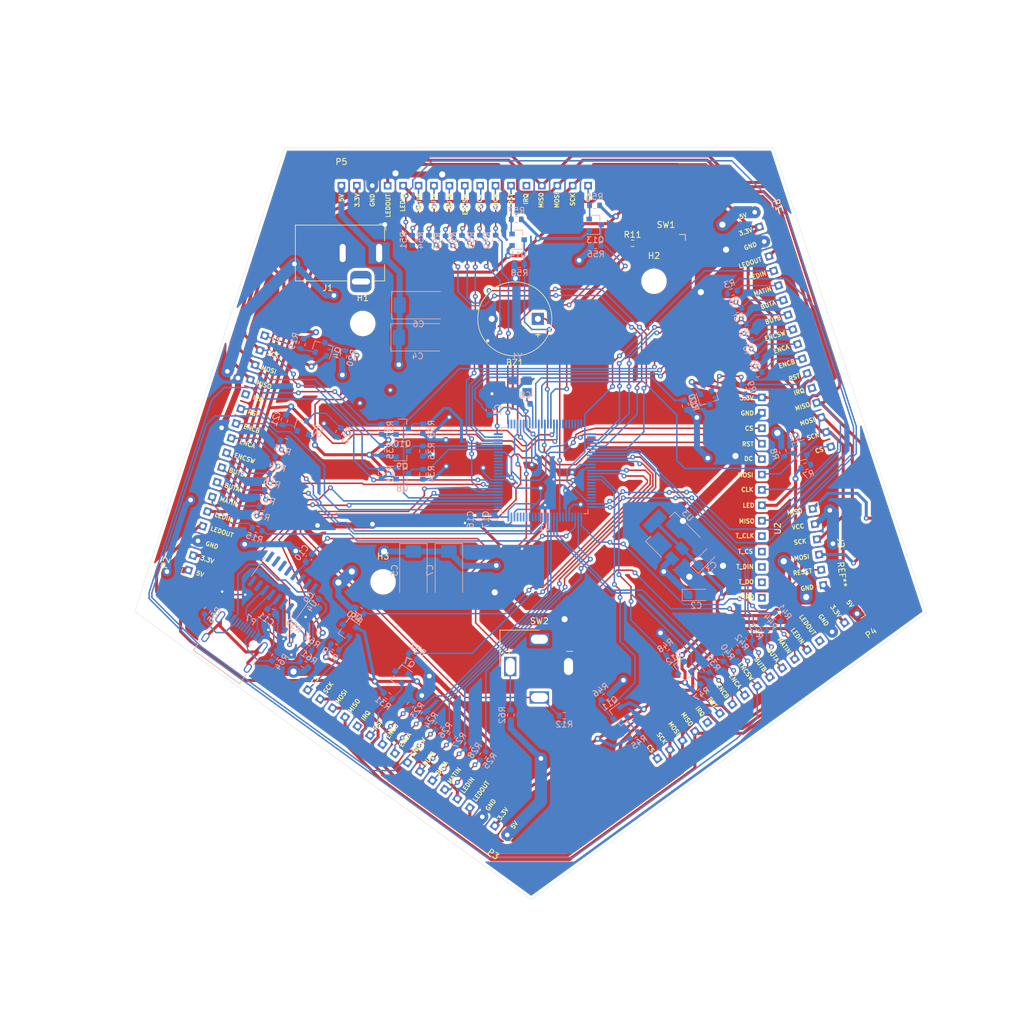
<source format=kicad_pcb>
(kicad_pcb (version 20171130) (host pcbnew "(5.1.7-0-10_14)")
  (layers (0 F.Cu signal) (31 B.Cu signal) (34 B.Paste user) (35 F.Paste user) (36 B.SilkS user) (37 F.SilkS user) (38 B.Mask user) (39 F.Mask user) (44 Edge.Cuts user))
  (net 0 "")
  (net 1 GND)
  (net 2 /XTAL2)
  (net 3 +5V)
  (net 4 +3V3)
  (net 5 /XTAL1)
  (net 6 /BUT_A1)
  (net 7 /BUT_B1)
  (net 8 /BUT_A2)
  (net 9 /BUT_B2)
  (net 10 /BUT_A3)
  (net 11 /BUT_B3)
  (net 12 /BUT_A4)
  (net 13 /BUT_B4)
  (net 14 /BUT_A5)
  (net 15 /BUT_B5)
  (net 16 /ENC_SW1)
  (net 17 /ENC_SW2)
  (net 18 /ENC_SW3)
  (net 19 /ENC_SW4)
  (net 20 /ENC_SW5)
  (net 21 /sheet6073AE66/level_shifter/LV1)
  (net 22 /CLK)
  (net 23 /MOSI)
  (net 24 /MISO)
  (net 25 /sheet6073AE66/sheet60634ADD/LV1)
  (net 26 /ENC_A1)
  (net 27 /ENC_B1)
  (net 28 "Net-(P1-Pad6)")
  (net 29 /LED_BEGIN)
  (net 30 /LED1_2)
  (net 31 /sheet60968E31/level_shifter/LV1)
  (net 32 /sheet60968E31/sheet60634ADD/LV1)
  (net 33 /ENC_A3)
  (net 34 /ENC_B3)
  (net 35 "Net-(P2-Pad6)")
  (net 36 /LED2_3)
  (net 37 /LED3_4)
  (net 38 /sheet6096A2ED/level_shifter/LV1)
  (net 39 /sheet6096A2ED/sheet60634ADD/LV1)
  (net 40 /ENC_A4)
  (net 41 /ENC_B4)
  (net 42 "Net-(P3-Pad6)")
  (net 43 /LED4_5)
  (net 44 /sheet6096BAA2/level_shifter/LV1)
  (net 45 /sheet6096BAA2/sheet60634ADD/LV1)
  (net 46 /ENC_A5)
  (net 47 /ENC_B5)
  (net 48 "Net-(P4-Pad6)")
  (net 49 /sheet60967BFF/level_shifter/LV1)
  (net 50 /sheet60967BFF/sheet60634ADD/LV1)
  (net 51 /ENC_A2)
  (net 52 /ENC_B2)
  (net 53 "Net-(P5-Pad6)")
  (net 54 /RFID_CS1)
  (net 55 /RFID_RST1)
  (net 56 /TX)
  (net 57 /RFID_CS3)
  (net 58 /RFID_RST3)
  (net 59 /RFID_CS4)
  (net 60 /RFID_RST4)
  (net 61 /Sheet60A2DFDA/CLK_IN)
  (net 62 /Sheet60A2DFDA/MOSI_IN)
  (net 63 /Sheet60A2DFDA/MISO_IN)
  (net 64 /RFID_CS5)
  (net 65 /RFID_RST5)
  (net 66 /RFID_CS2)
  (net 67 /RFID_RST2)
  (net 68 /MAT_IN1)
  (net 69 /RESET)
  (net 70 /MAT_IN3)
  (net 71 /MAT_IN4)
  (net 72 /MAT_IN5)
  (net 73 /MAT_IN2)
  (net 74 /RX)
  (net 75 "Net-(R62-Pad1)")
  (net 76 /GLOBAL_SW)
  (net 77 /TFT_DC)
  (net 78 /TFT_RST)
  (net 79 /TFT_CS)
  (net 80 "Net-(BZ1-Pad1)")
  (net 81 "Net-(R59-Pad2)")
  (net 82 "Net-(R60-Pad2)")
  (net 83 "Net-(P7-PadA5)")
  (net 84 "Net-(P7-PadB5)")
  (net 85 "Net-(P7-PadS1)")
  (net 86 /DTR)
  (net 87 "Net-(C11-Pad1)")
  (net 88 "Net-(C9-Pad1)")
  (net 89 "Net-(P7-PadA6)")
  (net 90 "Net-(P7-PadA7)")
  (module MountingHole:MountingHole_3.2mm_M3 (layer F.Cu) (at 99.9 117.89)
    (fp_text reference H3 (at 0 -4.2) (layer F.SilkS))
    (fp_text value MountingHole)
    (pad 1 np_thru_hole circle (at 0 0) (size 3.2 3.2) (drill 3.2) (layers *.Cu *.Mask))
  )
  (module MountingHole:MountingHole_3.2mm_M3 (layer F.Cu) (at 144.53 68.35)
    (fp_text reference H2 (at 0 -4.2) (layer F.SilkS))
    (fp_text value MountingHole)
    (pad 1 np_thru_hole circle (at 0 0) (size 3.2 3.2) (drill 3.2) (layers *.Cu *.Mask))
  )
  (module MountingHole:MountingHole_3.2mm_M3 (layer F.Cu) (at 96.56 75.31)
    (fp_text reference H1 (at 0 -4.2) (layer F.SilkS))
    (fp_text value MountingHole)
    (pad 1 np_thru_hole circle (at 0 0) (size 3.2 3.2) (drill 3.2) (layers *.Cu *.Mask))
  )
  (module my_lib:TFT_Connector (layer F.Cu) (at 162.8 109.5 270)
    (fp_text reference U2 (at -0.4 -2.1 90) (layer F.SilkS))
    (fp_text value TFT_2.4)
    (fp_text user 3.3V (at -21.9 3) (layer F.SilkS) (effects (font (size 0.7 0.7))))
    (fp_text user GND (at -19.4 2.9) (layer F.SilkS) (effects (font (size 0.7 0.7))))
    (fp_text user CS (at -16.9 2.6) (layer F.SilkS) (effects (font (size 0.7 0.7))))
    (fp_text user RST (at -14.3 2.8) (layer F.SilkS) (effects (font (size 0.7 0.7))))
    (fp_text user DC (at -11.9 2.7) (layer F.SilkS) (effects (font (size 0.7 0.7))))
    (fp_text user MOSI (at -9.2 3.2) (layer F.SilkS) (effects (font (size 0.7 0.7))))
    (fp_text user CLK (at -6.8 2.9) (layer F.SilkS) (effects (font (size 0.7 0.7))))
    (fp_text user LED (at -4.2 2.7) (layer F.SilkS) (effects (font (size 0.7 0.7))))
    (fp_text user MISO (at -1.6 3) (layer F.SilkS) (effects (font (size 0.7 0.7))))
    (fp_text user T_CLK (at 0.8 3.3) (layer F.SilkS) (effects (font (size 0.7 0.7))))
    (fp_text user T_CS (at 3.4 3.2) (layer F.SilkS) (effects (font (size 0.7 0.7))))
    (fp_text user T_DIN (at 5.9 3.3) (layer F.SilkS) (effects (font (size 0.7 0.7))))
    (fp_text user T_DO (at 8.4 3.1) (layer F.SilkS) (effects (font (size 0.7 0.7))))
    (fp_text user T_IRQ (at 10.9 3.2) (layer F.SilkS) (effects (font (size 0.7 0.7))))
    (pad 7 thru_hole rect (at -6.76 0.5 270) (size 1.25 1.25) (drill 0.75) (layers *.Cu *.Mask) (net 22 /CLK))
    (pad 9 thru_hole rect (at -1.68 0.5 270) (size 1.25 1.25) (drill 0.75) (layers *.Cu *.Mask) (net 24 /MISO))
    (pad 12 thru_hole rect (at 5.94 0.5 270) (size 1.25 1.25) (drill 0.75) (layers *.Cu *.Mask))
    (pad 2 thru_hole rect (at -19.46 0.5 270) (size 1.25 1.25) (drill 0.75) (layers *.Cu *.Mask) (net 1 GND))
    (pad 11 thru_hole rect (at 3.4 0.5 270) (size 1.25 1.25) (drill 0.75) (layers *.Cu *.Mask))
    (pad 3 thru_hole rect (at -16.92 0.5 270) (size 1.25 1.25) (drill 0.75) (layers *.Cu *.Mask) (net 79 /TFT_CS))
    (pad 10 thru_hole rect (at 0.86 0.5 270) (size 1.25 1.25) (drill 0.75) (layers *.Cu *.Mask))
    (pad 4 thru_hole rect (at -14.38 0.5 270) (size 1.25 1.25) (drill 0.75) (layers *.Cu *.Mask) (net 78 /TFT_RST))
    (pad 6 thru_hole rect (at -9.3 0.5 270) (size 1.25 1.25) (drill 0.75) (layers *.Cu *.Mask) (net 23 /MOSI))
    (pad 8 thru_hole rect (at -4.22 0.5 270) (size 1.25 1.25) (drill 0.75) (layers *.Cu *.Mask) (net 4 +3V3))
    (pad 1 thru_hole rect (at -22 0.5 270) (size 1.25 1.25) (drill 0.75) (layers *.Cu *.Mask) (net 4 +3V3))
    (pad 14 thru_hole rect (at 11.02 0.5 270) (size 1.25 1.25) (drill 0.75) (layers *.Cu *.Mask))
    (pad 13 thru_hole rect (at 8.48 0.5 270) (size 1.25 1.25) (drill 0.75) (layers *.Cu *.Mask))
    (pad 5 thru_hole rect (at -11.84 0.5 270) (size 1.25 1.25) (drill 0.75) (layers *.Cu *.Mask) (net 77 /TFT_DC))
  )
  (module my_lib:Pizza_Pin_Out (layer F.Cu) (at 67.842919 115.968069 72)
    (fp_text reference P2 (at 0 -3.94 72) (layer F.SilkS))
    (fp_text value Switch_Pin_out)
    (fp_text user CS (at 40.6 2 162) (layer F.SilkS) (effects (font (size 0.7 0.7))))
    (fp_text user SCK (at 38.1 2.3 162) (layer F.SilkS) (effects (font (size 0.7 0.7))))
    (fp_text user MOSI (at 35.5 2.4 162) (layer F.SilkS) (effects (font (size 0.7 0.7))))
    (fp_text user MISO (at 32.9 2.4 162) (layer F.SilkS) (effects (font (size 0.7 0.7))))
    (fp_text user IRQ (at 30.4 2.2 162) (layer F.SilkS) (effects (font (size 0.7 0.7))))
    (fp_text user RST (at 27.899999 2.2 162) (layer F.SilkS) (effects (font (size 0.7 0.7))))
    (fp_text user ENCB (at 25.4 2.7 162) (layer F.SilkS) (effects (font (size 0.7 0.7))))
    (fp_text user ENCA (at 22.8 2.8 162) (layer F.SilkS) (effects (font (size 0.7 0.7))))
    (fp_text user ENCSW (at 20.4 3.1 162) (layer F.SilkS) (effects (font (size 0.7 0.7))))
    (fp_text user BUTB (at 17.8 2.6 162) (layer F.SilkS) (effects (font (size 0.7 0.7))))
    (fp_text user BUTA (at 15.2 2.6 162) (layer F.SilkS) (effects (font (size 0.7 0.7))))
    (fp_text user MATIN (at 12.8 2.8 162) (layer F.SilkS) (effects (font (size 0.7 0.7))))
    (fp_text user LEDIN (at 10.1 2.8 162) (layer F.SilkS) (effects (font (size 0.7 0.7))))
    (fp_text user LEDOUT (at 7.7 3.3 162) (layer F.SilkS) (effects (font (size 0.7 0.7))))
    (fp_text user GND (at 5.099999 2.4 162) (layer F.SilkS) (effects (font (size 0.7 0.7))))
    (fp_text user 3.3V (at 2.6 2.4 162) (layer F.SilkS) (effects (font (size 0.7 0.7))))
    (fp_text user 5V (at 0 2 162) (layer F.SilkS) (effects (font (size 0.7 0.7))))
    (pad 1 thru_hole rect (at 0 0 72) (size 1.25 1.25) (drill 0.75) (layers *.Cu *.Mask) (net 3 +5V))
    (pad 2 thru_hole rect (at 2.54 0 72) (size 1.25 1.25) (drill 0.75) (layers *.Cu *.Mask) (net 4 +3V3))
    (pad 3 thru_hole rect (at 5.08 0 72) (size 1.25 1.25) (drill 0.75) (layers *.Cu *.Mask) (net 1 GND))
    (pad 4 thru_hole rect (at 7.62 0 72) (size 1.25 1.25) (drill 0.75) (layers *.Cu *.Mask) (net 37 /LED3_4))
    (pad 5 thru_hole rect (at 10.16 0 72) (size 1.25 1.25) (drill 0.75) (layers *.Cu *.Mask) (net 36 /LED2_3))
    (pad 6 thru_hole rect (at 12.7 0 72) (size 1.25 1.25) (drill 0.75) (layers *.Cu *.Mask) (net 35 "Net-(P2-Pad6)"))
    (pad 7 thru_hole rect (at 15.24 0 72) (size 1.25 1.25) (drill 0.75) (layers *.Cu *.Mask) (net 10 /BUT_A3))
    (pad 8 thru_hole rect (at 17.78 0 72) (size 1.25 1.25) (drill 0.75) (layers *.Cu *.Mask) (net 11 /BUT_B3))
    (pad 9 thru_hole rect (at 20.32 0 72) (size 1.25 1.25) (drill 0.75) (layers *.Cu *.Mask) (net 18 /ENC_SW3))
    (pad 10 thru_hole rect (at 22.86 0 72) (size 1.25 1.25) (drill 0.75) (layers *.Cu *.Mask) (net 33 /ENC_A3))
    (pad 11 thru_hole rect (at 25.4 0 72) (size 1.25 1.25) (drill 0.75) (layers *.Cu *.Mask) (net 34 /ENC_B3))
    (pad 12 thru_hole rect (at 27.94 0 72) (size 1.25 1.25) (drill 0.75) (layers *.Cu *.Mask) (net 32 /sheet60968E31/sheet60634ADD/LV1))
    (pad 13 thru_hole rect (at 30.48 0 72) (size 1.25 1.25) (drill 0.75) (layers *.Cu *.Mask))
    (pad 14 thru_hole rect (at 33.02 0 72) (size 1.25 1.25) (drill 0.75) (layers *.Cu *.Mask) (net 24 /MISO))
    (pad 15 thru_hole rect (at 35.56 0 72) (size 1.25 1.25) (drill 0.75) (layers *.Cu *.Mask) (net 23 /MOSI))
    (pad 16 thru_hole rect (at 38.1 0 72) (size 1.25 1.25) (drill 0.75) (layers *.Cu *.Mask) (net 22 /CLK))
    (pad 17 thru_hole rect (at 40.64 0 72) (size 1.25 1.25) (drill 0.75) (layers *.Cu *.Mask) (net 31 /sheet60968E31/level_shifter/LV1))
  )
  (module Package_SO:SOIC-16_3.9x9.9mm_P1.27mm (layer B.Cu) (at 83.4 118.4 54)
    (fp_text reference U4 (at 0 5.9 54) (layer B.SilkS) (effects (justify mirror)))
    (fp_text value CH340C)
    (pad 16 smd roundrect (at 2.475 4.445 54) (size 1.95 0.6) (layers B.Cu B.Paste B.Mask) (net 88 "Net-(C9-Pad1)"))
    (pad 15 smd roundrect (at 2.475 3.175 54) (size 1.95 0.6) (layers B.Cu B.Paste B.Mask))
    (pad 14 smd roundrect (at 2.475 1.905 54) (size 1.95 0.6) (layers B.Cu B.Paste B.Mask))
    (pad 13 smd roundrect (at 2.475 0.635 54) (size 1.95 0.6) (layers B.Cu B.Paste B.Mask) (net 86 /DTR))
    (pad 12 smd roundrect (at 2.475 -0.635 54) (size 1.95 0.6) (layers B.Cu B.Paste B.Mask))
    (pad 11 smd roundrect (at 2.475 -1.905 54) (size 1.95 0.6) (layers B.Cu B.Paste B.Mask))
    (pad 10 smd roundrect (at 2.475 -3.175 54) (size 1.95 0.6) (layers B.Cu B.Paste B.Mask))
    (pad 9 smd roundrect (at 2.475 -4.445 54) (size 1.95 0.6) (layers B.Cu B.Paste B.Mask))
    (pad 8 smd roundrect (at -2.475 -4.445 54) (size 1.95 0.6) (layers B.Cu B.Paste B.Mask))
    (pad 7 smd roundrect (at -2.475 -3.175 54) (size 1.95 0.6) (layers B.Cu B.Paste B.Mask))
    (pad 6 smd roundrect (at -2.475 -1.905 54) (size 1.95 0.6) (layers B.Cu B.Paste B.Mask) (net 90 "Net-(P7-PadA7)"))
    (pad 5 smd roundrect (at -2.475 -0.635 54) (size 1.95 0.6) (layers B.Cu B.Paste B.Mask) (net 89 "Net-(P7-PadA6)"))
    (pad 4 smd roundrect (at -2.475 0.635 54) (size 1.95 0.6) (layers B.Cu B.Paste B.Mask) (net 87 "Net-(C11-Pad1)"))
    (pad 3 smd roundrect (at -2.475 1.905 54) (size 1.95 0.6) (layers B.Cu B.Paste B.Mask) (net 81 "Net-(R59-Pad2)"))
    (pad 2 smd roundrect (at -2.475 3.175 54) (size 1.95 0.6) (layers B.Cu B.Paste B.Mask) (net 82 "Net-(R60-Pad2)"))
    (pad 1 smd roundrect (at -2.475 4.445 54) (size 1.95 0.6) (layers B.Cu B.Paste B.Mask) (net 1 GND))
  )
  (module Resistor_SMD:R_0603_1608Metric (layer B.Cu) (at 87.4 128.8 144)
    (fp_text reference R60 (at 0 1.42 144) (layer B.SilkS) (effects (justify mirror)))
    (fp_text value 1K)
    (pad 2 smd roundrect (at 0.825 0 144) (size 0.8 0.95) (layers B.Cu B.Paste B.Mask) (net 82 "Net-(R60-Pad2)"))
    (pad 1 smd roundrect (at -0.825 0 144) (size 0.8 0.95) (layers B.Cu B.Paste B.Mask) (net 74 /RX))
  )
  (module Resistor_SMD:R_0603_1608Metric (layer B.Cu) (at 84.4 126.3 144)
    (fp_text reference R59 (at 0 1.43 144) (layer B.SilkS) (effects (justify mirror)))
    (fp_text value 1K)
    (pad 2 smd roundrect (at 0.825 0 144) (size 0.8 0.95) (layers B.Cu B.Paste B.Mask) (net 81 "Net-(R59-Pad2)"))
    (pad 1 smd roundrect (at -0.825 0 144) (size 0.8 0.95) (layers B.Cu B.Paste B.Mask) (net 56 /TX))
  )
  (module Capacitor_SMD:C_0603_1608Metric (layer B.Cu) (at 81.473012 122.844466 324)
    (fp_text reference C11 (at 0 1.43 144) (layer B.SilkS) (effects (justify mirror)))
    (fp_text value 10nF)
    (pad 2 smd roundrect (at 0.775 0 324) (size 0.9 0.95) (layers B.Cu B.Paste B.Mask) (net 1 GND))
    (pad 1 smd roundrect (at -0.775 0 324) (size 0.9 0.95) (layers B.Cu B.Paste B.Mask) (net 87 "Net-(C11-Pad1)"))
  )
  (module Capacitor_SMD:C_0603_1608Metric (layer B.Cu) (at 87.65 113.95 233)
    (fp_text reference C10 (at 0 1.43 53) (layer B.SilkS) (effects (justify mirror)))
    (fp_text value 100nF)
    (pad 2 smd roundrect (at 0.775 0 233) (size 0.9 0.95) (layers B.Cu B.Paste B.Mask) (net 86 /DTR))
    (pad 1 smd roundrect (at -0.775 0 233) (size 0.9 0.95) (layers B.Cu B.Paste B.Mask) (net 69 /RESET))
  )
  (module Capacitor_SMD:C_0603_1608Metric (layer B.Cu) (at 88.844466 121.326988 234)
    (fp_text reference C9 (at 0 1.43 54) (layer B.SilkS) (effects (justify mirror)))
    (fp_text value 100nF)
    (pad 2 smd roundrect (at 0.775 0 234) (size 0.9 0.95) (layers B.Cu B.Paste B.Mask) (net 1 GND))
    (pad 1 smd roundrect (at -0.775 0 234) (size 0.9 0.95) (layers B.Cu B.Paste B.Mask) (net 88 "Net-(C9-Pad1)"))
  )
  (module my_lib:Connector_SPI_6 (layer F.Cu) (at 174.3 111.6 278)
    (fp_text reference J2 (at 0 -1 98) (layer F.SilkS))
    (fp_text value AVR-ISP-6)
    (fp_text user SCK (at -1.1 5.6 8) (layer F.SilkS) (effects (font (size 0.7 0.7))))
    (fp_text user MISO (at -6.1 5.8 8) (layer F.SilkS) (effects (font (size 0.7 0.7))))
    (fp_text user VCC (at -3.6 5.6 8) (layer F.SilkS) (effects (font (size 0.7 0.7))))
    (fp_text user REF** (at 5.2 -0.5 98) (layer F.SilkS))
    (fp_text user MOSI (at 1.5 5.7 8) (layer F.SilkS) (effects (font (size 0.7 0.7))))
    (fp_text user RESET (at 3.9 5.9 8) (layer F.SilkS) (effects (font (size 0.7 0.7))))
    (fp_text user GND (at 6.6 5.5 8) (layer F.SilkS) (effects (font (size 0.7 0.7))))
    (pad 3 thru_hole rect (at -1.12 2.8 278) (size 1.25 1.25) (drill 0.75) (layers *.Cu *.Mask) (net 22 /CLK))
    (pad 2 thru_hole rect (at -3.66 2.8 278) (size 1.25 1.25) (drill 0.75) (layers *.Cu *.Mask) (net 3 +5V))
    (pad 1 thru_hole rect (at -6.2 2.8 278) (size 1.25 1.25) (drill 0.75) (layers *.Cu *.Mask) (net 24 /MISO))
    (pad 5 thru_hole rect (at 3.96 2.8 278) (size 1.25 1.25) (drill 0.75) (layers *.Cu *.Mask) (net 69 /RESET))
    (pad 6 thru_hole rect (at 6.5 2.8 278) (size 1.25 1.25) (drill 0.75) (layers *.Cu *.Mask) (net 1 GND))
    (pad 4 thru_hole rect (at 1.42 2.8 278) (size 1.25 1.25) (drill 0.75) (layers *.Cu *.Mask) (net 23 /MOSI))
  )
  (module Resistor_SMD:R_0603_1608Metric (layer B.Cu) (at 161.5 83.6 198)
    (fp_text reference R1 (at 0 1.43 18) (layer B.SilkS) (effects (justify mirror)))
    (fp_text value 10k)
    (pad 1 smd roundrect (at -0.825 0 198) (size 0.8 0.95) (layers B.Cu B.Paste B.Mask) (net 27 /ENC_B1))
    (pad 2 smd roundrect (at 0.825 0 198) (size 0.8 0.95) (layers B.Cu B.Paste B.Mask) (net 1 GND))
  )
  (module Resistor_SMD:R_0603_1608Metric (layer B.Cu) (at 122.375 65.55)
    (fp_text reference R58 (at 0 1.43) (layer B.SilkS) (effects (justify mirror)))
    (fp_text value R_10k)
    (pad 1 smd roundrect (at -0.825 0) (size 0.8 0.95) (layers B.Cu B.Paste B.Mask) (net 3 +5V))
    (pad 2 smd roundrect (at 0.825 0) (size 0.8 0.95) (layers B.Cu B.Paste B.Mask) (net 67 /RFID_RST2))
  )
  (module Resistor_SMD:R_0603_1608Metric (layer B.Cu) (at 121.85 58.15 180)
    (fp_text reference R57 (at 0 1.43) (layer B.SilkS) (effects (justify mirror)))
    (fp_text value R_10k)
    (pad 1 smd roundrect (at -0.825 0 180) (size 0.8 0.95) (layers B.Cu B.Paste B.Mask) (net 4 +3V3))
    (pad 2 smd roundrect (at 0.825 0 180) (size 0.8 0.95) (layers B.Cu B.Paste B.Mask) (net 50 /sheet60967BFF/sheet60634ADD/LV1))
  )
  (module Resistor_SMD:R_0603_1608Metric (layer B.Cu) (at 106.65 139.85 54)
    (fp_text reference R24 (at 0 1.43 54) (layer B.SilkS) (effects (justify mirror)))
    (fp_text value 10k)
    (pad 1 smd roundrect (at -0.825 0 54) (size 0.8 0.95) (layers B.Cu B.Paste B.Mask) (net 40 /ENC_A4))
    (pad 2 smd roundrect (at 0.825 0 54) (size 0.8 0.95) (layers B.Cu B.Paste B.Mask) (net 1 GND))
  )
  (module Resistor_SMD:R_0603_1608Metric (layer B.Cu) (at 104.4 138.25 54)
    (fp_text reference R23 (at 0 1.43 54) (layer B.SilkS) (effects (justify mirror)))
    (fp_text value 10k)
    (pad 1 smd roundrect (at -0.825 0 54) (size 0.8 0.95) (layers B.Cu B.Paste B.Mask) (net 41 /ENC_B4))
    (pad 2 smd roundrect (at 0.825 0 54) (size 0.8 0.95) (layers B.Cu B.Paste B.Mask) (net 1 GND))
  )
  (module Resistor_SMD:R_0603_1608Metric (layer B.Cu) (at 82.95 97.55 342)
    (fp_text reference R14 (at 0 1.43 162) (layer B.SilkS) (effects (justify mirror)))
    (fp_text value 10k)
    (pad 1 smd roundrect (at -0.825 0 342) (size 0.8 0.95) (layers B.Cu B.Paste B.Mask) (net 33 /ENC_A3))
    (pad 2 smd roundrect (at 0.825 0 342) (size 0.8 0.95) (layers B.Cu B.Paste B.Mask) (net 1 GND))
  )
  (module Resistor_SMD:R_0603_1608Metric (layer B.Cu) (at 82.05 100.25 342)
    (fp_text reference R16 (at 0 1.43 162) (layer B.SilkS) (effects (justify mirror)))
    (fp_text value 10k)
    (pad 1 smd roundrect (at -0.825 0 342) (size 0.8 0.95) (layers B.Cu B.Paste B.Mask) (net 18 /ENC_SW3))
    (pad 2 smd roundrect (at 0.825 0 342) (size 0.8 0.95) (layers B.Cu B.Paste B.Mask) (net 1 GND))
  )
  (module Resistor_SMD:R_0603_1608Metric (layer B.Cu) (at 81.2 103 342)
    (fp_text reference R17 (at 0 1.43 162) (layer B.SilkS) (effects (justify mirror)))
    (fp_text value 10k)
    (pad 1 smd roundrect (at -0.825 0 342) (size 0.8 0.95) (layers B.Cu B.Paste B.Mask) (net 11 /BUT_B3))
    (pad 2 smd roundrect (at 0.825 0 342) (size 0.8 0.95) (layers B.Cu B.Paste B.Mask) (net 1 GND))
  )
  (module Resistor_SMD:R_0603_1608Metric (layer B.Cu) (at 80.315378 105.645061 342)
    (fp_text reference R18 (at 0 1.43 162) (layer B.SilkS) (effects (justify mirror)))
    (fp_text value 10k)
    (pad 1 smd roundrect (at -0.825 0 342) (size 0.8 0.95) (layers B.Cu B.Paste B.Mask) (net 10 /BUT_A3))
    (pad 2 smd roundrect (at 0.825 0 342) (size 0.8 0.95) (layers B.Cu B.Paste B.Mask) (net 1 GND))
  )
  (module Resistor_SMD:R_0603_1608Metric (layer B.Cu) (at 116.35 146.55 54)
    (fp_text reference R25 (at 0 1.43 54) (layer B.SilkS) (effects (justify mirror)))
    (fp_text value 300_Ohm)
    (pad 1 smd roundrect (at -0.825 0 54) (size 0.8 0.95) (layers B.Cu B.Paste B.Mask) (net 42 "Net-(P3-Pad6)"))
    (pad 2 smd roundrect (at 0.825 0 54) (size 0.8 0.95) (layers B.Cu B.Paste B.Mask) (net 71 /MAT_IN4))
  )
  (module Resistor_SMD:R_0603_1608Metric (layer B.Cu) (at 109.015077 141.517439 54)
    (fp_text reference R26 (at 0 1.43 54) (layer B.SilkS) (effects (justify mirror)))
    (fp_text value 10k)
    (pad 1 smd roundrect (at -0.825 0 54) (size 0.8 0.95) (layers B.Cu B.Paste B.Mask) (net 19 /ENC_SW4))
    (pad 2 smd roundrect (at 0.825 0 54) (size 0.8 0.95) (layers B.Cu B.Paste B.Mask) (net 1 GND))
  )
  (module Package_TO_SOT_SMD:SOT-23 (layer B.Cu) (at 103.07 100.01)
    (fp_text reference Q8 (at 0 2.5) (layer B.SilkS) (effects (justify mirror)))
    (fp_text value BSS138)
    (pad 1 smd rect (at -1 0.95) (size 0.9 0.8) (layers B.Cu B.Paste B.Mask) (net 4 +3V3))
    (pad 2 smd rect (at -1 -0.95) (size 0.9 0.8) (layers B.Cu B.Paste B.Mask) (net 22 /CLK))
    (pad 3 smd rect (at 1 0) (size 0.9 0.8) (layers B.Cu B.Paste B.Mask) (net 61 /Sheet60A2DFDA/CLK_IN))
  )
  (module Resistor_SMD:R_0603_1608Metric (layer B.Cu) (at 157.4 70.15 198)
    (fp_text reference R3 (at 0 1.43 18) (layer B.SilkS) (effects (justify mirror)))
    (fp_text value 300_Ohm)
    (pad 1 smd roundrect (at -0.825 0 198) (size 0.8 0.95) (layers B.Cu B.Paste B.Mask) (net 28 "Net-(P1-Pad6)"))
    (pad 2 smd roundrect (at 0.825 0 198) (size 0.8 0.95) (layers B.Cu B.Paste B.Mask) (net 68 /MAT_IN1))
  )
  (module Resistor_SMD:R_0603_1608Metric (layer B.Cu) (at 104.8 130.15 144)
    (fp_text reference R32 (at 0 1.43 144) (layer B.SilkS) (effects (justify mirror)))
    (fp_text value R_10k)
    (pad 1 smd roundrect (at -0.825 0 144) (size 0.8 0.95) (layers B.Cu B.Paste B.Mask) (net 3 +5V))
    (pad 2 smd roundrect (at 0.825 0 144) (size 0.8 0.95) (layers B.Cu B.Paste B.Mask) (net 60 /RFID_RST4))
  )
  (module Resistor_SMD:R_0603_1608Metric (layer B.Cu) (at 100.7 136.7 324)
    (fp_text reference R31 (at 0 1.43 144) (layer B.SilkS) (effects (justify mirror)))
    (fp_text value R_10k)
    (pad 1 smd roundrect (at -0.825 0 324) (size 0.8 0.95) (layers B.Cu B.Paste B.Mask) (net 4 +3V3))
    (pad 2 smd roundrect (at 0.825 0 324) (size 0.8 0.95) (layers B.Cu B.Paste B.Mask) (net 39 /sheet6096A2ED/sheet60634ADD/LV1))
  )
  (module Resistor_SMD:R_0603_1608Metric (layer B.Cu) (at 96.05 122.65 324)
    (fp_text reference R30 (at 0 1.43 144) (layer B.SilkS) (effects (justify mirror)))
    (fp_text value R_10k)
    (pad 1 smd roundrect (at -0.825 0 324) (size 0.8 0.95) (layers B.Cu B.Paste B.Mask) (net 3 +5V))
    (pad 2 smd roundrect (at 0.825 0 324) (size 0.8 0.95) (layers B.Cu B.Paste B.Mask) (net 59 /RFID_CS4))
  )
  (module Resistor_SMD:R_0603_1608Metric (layer B.Cu) (at 91.95 128.65 324)
    (fp_text reference R29 (at 0 1.43 144) (layer B.SilkS) (effects (justify mirror)))
    (fp_text value R_10k)
    (pad 1 smd roundrect (at -0.825 0 324) (size 0.8 0.95) (layers B.Cu B.Paste B.Mask) (net 4 +3V3))
    (pad 2 smd roundrect (at 0.825 0 324) (size 0.8 0.95) (layers B.Cu B.Paste B.Mask) (net 38 /sheet6096A2ED/level_shifter/LV1))
  )
  (module Resistor_SMD:R_0603_1608Metric (layer B.Cu) (at 92.645061 93.284622 72)
    (fp_text reference R22 (at 0 1.43 72) (layer B.SilkS) (effects (justify mirror)))
    (fp_text value R_10k)
    (pad 1 smd roundrect (at -0.825 0 72) (size 0.8 0.95) (layers B.Cu B.Paste B.Mask) (net 3 +5V))
    (pad 2 smd roundrect (at 0.825 0 72) (size 0.8 0.95) (layers B.Cu B.Paste B.Mask) (net 58 /RFID_RST3))
  )
  (module Resistor_SMD:R_0603_1608Metric (layer B.Cu) (at 83.65 91.25 252)
    (fp_text reference R21 (at 0 1.43 72) (layer B.SilkS) (effects (justify mirror)))
    (fp_text value R_10k)
    (pad 1 smd roundrect (at -0.825 0 252) (size 0.8 0.95) (layers B.Cu B.Paste B.Mask) (net 4 +3V3))
    (pad 2 smd roundrect (at 0.825 0 252) (size 0.8 0.95) (layers B.Cu B.Paste B.Mask) (net 32 /sheet60968E31/sheet60634ADD/LV1))
  )
  (module Resistor_SMD:R_0603_1608Metric (layer B.Cu) (at 93.404939 80.565378 72)
    (fp_text reference R20 (at 0 1.43 72) (layer B.SilkS) (effects (justify mirror)))
    (fp_text value R_10k)
    (pad 1 smd roundrect (at -0.825 0 72) (size 0.8 0.95) (layers B.Cu B.Paste B.Mask) (net 3 +5V))
    (pad 2 smd roundrect (at 0.825 0 72) (size 0.8 0.95) (layers B.Cu B.Paste B.Mask) (net 57 /RFID_CS3))
  )
  (module Resistor_SMD:R_0603_1608Metric (layer B.Cu) (at 86.55 78.65 252)
    (fp_text reference R19 (at 0 1.43 72) (layer B.SilkS) (effects (justify mirror)))
    (fp_text value R_10k)
    (pad 1 smd roundrect (at -0.825 0 252) (size 0.8 0.95) (layers B.Cu B.Paste B.Mask) (net 4 +3V3))
    (pad 2 smd roundrect (at 0.825 0 252) (size 0.8 0.95) (layers B.Cu B.Paste B.Mask) (net 31 /sheet60968E31/level_shifter/LV1))
  )
  (module Resistor_SMD:R_0603_1608Metric (layer B.Cu) (at 149.7 88.75 108)
    (fp_text reference R10 (at 0 1.43 108) (layer B.SilkS) (effects (justify mirror)))
    (fp_text value R_10k)
    (pad 1 smd roundrect (at -0.825 0 108) (size 0.8 0.95) (layers B.Cu B.Paste B.Mask) (net 3 +5V))
    (pad 2 smd roundrect (at 0.825 0 108) (size 0.8 0.95) (layers B.Cu B.Paste B.Mask) (net 55 /RFID_RST1))
  )
  (module Resistor_SMD:R_0603_1608Metric (layer B.Cu) (at 159.25 86.15 108)
    (fp_text reference R9 (at 0 1.43 108) (layer B.SilkS) (effects (justify mirror)))
    (fp_text value R_10k)
    (pad 1 smd roundrect (at -0.825 0 108) (size 0.8 0.95) (layers B.Cu B.Paste B.Mask) (net 4 +3V3))
    (pad 2 smd roundrect (at 0.825 0 108) (size 0.8 0.95) (layers B.Cu B.Paste B.Mask) (net 25 /sheet6073AE66/sheet60634ADD/LV1))
  )
  (module Resistor_SMD:R_0603_1608Metric (layer B.Cu) (at 165.745061 96.415378 288)
    (fp_text reference R8 (at 0 1.43 108) (layer B.SilkS) (effects (justify mirror)))
    (fp_text value R_10k)
    (pad 1 smd roundrect (at -0.825 0 288) (size 0.8 0.95) (layers B.Cu B.Paste B.Mask) (net 3 +5V))
    (pad 2 smd roundrect (at 0.825 0 288) (size 0.8 0.95) (layers B.Cu B.Paste B.Mask) (net 54 /RFID_CS1))
  )
  (module Resistor_SMD:R_0603_1608Metric (layer B.Cu) (at 169.565378 98.854939 18)
    (fp_text reference R7 (at 0 1.43 18) (layer B.SilkS) (effects (justify mirror)))
    (fp_text value R_10k)
    (pad 1 smd roundrect (at -0.825 0 18) (size 0.8 0.95) (layers B.Cu B.Paste B.Mask) (net 4 +3V3))
    (pad 2 smd roundrect (at 0.825 0 18) (size 0.8 0.95) (layers B.Cu B.Paste B.Mask) (net 21 /sheet6073AE66/level_shifter/LV1))
  )
  (module Resistor_SMD:R_0603_1608Metric (layer B.Cu) (at 106.45 92.65 90)
    (fp_text reference R38 (at 0 1.43 90) (layer B.SilkS) (effects (justify mirror)))
    (fp_text value R_10k)
    (pad 1 smd roundrect (at -0.825 0 90) (size 0.8 0.95) (layers B.Cu B.Paste B.Mask) (net 3 +5V))
    (pad 2 smd roundrect (at 0.825 0 90) (size 0.8 0.95) (layers B.Cu B.Paste B.Mask) (net 63 /Sheet60A2DFDA/MISO_IN))
  )
  (module Resistor_SMD:R_0603_1608Metric (layer B.Cu) (at 99.65 92.75 90)
    (fp_text reference R37 (at 0 1.43 90) (layer B.SilkS) (effects (justify mirror)))
    (fp_text value R_10k)
    (pad 1 smd roundrect (at -0.825 0 90) (size 0.8 0.95) (layers B.Cu B.Paste B.Mask) (net 4 +3V3))
    (pad 2 smd roundrect (at 0.825 0 90) (size 0.8 0.95) (layers B.Cu B.Paste B.Mask) (net 24 /MISO))
  )
  (module Resistor_SMD:R_0603_1608Metric (layer B.Cu) (at 106.45 96.35 90)
    (fp_text reference R36 (at 0 1.43 90) (layer B.SilkS) (effects (justify mirror)))
    (fp_text value R_10k)
    (pad 1 smd roundrect (at -0.825 0 90) (size 0.8 0.95) (layers B.Cu B.Paste B.Mask) (net 3 +5V))
    (pad 2 smd roundrect (at 0.825 0 90) (size 0.8 0.95) (layers B.Cu B.Paste B.Mask) (net 62 /Sheet60A2DFDA/MOSI_IN))
  )
  (module Resistor_SMD:R_0603_1608Metric (layer B.Cu) (at 99.65 96.25 90)
    (fp_text reference R35 (at 0 1.43 90) (layer B.SilkS) (effects (justify mirror)))
    (fp_text value R_10k)
    (pad 1 smd roundrect (at -0.825 0 90) (size 0.8 0.95) (layers B.Cu B.Paste B.Mask) (net 4 +3V3))
    (pad 2 smd roundrect (at 0.825 0 90) (size 0.8 0.95) (layers B.Cu B.Paste B.Mask) (net 23 /MOSI))
  )
  (module Resistor_SMD:R_0603_1608Metric (layer B.Cu) (at 106.45 100.15 90)
    (fp_text reference R34 (at 0 1.43 90) (layer B.SilkS) (effects (justify mirror)))
    (fp_text value R_10k)
    (pad 1 smd roundrect (at -0.825 0 90) (size 0.8 0.95) (layers B.Cu B.Paste B.Mask) (net 3 +5V))
    (pad 2 smd roundrect (at 0.825 0 90) (size 0.8 0.95) (layers B.Cu B.Paste B.Mask) (net 61 /Sheet60A2DFDA/CLK_IN))
  )
  (module Resistor_SMD:R_0603_1608Metric (layer B.Cu) (at 83.784622 94.804939 342)
    (fp_text reference R13 (at 0 1.43 162) (layer B.SilkS) (effects (justify mirror)))
    (fp_text value 10k)
    (pad 1 smd roundrect (at -0.825 0 342) (size 0.8 0.95) (layers B.Cu B.Paste B.Mask) (net 34 /ENC_B3))
    (pad 2 smd roundrect (at 0.825 0 342) (size 0.8 0.95) (layers B.Cu B.Paste B.Mask) (net 1 GND))
  )
  (module Resistor_SMD:R_0603_1608Metric (layer B.Cu) (at 99.65 100.05 90)
    (fp_text reference R33 (at 0 1.43 90) (layer B.SilkS) (effects (justify mirror)))
    (fp_text value R_10k)
    (pad 1 smd roundrect (at -0.825 0 90) (size 0.8 0.95) (layers B.Cu B.Paste B.Mask) (net 4 +3V3))
    (pad 2 smd roundrect (at 0.825 0 90) (size 0.8 0.95) (layers B.Cu B.Paste B.Mask) (net 22 /CLK))
  )
  (module my_lib:Pizza_Pin_Out (layer F.Cu) (at 120.359322 159.600822 144)
    (fp_text reference P3 (at 0 -3.94 144) (layer F.SilkS))
    (fp_text value Switch_Pin_out)
    (fp_text user CS (at 40.599999 2 54) (layer F.SilkS) (effects (font (size 0.7 0.7))))
    (fp_text user SCK (at 38.1 2.3 54) (layer F.SilkS) (effects (font (size 0.7 0.7))))
    (fp_text user MOSI (at 35.5 2.4 54) (layer F.SilkS) (effects (font (size 0.7 0.7))))
    (fp_text user MISO (at 32.900001 2.4 54) (layer F.SilkS) (effects (font (size 0.7 0.7))))
    (fp_text user IRQ (at 30.4 2.2 54) (layer F.SilkS) (effects (font (size 0.7 0.7))))
    (fp_text user RST (at 27.9 2.2 54) (layer F.SilkS) (effects (font (size 0.7 0.7))))
    (fp_text user ENCB (at 25.399999 2.7 54) (layer F.SilkS) (effects (font (size 0.7 0.7))))
    (fp_text user ENCA (at 22.8 2.8 54) (layer F.SilkS) (effects (font (size 0.7 0.7))))
    (fp_text user ENCSW (at 20.4 3.1 54) (layer F.SilkS) (effects (font (size 0.7 0.7))))
    (fp_text user BUTB (at 17.8 2.6 54) (layer F.SilkS) (effects (font (size 0.7 0.7))))
    (fp_text user BUTA (at 15.2 2.6 54) (layer F.SilkS) (effects (font (size 0.7 0.7))))
    (fp_text user MATIN (at 12.8 2.8 54) (layer F.SilkS) (effects (font (size 0.7 0.7))))
    (fp_text user LEDIN (at 10.1 2.8 54) (layer F.SilkS) (effects (font (size 0.7 0.7))))
    (fp_text user LEDOUT (at 7.700001 3.3 54) (layer F.SilkS) (effects (font (size 0.7 0.7))))
    (fp_text user GND (at 5.1 2.4 54) (layer F.SilkS) (effects (font (size 0.7 0.7))))
    (fp_text user 3.3V (at 2.6 2.399999 54) (layer F.SilkS) (effects (font (size 0.7 0.7))))
    (fp_text user 5V (at 0 2 54) (layer F.SilkS) (effects (font (size 0.7 0.7))))
    (pad 1 thru_hole rect (at 0 0 144) (size 1.25 1.25) (drill 0.75) (layers *.Cu *.Mask) (net 3 +5V))
    (pad 2 thru_hole rect (at 2.54 0 144) (size 1.25 1.25) (drill 0.75) (layers *.Cu *.Mask) (net 4 +3V3))
    (pad 3 thru_hole rect (at 5.08 0 144) (size 1.25 1.25) (drill 0.75) (layers *.Cu *.Mask) (net 1 GND))
    (pad 4 thru_hole rect (at 7.62 0 144) (size 1.25 1.25) (drill 0.75) (layers *.Cu *.Mask) (net 43 /LED4_5))
    (pad 5 thru_hole rect (at 10.16 0 144) (size 1.25 1.25) (drill 0.75) (layers *.Cu *.Mask) (net 37 /LED3_4))
    (pad 6 thru_hole rect (at 12.7 0 144) (size 1.25 1.25) (drill 0.75) (layers *.Cu *.Mask) (net 42 "Net-(P3-Pad6)"))
    (pad 7 thru_hole rect (at 15.24 0 144) (size 1.25 1.25) (drill 0.75) (layers *.Cu *.Mask) (net 12 /BUT_A4))
    (pad 8 thru_hole rect (at 17.78 0 144) (size 1.25 1.25) (drill 0.75) (layers *.Cu *.Mask) (net 13 /BUT_B4))
    (pad 9 thru_hole rect (at 20.32 0 144) (size 1.25 1.25) (drill 0.75) (layers *.Cu *.Mask) (net 19 /ENC_SW4))
    (pad 10 thru_hole rect (at 22.86 0 144) (size 1.25 1.25) (drill 0.75) (layers *.Cu *.Mask) (net 40 /ENC_A4))
    (pad 11 thru_hole rect (at 25.4 0 144) (size 1.25 1.25) (drill 0.75) (layers *.Cu *.Mask) (net 41 /ENC_B4))
    (pad 12 thru_hole rect (at 27.94 0 144) (size 1.25 1.25) (drill 0.75) (layers *.Cu *.Mask) (net 39 /sheet6096A2ED/sheet60634ADD/LV1))
    (pad 13 thru_hole rect (at 30.48 0 144) (size 1.25 1.25) (drill 0.75) (layers *.Cu *.Mask))
    (pad 14 thru_hole rect (at 33.02 0 144) (size 1.25 1.25) (drill 0.75) (layers *.Cu *.Mask) (net 24 /MISO))
    (pad 15 thru_hole rect (at 35.56 0 144) (size 1.25 1.25) (drill 0.75) (layers *.Cu *.Mask) (net 23 /MOSI))
    (pad 16 thru_hole rect (at 38.1 0 144) (size 1.25 1.25) (drill 0.75) (layers *.Cu *.Mask) (net 22 /CLK))
    (pad 17 thru_hole rect (at 40.64 0 144) (size 1.25 1.25) (drill 0.75) (layers *.Cu *.Mask) (net 38 /sheet6096A2ED/level_shifter/LV1))
  )
  (module my_lib:Pizza_Pin_Out (layer F.Cu) (at 161.120291 56.977949 288)
    (fp_text reference P1 (at 0 -3.94 108) (layer F.SilkS))
    (fp_text value Switch_Pin_out)
    (fp_text user CS (at 40.6 2 18) (layer F.SilkS) (effects (font (size 0.7 0.7))))
    (fp_text user SCK (at 38.1 2.3 18) (layer F.SilkS) (effects (font (size 0.7 0.7))))
    (fp_text user MOSI (at 35.5 2.4 18) (layer F.SilkS) (effects (font (size 0.7 0.7))))
    (fp_text user MISO (at 32.9 2.4 18) (layer F.SilkS) (effects (font (size 0.7 0.7))))
    (fp_text user IRQ (at 30.399999 2.2 18) (layer F.SilkS) (effects (font (size 0.7 0.7))))
    (fp_text user RST (at 27.9 2.2 18) (layer F.SilkS) (effects (font (size 0.7 0.7))))
    (fp_text user ENCB (at 25.4 2.7 18) (layer F.SilkS) (effects (font (size 0.7 0.7))))
    (fp_text user ENCA (at 22.8 2.8 18) (layer F.SilkS) (effects (font (size 0.7 0.7))))
    (fp_text user ENCSW (at 20.4 3.100001 18) (layer F.SilkS) (effects (font (size 0.7 0.7))))
    (fp_text user BUTB (at 17.8 2.6 18) (layer F.SilkS) (effects (font (size 0.7 0.7))))
    (fp_text user BUTA (at 15.2 2.6 18) (layer F.SilkS) (effects (font (size 0.7 0.7))))
    (fp_text user MATIN (at 12.8 2.8 18) (layer F.SilkS) (effects (font (size 0.7 0.7))))
    (fp_text user LEDIN (at 10.099999 2.8 18) (layer F.SilkS) (effects (font (size 0.7 0.7))))
    (fp_text user LEDOUT (at 7.7 3.3 18) (layer F.SilkS) (effects (font (size 0.7 0.7))))
    (fp_text user GND (at 5.1 2.4 18) (layer F.SilkS) (effects (font (size 0.7 0.7))))
    (fp_text user 3.3V (at 2.6 2.4 18) (layer F.SilkS) (effects (font (size 0.7 0.7))))
    (fp_text user 5V (at 0 2 18) (layer F.SilkS) (effects (font (size 0.7 0.7))))
    (pad 1 thru_hole rect (at 0 0 288) (size 1.25 1.25) (drill 0.75) (layers *.Cu *.Mask) (net 3 +5V))
    (pad 2 thru_hole rect (at 2.54 0 288) (size 1.25 1.25) (drill 0.75) (layers *.Cu *.Mask) (net 4 +3V3))
    (pad 3 thru_hole rect (at 5.08 0 288) (size 1.25 1.25) (drill 0.75) (layers *.Cu *.Mask) (net 1 GND))
    (pad 4 thru_hole rect (at 7.62 0 288) (size 1.25 1.25) (drill 0.75) (layers *.Cu *.Mask) (net 30 /LED1_2))
    (pad 5 thru_hole rect (at 10.16 0 288) (size 1.25 1.25) (drill 0.75) (layers *.Cu *.Mask) (net 29 /LED_BEGIN))
    (pad 6 thru_hole rect (at 12.7 0 288) (size 1.25 1.25) (drill 0.75) (layers *.Cu *.Mask) (net 28 "Net-(P1-Pad6)"))
    (pad 7 thru_hole rect (at 15.24 0 288) (size 1.25 1.25) (drill 0.75) (layers *.Cu *.Mask) (net 6 /BUT_A1))
    (pad 8 thru_hole rect (at 17.78 0 288) (size 1.25 1.25) (drill 0.75) (layers *.Cu *.Mask) (net 7 /BUT_B1))
    (pad 9 thru_hole rect (at 20.32 0 288) (size 1.25 1.25) (drill 0.75) (layers *.Cu *.Mask) (net 16 /ENC_SW1))
    (pad 10 thru_hole rect (at 22.86 0 288) (size 1.25 1.25) (drill 0.75) (layers *.Cu *.Mask) (net 26 /ENC_A1))
    (pad 11 thru_hole rect (at 25.4 0 288) (size 1.25 1.25) (drill 0.75) (layers *.Cu *.Mask) (net 27 /ENC_B1))
    (pad 12 thru_hole rect (at 27.94 0 288) (size 1.25 1.25) (drill 0.75) (layers *.Cu *.Mask) (net 25 /sheet6073AE66/sheet60634ADD/LV1))
    (pad 13 thru_hole rect (at 30.48 0 288) (size 1.25 1.25) (drill 0.75) (layers *.Cu *.Mask))
    (pad 14 thru_hole rect (at 33.02 0 288) (size 1.25 1.25) (drill 0.75) (layers *.Cu *.Mask) (net 24 /MISO))
    (pad 15 thru_hole rect (at 35.56 0 288) (size 1.25 1.25) (drill 0.75) (layers *.Cu *.Mask) (net 23 /MOSI))
    (pad 16 thru_hole rect (at 38.1 0 288) (size 1.25 1.25) (drill 0.75) (layers *.Cu *.Mask) (net 22 /CLK))
    (pad 17 thru_hole rect (at 40.64 0 288) (size 1.25 1.25) (drill 0.75) (layers *.Cu *.Mask) (net 21 /sheet6073AE66/level_shifter/LV1))
  )
  (module my_lib:Pizza_Pin_Out (layer F.Cu) (at 93.04 52.6)
    (fp_text reference P5 (at 0 -3.94) (layer F.SilkS))
    (fp_text value Switch_Pin_out)
    (fp_text user CS (at 40.6 2 90) (layer F.SilkS) (effects (font (size 0.7 0.7))))
    (fp_text user SCK (at 38.1 2.3 90) (layer F.SilkS) (effects (font (size 0.7 0.7))))
    (fp_text user MOSI (at 35.5 2.4 90) (layer F.SilkS) (effects (font (size 0.7 0.7))))
    (fp_text user MISO (at 32.9 2.4 90) (layer F.SilkS) (effects (font (size 0.7 0.7))))
    (fp_text user IRQ (at 30.4 2.2 90) (layer F.SilkS) (effects (font (size 0.7 0.7))))
    (fp_text user RST (at 27.9 2.2 90) (layer F.SilkS) (effects (font (size 0.7 0.7))))
    (fp_text user ENCB (at 25.4 2.7 90) (layer F.SilkS) (effects (font (size 0.7 0.7))))
    (fp_text user ENCA (at 22.8 2.8 90) (layer F.SilkS) (effects (font (size 0.7 0.7))))
    (fp_text user ENCSW (at 20.4 3.1 90) (layer F.SilkS) (effects (font (size 0.7 0.7))))
    (fp_text user BUTB (at 17.8 2.6 90) (layer F.SilkS) (effects (font (size 0.7 0.7))))
    (fp_text user BUTA (at 15.2 2.6 90) (layer F.SilkS) (effects (font (size 0.7 0.7))))
    (fp_text user MATIN (at 12.8 2.8 90) (layer F.SilkS) (effects (font (size 0.7 0.7))))
    (fp_text user LEDIN (at 10.1 2.8 90) (layer F.SilkS) (effects (font (size 0.7 0.7))))
    (fp_text user LEDOUT (at 7.7 3.3 90) (layer F.SilkS) (effects (font (size 0.7 0.7))))
    (fp_text user GND (at 5.1 2.4 90) (layer F.SilkS) (effects (font (size 0.7 0.7))))
    (fp_text user 3.3V (at 2.6 2.4 90) (layer F.SilkS) (effects (font (size 0.7 0.7))))
    (fp_text user 5V (at 0 2 90) (layer F.SilkS) (effects (font (size 0.7 0.7))))
    (pad 1 thru_hole rect (at 0 0) (size 1.25 1.25) (drill 0.75) (layers *.Cu *.Mask) (net 3 +5V))
    (pad 2 thru_hole rect (at 2.54 0) (size 1.25 1.25) (drill 0.75) (layers *.Cu *.Mask) (net 4 +3V3))
    (pad 3 thru_hole rect (at 5.08 0) (size 1.25 1.25) (drill 0.75) (layers *.Cu *.Mask) (net 1 GND))
    (pad 4 thru_hole rect (at 7.62 0) (size 1.25 1.25) (drill 0.75) (layers *.Cu *.Mask) (net 36 /LED2_3))
    (pad 5 thru_hole rect (at 10.16 0) (size 1.25 1.25) (drill 0.75) (layers *.Cu *.Mask) (net 30 /LED1_2))
    (pad 6 thru_hole rect (at 12.7 0) (size 1.25 1.25) (drill 0.75) (layers *.Cu *.Mask) (net 53 "Net-(P5-Pad6)"))
    (pad 7 thru_hole rect (at 15.24 0) (size 1.25 1.25) (drill 0.75) (layers *.Cu *.Mask) (net 8 /BUT_A2))
    (pad 8 thru_hole rect (at 17.78 0) (size 1.25 1.25) (drill 0.75) (layers *.Cu *.Mask) (net 9 /BUT_B2))
    (pad 9 thru_hole rect (at 20.32 0) (size 1.25 1.25) (drill 0.75) (layers *.Cu *.Mask) (net 17 /ENC_SW2))
    (pad 10 thru_hole rect (at 22.86 0) (size 1.25 1.25) (drill 0.75) (layers *.Cu *.Mask) (net 51 /ENC_A2))
    (pad 11 thru_hole rect (at 25.4 0) (size 1.25 1.25) (drill 0.75) (layers *.Cu *.Mask) (net 52 /ENC_B2))
    (pad 12 thru_hole rect (at 27.94 0) (size 1.25 1.25) (drill 0.75) (layers *.Cu *.Mask) (net 50 /sheet60967BFF/sheet60634ADD/LV1))
    (pad 13 thru_hole rect (at 30.48 0) (size 1.25 1.25) (drill 0.75) (layers *.Cu *.Mask))
    (pad 14 thru_hole rect (at 33.02 0) (size 1.25 1.25) (drill 0.75) (layers *.Cu *.Mask) (net 24 /MISO))
    (pad 15 thru_hole rect (at 35.56 0) (size 1.25 1.25) (drill 0.75) (layers *.Cu *.Mask) (net 23 /MOSI))
    (pad 16 thru_hole rect (at 38.1 0) (size 1.25 1.25) (drill 0.75) (layers *.Cu *.Mask) (net 22 /CLK))
    (pad 17 thru_hole rect (at 40.64 0) (size 1.25 1.25) (drill 0.75) (layers *.Cu *.Mask) (net 49 /sheet60967BFF/level_shifter/LV1))
  )
  (module my_lib:Pizza_Pin_Out (layer F.Cu) (at 177.984228 123.140923 216)
    (fp_text reference P4 (at 0 -3.94 36) (layer F.SilkS))
    (fp_text value Switch_Pin_out)
    (fp_text user CS (at 40.599999 2 126) (layer F.SilkS) (effects (font (size 0.7 0.7))))
    (fp_text user SCK (at 38.1 2.3 126) (layer F.SilkS) (effects (font (size 0.7 0.7))))
    (fp_text user MOSI (at 35.5 2.4 126) (layer F.SilkS) (effects (font (size 0.7 0.7))))
    (fp_text user MISO (at 32.9 2.4 126) (layer F.SilkS) (effects (font (size 0.7 0.7))))
    (fp_text user IRQ (at 30.4 2.2 126) (layer F.SilkS) (effects (font (size 0.7 0.7))))
    (fp_text user RST (at 27.9 2.2 126) (layer F.SilkS) (effects (font (size 0.7 0.7))))
    (fp_text user ENCB (at 25.4 2.7 126) (layer F.SilkS) (effects (font (size 0.7 0.7))))
    (fp_text user ENCA (at 22.8 2.8 126) (layer F.SilkS) (effects (font (size 0.7 0.7))))
    (fp_text user ENCSW (at 20.4 3.1 126) (layer F.SilkS) (effects (font (size 0.7 0.7))))
    (fp_text user BUTB (at 17.8 2.6 126) (layer F.SilkS) (effects (font (size 0.7 0.7))))
    (fp_text user BUTA (at 15.2 2.6 126) (layer F.SilkS) (effects (font (size 0.7 0.7))))
    (fp_text user MATIN (at 12.8 2.8 126) (layer F.SilkS) (effects (font (size 0.7 0.7))))
    (fp_text user LEDIN (at 10.099999 2.8 126) (layer F.SilkS) (effects (font (size 0.7 0.7))))
    (fp_text user LEDOUT (at 7.7 3.3 126) (layer F.SilkS) (effects (font (size 0.7 0.7))))
    (fp_text user GND (at 5.1 2.4 126) (layer F.SilkS) (effects (font (size 0.7 0.7))))
    (fp_text user 3.3V (at 2.6 2.4 126) (layer F.SilkS) (effects (font (size 0.7 0.7))))
    (fp_text user 5V (at 0 2 126) (layer F.SilkS) (effects (font (size 0.7 0.7))))
    (pad 1 thru_hole rect (at 0 0 216) (size 1.25 1.25) (drill 0.75) (layers *.Cu *.Mask) (net 3 +5V))
    (pad 2 thru_hole rect (at 2.54 0 216) (size 1.25 1.25) (drill 0.75) (layers *.Cu *.Mask) (net 4 +3V3))
    (pad 3 thru_hole rect (at 5.08 0 216) (size 1.25 1.25) (drill 0.75) (layers *.Cu *.Mask) (net 1 GND))
    (pad 4 thru_hole rect (at 7.62 0 216) (size 1.25 1.25) (drill 0.75) (layers *.Cu *.Mask))
    (pad 5 thru_hole rect (at 10.16 0 216) (size 1.25 1.25) (drill 0.75) (layers *.Cu *.Mask) (net 43 /LED4_5))
    (pad 6 thru_hole rect (at 12.7 0 216) (size 1.25 1.25) (drill 0.75) (layers *.Cu *.Mask) (net 48 "Net-(P4-Pad6)"))
    (pad 7 thru_hole rect (at 15.24 0 216) (size 1.25 1.25) (drill 0.75) (layers *.Cu *.Mask) (net 14 /BUT_A5))
    (pad 8 thru_hole rect (at 17.78 0 216) (size 1.25 1.25) (drill 0.75) (layers *.Cu *.Mask) (net 15 /BUT_B5))
    (pad 9 thru_hole rect (at 20.32 0 216) (size 1.25 1.25) (drill 0.75) (layers *.Cu *.Mask) (net 20 /ENC_SW5))
    (pad 10 thru_hole rect (at 22.86 0 216) (size 1.25 1.25) (drill 0.75) (layers *.Cu *.Mask) (net 46 /ENC_A5))
    (pad 11 thru_hole rect (at 25.4 0 216) (size 1.25 1.25) (drill 0.75) (layers *.Cu *.Mask) (net 47 /ENC_B5))
    (pad 12 thru_hole rect (at 27.94 0 216) (size 1.25 1.25) (drill 0.75) (layers *.Cu *.Mask) (net 45 /sheet6096BAA2/sheet60634ADD/LV1))
    (pad 13 thru_hole rect (at 30.48 0 216) (size 1.25 1.25) (drill 0.75) (layers *.Cu *.Mask))
    (pad 14 thru_hole rect (at 33.02 0 216) (size 1.25 1.25) (drill 0.75) (layers *.Cu *.Mask) (net 24 /MISO))
    (pad 15 thru_hole rect (at 35.56 0 216) (size 1.25 1.25) (drill 0.75) (layers *.Cu *.Mask) (net 23 /MOSI))
    (pad 16 thru_hole rect (at 38.1 0 216) (size 1.25 1.25) (drill 0.75) (layers *.Cu *.Mask) (net 22 /CLK))
    (pad 17 thru_hole rect (at 40.64 0 216) (size 1.25 1.25) (drill 0.75) (layers *.Cu *.Mask) (net 44 /sheet6096BAA2/level_shifter/LV1))
  )
  (module Package_TO_SOT_SMD:SOT-23 (layer B.Cu) (at 153.423802 87.645748 288)
    (fp_text reference Q2 (at 0 2.5 108) (layer B.SilkS) (effects (justify mirror)))
    (fp_text value BSS138)
    (pad 1 smd rect (at -1 0.95 288) (size 0.9 0.8) (layers B.Cu B.Paste B.Mask) (net 4 +3V3))
    (pad 2 smd rect (at -1 -0.95 288) (size 0.9 0.8) (layers B.Cu B.Paste B.Mask) (net 25 /sheet6073AE66/sheet60634ADD/LV1))
    (pad 3 smd rect (at 1 0 288) (size 0.9 0.8) (layers B.Cu B.Paste B.Mask) (net 55 /RFID_RST1))
  )
  (module Package_QFP:TQFP-100_14x14mm_P0.5mm (layer B.Cu) (at 126.55 99.55)
    (fp_text reference U1 (at 0 9.35) (layer B.SilkS) (effects (justify mirror)))
    (fp_text value ATmega2560-16AU)
    (pad 1 smd roundrect (at -7.6625 6) (size 1.475 0.3) (layers B.Cu B.Paste B.Mask) (net 19 /ENC_SW4))
    (pad 2 smd roundrect (at -7.6625 5.5) (size 1.475 0.3) (layers B.Cu B.Paste B.Mask) (net 10 /BUT_A3))
    (pad 3 smd roundrect (at -7.6625 5) (size 1.475 0.3) (layers B.Cu B.Paste B.Mask) (net 11 /BUT_B3))
    (pad 4 smd roundrect (at -7.6625 4.5) (size 1.475 0.3) (layers B.Cu B.Paste B.Mask) (net 16 /ENC_SW1))
    (pad 5 smd roundrect (at -7.6625 4) (size 1.475 0.3) (layers B.Cu B.Paste B.Mask) (net 74 /RX))
    (pad 6 smd roundrect (at -7.6625 3.5) (size 1.475 0.3) (layers B.Cu B.Paste B.Mask) (net 56 /TX))
    (pad 7 smd roundrect (at -7.6625 3) (size 1.475 0.3) (layers B.Cu B.Paste B.Mask) (net 17 /ENC_SW2))
    (pad 8 smd roundrect (at -7.6625 2.5) (size 1.475 0.3) (layers B.Cu B.Paste B.Mask) (net 18 /ENC_SW3))
    (pad 9 smd roundrect (at -7.6625 2) (size 1.475 0.3) (layers B.Cu B.Paste B.Mask) (net 20 /ENC_SW5))
    (pad 10 smd roundrect (at -7.6625 1.5) (size 1.475 0.3) (layers B.Cu B.Paste B.Mask) (net 3 +5V))
    (pad 11 smd roundrect (at -7.6625 1) (size 1.475 0.3) (layers B.Cu B.Paste B.Mask) (net 1 GND))
    (pad 12 smd roundrect (at -7.6625 0.5) (size 1.475 0.3) (layers B.Cu B.Paste B.Mask))
    (pad 13 smd roundrect (at -7.6625 0) (size 1.475 0.3) (layers B.Cu B.Paste B.Mask))
    (pad 14 smd roundrect (at -7.6625 -0.5) (size 1.475 0.3) (layers B.Cu B.Paste B.Mask))
    (pad 15 smd roundrect (at -7.6625 -1) (size 1.475 0.3) (layers B.Cu B.Paste B.Mask))
    (pad 16 smd roundrect (at -7.6625 -1.5) (size 1.475 0.3) (layers B.Cu B.Paste B.Mask))
    (pad 17 smd roundrect (at -7.6625 -2) (size 1.475 0.3) (layers B.Cu B.Paste B.Mask))
    (pad 18 smd roundrect (at -7.6625 -2.5) (size 1.475 0.3) (layers B.Cu B.Paste B.Mask))
    (pad 19 smd roundrect (at -7.6625 -3) (size 1.475 0.3) (layers B.Cu B.Paste B.Mask) (net 79 /TFT_CS))
    (pad 20 smd roundrect (at -7.6625 -3.5) (size 1.475 0.3) (layers B.Cu B.Paste B.Mask) (net 61 /Sheet60A2DFDA/CLK_IN))
    (pad 21 smd roundrect (at -7.6625 -4) (size 1.475 0.3) (layers B.Cu B.Paste B.Mask) (net 62 /Sheet60A2DFDA/MOSI_IN))
    (pad 22 smd roundrect (at -7.6625 -4.5) (size 1.475 0.3) (layers B.Cu B.Paste B.Mask) (net 63 /Sheet60A2DFDA/MISO_IN))
    (pad 23 smd roundrect (at -7.6625 -5) (size 1.475 0.3) (layers B.Cu B.Paste B.Mask) (net 26 /ENC_A1))
    (pad 24 smd roundrect (at -7.6625 -5.5) (size 1.475 0.3) (layers B.Cu B.Paste B.Mask) (net 27 /ENC_B1))
    (pad 25 smd roundrect (at -7.6625 -6) (size 1.475 0.3) (layers B.Cu B.Paste B.Mask) (net 51 /ENC_A2))
    (pad 26 smd roundrect (at -6 -7.6625) (size 0.3 1.475) (layers B.Cu B.Paste B.Mask) (net 52 /ENC_B2))
    (pad 27 smd roundrect (at -5.5 -7.6625) (size 0.3 1.475) (layers B.Cu B.Paste B.Mask))
    (pad 28 smd roundrect (at -5 -7.6625) (size 0.3 1.475) (layers B.Cu B.Paste B.Mask))
    (pad 29 smd roundrect (at -4.5 -7.6625) (size 0.3 1.475) (layers B.Cu B.Paste B.Mask) (net 76 /GLOBAL_SW))
    (pad 30 smd roundrect (at -4 -7.6625) (size 0.3 1.475) (layers B.Cu B.Paste B.Mask) (net 69 /RESET))
    (pad 31 smd roundrect (at -3.5 -7.6625) (size 0.3 1.475) (layers B.Cu B.Paste B.Mask) (net 3 +5V))
    (pad 32 smd roundrect (at -3 -7.6625) (size 0.3 1.475) (layers B.Cu B.Paste B.Mask) (net 1 GND))
    (pad 33 smd roundrect (at -2.5 -7.6625) (size 0.3 1.475) (layers B.Cu B.Paste B.Mask) (net 2 /XTAL2))
    (pad 34 smd roundrect (at -2 -7.6625) (size 0.3 1.475) (layers B.Cu B.Paste B.Mask) (net 5 /XTAL1))
    (pad 35 smd roundrect (at -1.5 -7.6625) (size 0.3 1.475) (layers B.Cu B.Paste B.Mask) (net 55 /RFID_RST1))
    (pad 36 smd roundrect (at -1 -7.6625) (size 0.3 1.475) (layers B.Cu B.Paste B.Mask) (net 78 /TFT_RST))
    (pad 37 smd roundrect (at -0.5 -7.6625) (size 0.3 1.475) (layers B.Cu B.Paste B.Mask) (net 54 /RFID_CS1))
    (pad 38 smd roundrect (at 0 -7.6625) (size 0.3 1.475) (layers B.Cu B.Paste B.Mask) (net 77 /TFT_DC))
    (pad 39 smd roundrect (at 0.5 -7.6625) (size 0.3 1.475) (layers B.Cu B.Paste B.Mask) (net 67 /RFID_RST2))
    (pad 40 smd roundrect (at 1 -7.6625) (size 0.3 1.475) (layers B.Cu B.Paste B.Mask) (net 66 /RFID_CS2))
    (pad 41 smd roundrect (at 1.5 -7.6625) (size 0.3 1.475) (layers B.Cu B.Paste B.Mask) (net 58 /RFID_RST3))
    (pad 42 smd roundrect (at 2 -7.6625) (size 0.3 1.475) (layers B.Cu B.Paste B.Mask) (net 57 /RFID_CS3))
    (pad 43 smd roundrect (at 2.5 -7.6625) (size 0.3 1.475) (layers B.Cu B.Paste B.Mask))
    (pad 44 smd roundrect (at 3 -7.6625) (size 0.3 1.475) (layers B.Cu B.Paste B.Mask))
    (pad 45 smd roundrect (at 3.5 -7.6625) (size 0.3 1.475) (layers B.Cu B.Paste B.Mask))
    (pad 46 smd roundrect (at 4 -7.6625) (size 0.3 1.475) (layers B.Cu B.Paste B.Mask))
    (pad 47 smd roundrect (at 4.5 -7.6625) (size 0.3 1.475) (layers B.Cu B.Paste B.Mask))
    (pad 48 smd roundrect (at 5 -7.6625) (size 0.3 1.475) (layers B.Cu B.Paste B.Mask))
    (pad 49 smd roundrect (at 5.5 -7.6625) (size 0.3 1.475) (layers B.Cu B.Paste B.Mask))
    (pad 50 smd roundrect (at 6 -7.6625) (size 0.3 1.475) (layers B.Cu B.Paste B.Mask))
    (pad 51 smd roundrect (at 7.6625 -6) (size 1.475 0.3) (layers B.Cu B.Paste B.Mask))
    (pad 52 smd roundrect (at 7.6625 -5.5) (size 1.475 0.3) (layers B.Cu B.Paste B.Mask))
    (pad 53 smd roundrect (at 7.6625 -5) (size 1.475 0.3) (layers B.Cu B.Paste B.Mask) (net 6 /BUT_A1))
    (pad 54 smd roundrect (at 7.6625 -4.5) (size 1.475 0.3) (layers B.Cu B.Paste B.Mask) (net 7 /BUT_B1))
    (pad 55 smd roundrect (at 7.6625 -4) (size 1.475 0.3) (layers B.Cu B.Paste B.Mask) (net 8 /BUT_A2))
    (pad 56 smd roundrect (at 7.6625 -3.5) (size 1.475 0.3) (layers B.Cu B.Paste B.Mask) (net 9 /BUT_B2))
    (pad 57 smd roundrect (at 7.6625 -3) (size 1.475 0.3) (layers B.Cu B.Paste B.Mask) (net 14 /BUT_A5))
    (pad 58 smd roundrect (at 7.6625 -2.5) (size 1.475 0.3) (layers B.Cu B.Paste B.Mask) (net 15 /BUT_B5))
    (pad 59 smd roundrect (at 7.6625 -2) (size 1.475 0.3) (layers B.Cu B.Paste B.Mask) (net 12 /BUT_A4))
    (pad 60 smd roundrect (at 7.6625 -1.5) (size 1.475 0.3) (layers B.Cu B.Paste B.Mask) (net 13 /BUT_B4))
    (pad 61 smd roundrect (at 7.6625 -1) (size 1.475 0.3) (layers B.Cu B.Paste B.Mask) (net 3 +5V))
    (pad 62 smd roundrect (at 7.6625 -0.5) (size 1.475 0.3) (layers B.Cu B.Paste B.Mask) (net 1 GND))
    (pad 63 smd roundrect (at 7.6625 0) (size 1.475 0.3) (layers B.Cu B.Paste B.Mask) (net 60 /RFID_RST4))
    (pad 64 smd roundrect (at 7.6625 0.5) (size 1.475 0.3) (layers B.Cu B.Paste B.Mask) (net 59 /RFID_CS4))
    (pad 65 smd roundrect (at 7.6625 1) (size 1.475 0.3) (layers B.Cu B.Paste B.Mask) (net 65 /RFID_RST5))
    (pad 66 smd roundrect (at 7.6625 1.5) (size 1.475 0.3) (layers B.Cu B.Paste B.Mask) (net 64 /RFID_CS5))
    (pad 67 smd roundrect (at 7.6625 2) (size 1.475 0.3) (layers B.Cu B.Paste B.Mask))
    (pad 68 smd roundrect (at 7.6625 2.5) (size 1.475 0.3) (layers B.Cu B.Paste B.Mask))
    (pad 69 smd roundrect (at 7.6625 3) (size 1.475 0.3) (layers B.Cu B.Paste B.Mask))
    (pad 70 smd roundrect (at 7.6625 3.5) (size 1.475 0.3) (layers B.Cu B.Paste B.Mask))
    (pad 71 smd roundrect (at 7.6625 4) (size 1.475 0.3) (layers B.Cu B.Paste B.Mask))
    (pad 72 smd roundrect (at 7.6625 4.5) (size 1.475 0.3) (layers B.Cu B.Paste B.Mask))
    (pad 73 smd roundrect (at 7.6625 5) (size 1.475 0.3) (layers B.Cu B.Paste B.Mask) (net 29 /LED_BEGIN))
    (pad 74 smd roundrect (at 7.6625 5.5) (size 1.475 0.3) (layers B.Cu B.Paste B.Mask) (net 68 /MAT_IN1))
    (pad 75 smd roundrect (at 7.6625 6) (size 1.475 0.3) (layers B.Cu B.Paste B.Mask) (net 73 /MAT_IN2))
    (pad 76 smd roundrect (at 6 7.6625) (size 0.3 1.475) (layers B.Cu B.Paste B.Mask) (net 72 /MAT_IN5))
    (pad 77 smd roundrect (at 5.5 7.6625) (size 0.3 1.475) (layers B.Cu B.Paste B.Mask) (net 71 /MAT_IN4))
    (pad 78 smd roundrect (at 5 7.6625) (size 0.3 1.475) (layers B.Cu B.Paste B.Mask) (net 70 /MAT_IN3))
    (pad 79 smd roundrect (at 4.5 7.6625) (size 0.3 1.475) (layers B.Cu B.Paste B.Mask))
    (pad 80 smd roundrect (at 4 7.6625) (size 0.3 1.475) (layers B.Cu B.Paste B.Mask) (net 3 +5V))
    (pad 81 smd roundrect (at 3.5 7.6625) (size 0.3 1.475) (layers B.Cu B.Paste B.Mask) (net 1 GND))
    (pad 82 smd roundrect (at 3 7.6625) (size 0.3 1.475) (layers B.Cu B.Paste B.Mask))
    (pad 83 smd roundrect (at 2.5 7.6625) (size 0.3 1.475) (layers B.Cu B.Paste B.Mask) (net 80 "Net-(BZ1-Pad1)"))
    (pad 84 smd roundrect (at 2 7.6625) (size 0.3 1.475) (layers B.Cu B.Paste B.Mask) (net 46 /ENC_A5))
    (pad 85 smd roundrect (at 1.5 7.6625) (size 0.3 1.475) (layers B.Cu B.Paste B.Mask) (net 47 /ENC_B5))
    (pad 86 smd roundrect (at 1 7.6625) (size 0.3 1.475) (layers B.Cu B.Paste B.Mask) (net 40 /ENC_A4))
    (pad 87 smd roundrect (at 0.5 7.6625) (size 0.3 1.475) (layers B.Cu B.Paste B.Mask) (net 41 /ENC_B4))
    (pad 88 smd roundrect (at 0 7.6625) (size 0.3 1.475) (layers B.Cu B.Paste B.Mask) (net 33 /ENC_A3))
    (pad 89 smd roundrect (at -0.5 7.6625) (size 0.3 1.475) (layers B.Cu B.Paste B.Mask) (net 34 /ENC_B3))
    (pad 90 smd roundrect (at -1 7.6625) (size 0.3 1.475) (layers B.Cu B.Paste B.Mask))
    (pad 91 smd roundrect (at -1.5 7.6625) (size 0.3 1.475) (layers B.Cu B.Paste B.Mask))
    (pad 92 smd roundrect (at -2 7.6625) (size 0.3 1.475) (layers B.Cu B.Paste B.Mask))
    (pad 93 smd roundrect (at -2.5 7.6625) (size 0.3 1.475) (layers B.Cu B.Paste B.Mask))
    (pad 94 smd roundrect (at -3 7.6625) (size 0.3 1.475) (layers B.Cu B.Paste B.Mask))
    (pad 95 smd roundrect (at -3.5 7.6625) (size 0.3 1.475) (layers B.Cu B.Paste B.Mask))
    (pad 96 smd roundrect (at -4 7.6625) (size 0.3 1.475) (layers B.Cu B.Paste B.Mask))
    (pad 97 smd roundrect (at -4.5 7.6625) (size 0.3 1.475) (layers B.Cu B.Paste B.Mask))
    (pad 98 smd roundrect (at -5 7.6625) (size 0.3 1.475) (layers B.Cu B.Paste B.Mask) (net 3 +5V))
    (pad 99 smd roundrect (at -5.5 7.6625) (size 0.3 1.475) (layers B.Cu B.Paste B.Mask) (net 1 GND))
    (pad 100 smd roundrect (at -6 7.6625) (size 0.3 1.475) (layers B.Cu B.Paste B.Mask) (net 3 +5V))
  )
  (module Connector_USB:USB_C_Receptacle_HRO_TYPE-C-31-M-12 (layer B.Cu) (at 74.75 128.75 144)
    (fp_text reference P7 (at 0 5.645 144) (layer B.SilkS) (effects (justify mirror)))
    (fp_text value USB_C_Plug_USB2.0)
    (pad S1 thru_hole oval (at 4.32 -1.05 144) (size 1 1.6) (drill oval 0.6 1.2) (layers *.Cu *.Mask) (net 85 "Net-(P7-PadS1)"))
    (pad "" np_thru_hole circle (at 2.89 2.6 144) (size 0.65 0.65) (drill 0.65) (layers *.Cu *.Mask))
    (pad S1 thru_hole oval (at -4.32 -1.05 144) (size 1 1.6) (drill oval 0.6 1.2) (layers *.Cu *.Mask) (net 85 "Net-(P7-PadS1)"))
    (pad "" np_thru_hole circle (at -2.89 2.6 144) (size 0.65 0.65) (drill 0.65) (layers *.Cu *.Mask))
    (pad S1 thru_hole oval (at -4.32 3.13 144) (size 1 2.1) (drill oval 0.6 1.7) (layers *.Cu *.Mask) (net 85 "Net-(P7-PadS1)"))
    (pad S1 thru_hole oval (at 4.32 3.13 144) (size 1 2.1) (drill oval 0.6 1.7) (layers *.Cu *.Mask) (net 85 "Net-(P7-PadS1)"))
    (pad A6 smd rect (at -0.25 4.045 144) (size 0.3 1.45) (layers B.Cu B.Paste B.Mask) (net 89 "Net-(P7-PadA6)"))
    (pad B5 smd rect (at 1.75 4.045 144) (size 0.3 1.45) (layers B.Cu B.Paste B.Mask) (net 84 "Net-(P7-PadB5)"))
    (pad A8 smd rect (at 1.25 4.045 144) (size 0.3 1.45) (layers B.Cu B.Paste B.Mask))
    (pad B6 smd rect (at 0.75 4.045 144) (size 0.3 1.45) (layers B.Cu B.Paste B.Mask))
    (pad A7 smd rect (at 0.25 4.045 144) (size 0.3 1.45) (layers B.Cu B.Paste B.Mask) (net 90 "Net-(P7-PadA7)"))
    (pad B7 smd rect (at -0.75 4.045 144) (size 0.3 1.45) (layers B.Cu B.Paste B.Mask))
    (pad A5 smd rect (at -1.25 4.045 144) (size 0.3 1.45) (layers B.Cu B.Paste B.Mask) (net 83 "Net-(P7-PadA5)"))
    (pad B8 smd rect (at -1.75 4.045 144) (size 0.3 1.45) (layers B.Cu B.Paste B.Mask))
    (pad A12 smd rect (at 3.25 4.045 144) (size 0.6 1.45) (layers B.Cu B.Paste B.Mask) (net 1 GND))
    (pad B4 smd rect (at 2.45 4.045 144) (size 0.6 1.45) (layers B.Cu B.Paste B.Mask) (net 88 "Net-(C9-Pad1)"))
    (pad A4 smd rect (at -2.45 4.045 144) (size 0.6 1.45) (layers B.Cu B.Paste B.Mask) (net 88 "Net-(C9-Pad1)"))
    (pad A1 smd rect (at -3.25 4.045 144) (size 0.6 1.45) (layers B.Cu B.Paste B.Mask) (net 1 GND))
    (pad B12 smd rect (at -3.25 4.045 144) (size 0.6 1.45) (layers B.Cu B.Paste B.Mask) (net 1 GND))
    (pad B9 smd rect (at -2.45 4.045 144) (size 0.6 1.45) (layers B.Cu B.Paste B.Mask) (net 88 "Net-(C9-Pad1)"))
    (pad A9 smd rect (at 2.45 4.045 144) (size 0.6 1.45) (layers B.Cu B.Paste B.Mask) (net 88 "Net-(C9-Pad1)"))
    (pad B1 smd rect (at 3.25 4.045 144) (size 0.6 1.45) (layers B.Cu B.Paste B.Mask) (net 1 GND))
  )
  (module Package_TO_SOT_SMD:SOT-23 (layer B.Cu) (at 168.45 96.35 198)
    (fp_text reference Q1 (at 0 2.5 18) (layer B.SilkS) (effects (justify mirror)))
    (fp_text value BSS138)
    (pad 1 smd rect (at -1 0.95 198) (size 0.9 0.8) (layers B.Cu B.Paste B.Mask) (net 4 +3V3))
    (pad 2 smd rect (at -1 -0.95 198) (size 0.9 0.8) (layers B.Cu B.Paste B.Mask) (net 21 /sheet6073AE66/level_shifter/LV1))
    (pad 3 smd rect (at 1 0 198) (size 0.9 0.8) (layers B.Cu B.Paste B.Mask) (net 54 /RFID_CS1))
  )
  (module Resistor_SMD:R_0603_1608Metric (layer B.Cu) (at 159.85 78.25 198)
    (fp_text reference R4 (at 0 1.43 18) (layer B.SilkS) (effects (justify mirror)))
    (fp_text value 10k)
    (pad 1 smd roundrect (at -0.825 0 198) (size 0.8 0.95) (layers B.Cu B.Paste B.Mask) (net 16 /ENC_SW1))
    (pad 2 smd roundrect (at 0.825 0 198) (size 0.8 0.95) (layers B.Cu B.Paste B.Mask) (net 1 GND))
  )
  (module Resistor_SMD:R_0603_1608Metric (layer B.Cu) (at 158.965378 75.654939 198)
    (fp_text reference R5 (at 0 1.43 18) (layer B.SilkS) (effects (justify mirror)))
    (fp_text value 10k)
    (pad 1 smd roundrect (at -0.825 0 198) (size 0.8 0.95) (layers B.Cu B.Paste B.Mask) (net 7 /BUT_B1))
    (pad 2 smd roundrect (at 0.825 0 198) (size 0.8 0.95) (layers B.Cu B.Paste B.Mask) (net 1 GND))
  )
  (module Resistor_SMD:R_0603_1608Metric (layer B.Cu) (at 158.165378 73.004939 198)
    (fp_text reference R6 (at 0 1.43 18) (layer B.SilkS) (effects (justify mirror)))
    (fp_text value 10k)
    (pad 1 smd roundrect (at -0.825 0 198) (size 0.8 0.95) (layers B.Cu B.Paste B.Mask) (net 6 /BUT_A1))
    (pad 2 smd roundrect (at 0.825 0 198) (size 0.8 0.95) (layers B.Cu B.Paste B.Mask) (net 1 GND))
  )
  (module Resistor_SMD:R_0603_1608Metric (layer B.Cu) (at 79.15 109.25 342)
    (fp_text reference R15 (at 0 1.43 162) (layer B.SilkS) (effects (justify mirror)))
    (fp_text value 300_Ohm)
    (pad 1 smd roundrect (at -0.825 0 342) (size 0.8 0.95) (layers B.Cu B.Paste B.Mask) (net 35 "Net-(P2-Pad6)"))
    (pad 2 smd roundrect (at 0.825 0 342) (size 0.8 0.95) (layers B.Cu B.Paste B.Mask) (net 70 /MAT_IN3))
  )
  (module Package_TO_SOT_SMD:SOT-23 (layer B.Cu) (at 103.05 92.65)
    (fp_text reference Q10 (at 0 2.5) (layer B.SilkS) (effects (justify mirror)))
    (fp_text value BSS138)
    (pad 1 smd rect (at -1 0.95) (size 0.9 0.8) (layers B.Cu B.Paste B.Mask) (net 4 +3V3))
    (pad 2 smd rect (at -1 -0.95) (size 0.9 0.8) (layers B.Cu B.Paste B.Mask) (net 24 /MISO))
    (pad 3 smd rect (at 1 0) (size 0.9 0.8) (layers B.Cu B.Paste B.Mask) (net 63 /Sheet60A2DFDA/MISO_IN))
  )
  (module Package_TO_SOT_SMD:SOT-23 (layer B.Cu) (at 103.05 96.35)
    (fp_text reference Q9 (at 0 2.5) (layer B.SilkS) (effects (justify mirror)))
    (fp_text value BSS138)
    (pad 1 smd rect (at -1 0.95) (size 0.9 0.8) (layers B.Cu B.Paste B.Mask) (net 4 +3V3))
    (pad 2 smd rect (at -1 -0.95) (size 0.9 0.8) (layers B.Cu B.Paste B.Mask) (net 23 /MOSI))
    (pad 3 smd rect (at 1 0) (size 0.9 0.8) (layers B.Cu B.Paste B.Mask) (net 62 /Sheet60A2DFDA/MOSI_IN))
  )
  (module Package_TO_SOT_SMD:SOT-23 (layer B.Cu) (at 87 92.35 72)
    (fp_text reference Q5 (at 0 2.5 72) (layer B.SilkS) (effects (justify mirror)))
    (fp_text value BSS138)
    (pad 1 smd rect (at -1 0.95 72) (size 0.9 0.8) (layers B.Cu B.Paste B.Mask) (net 4 +3V3))
    (pad 2 smd rect (at -1 -0.95 72) (size 0.9 0.8) (layers B.Cu B.Paste B.Mask) (net 32 /sheet60968E31/sheet60634ADD/LV1))
    (pad 3 smd rect (at 1 0 72) (size 0.9 0.8) (layers B.Cu B.Paste B.Mask) (net 58 /RFID_RST3))
  )
  (module Package_TO_SOT_SMD:SOT-23 (layer B.Cu) (at 89.964853 79.377322 72)
    (fp_text reference Q4 (at 0 2.5 72) (layer B.SilkS) (effects (justify mirror)))
    (fp_text value BSS138)
    (pad 1 smd rect (at -1 0.95 72) (size 0.9 0.8) (layers B.Cu B.Paste B.Mask) (net 4 +3V3))
    (pad 2 smd rect (at -1 -0.95 72) (size 0.9 0.8) (layers B.Cu B.Paste B.Mask) (net 31 /sheet60968E31/level_shifter/LV1))
    (pad 3 smd rect (at 1 0 72) (size 0.9 0.8) (layers B.Cu B.Paste B.Mask) (net 57 /RFID_CS3))
  )
  (module Resistor_SMD:R_0603_1608Metric (layer B.Cu) (at 86.9 131.5 144)
    (fp_text reference R61 (at 0 1.43 144) (layer B.SilkS) (effects (justify mirror)))
    (fp_text value 0hm)
    (pad 1 smd roundrect (at -0.825 0 144) (size 0.8 0.95) (layers B.Cu B.Paste B.Mask) (net 3 +5V))
    (pad 2 smd roundrect (at 0.825 0 144) (size 0.8 0.95) (layers B.Cu B.Paste B.Mask) (net 88 "Net-(C9-Pad1)"))
  )
  (module Capacitor_Tantalum_SMD:CP_EIA-7343-30_AVX-N (layer B.Cu) (at 105.735 72.3)
    (fp_text reference C6 (at 0 3.1) (layer B.SilkS) (effects (justify mirror)))
    (fp_text value 470uF)
    (pad 1 smd roundrect (at -3.1125 0) (size 2.075 2.55) (layers B.Cu B.Paste B.Mask) (roundrect_rratio 0.1204819277108434) (net 3 +5V))
    (pad 2 smd roundrect (at 3.1125 0) (size 2.075 2.55) (layers B.Cu B.Paste B.Mask) (roundrect_rratio 0.1204819277108434) (net 1 GND))
  )
  (module Capacitor_Tantalum_SMD:CP_EIA-7343-30_AVX-N (layer B.Cu) (at 110.75 115.995 270)
    (fp_text reference C7 (at 0 3.1 90) (layer B.SilkS) (effects (justify mirror)))
    (fp_text value 470uF)
    (pad 1 smd roundrect (at -3.1125 0 270) (size 2.075 2.55) (layers B.Cu B.Paste B.Mask) (roundrect_rratio 0.1204819277108434) (net 3 +5V))
    (pad 2 smd roundrect (at 3.1125 0 270) (size 2.075 2.55) (layers B.Cu B.Paste B.Mask) (roundrect_rratio 0.1204819277108434) (net 1 GND))
  )
  (module Capacitor_SMD:C_0603_1608Metric (layer B.Cu) (at 115.74 107.62 270)
    (fp_text reference C16 (at 0 1.43 90) (layer B.SilkS) (effects (justify mirror)))
    (fp_text value 10uF)
    (pad 1 smd roundrect (at -0.775 0 270) (size 0.9 0.95) (layers B.Cu B.Paste B.Mask) (net 3 +5V))
    (pad 2 smd roundrect (at 0.775 0 270) (size 0.9 0.95) (layers B.Cu B.Paste B.Mask) (net 1 GND))
  )
  (module Capacitor_SMD:C_0603_1608Metric (layer B.Cu) (at 118.25 107.62 270)
    (fp_text reference C17 (at 0 1.43 90) (layer B.SilkS) (effects (justify mirror)))
    (fp_text value 100nf)
    (pad 1 smd roundrect (at -0.775 0 270) (size 0.9 0.95) (layers B.Cu B.Paste B.Mask) (net 3 +5V))
    (pad 2 smd roundrect (at 0.775 0 270) (size 0.9 0.95) (layers B.Cu B.Paste B.Mask) (net 1 GND))
  )
  (module Resistor_SMD:R_0603_1608Metric (layer F.Cu) (at 141 62.1)
    (fp_text reference R11 (at 0 -1.43) (layer F.SilkS))
    (fp_text value 10k)
    (pad 1 smd roundrect (at -0.825 0) (size 0.8 0.95) (layers F.Cu F.Paste F.Mask) (net 3 +5V))
    (pad 2 smd roundrect (at 0.825 0) (size 0.8 0.95) (layers F.Cu F.Paste F.Mask) (net 69 /RESET))
  )
  (module Resistor_SMD:R_0603_1608Metric (layer B.Cu) (at 164.9 123.65 126)
    (fp_text reference R41 (at 0 1.43 126) (layer B.SilkS) (effects (justify mirror)))
    (fp_text value 300_Ohm)
    (pad 1 smd roundrect (at -0.825 0 126) (size 0.8 0.95) (layers B.Cu B.Paste B.Mask) (net 48 "Net-(P4-Pad6)"))
    (pad 2 smd roundrect (at 0.825 0 126) (size 0.8 0.95) (layers B.Cu B.Paste B.Mask) (net 72 /MAT_IN5))
  )
  (module Resistor_SMD:R_0603_1608Metric (layer B.Cu) (at 157.85 128.7 126)
    (fp_text reference R42 (at 0 1.43 126) (layer B.SilkS) (effects (justify mirror)))
    (fp_text value 10k)
    (pad 1 smd roundrect (at -0.825 0 126) (size 0.8 0.95) (layers B.Cu B.Paste B.Mask) (net 20 /ENC_SW5))
    (pad 2 smd roundrect (at 0.825 0 126) (size 0.8 0.95) (layers B.Cu B.Paste B.Mask) (net 1 GND))
  )
  (module Resistor_SMD:R_0603_1608Metric (layer B.Cu) (at 160.2 126.95 126)
    (fp_text reference R43 (at 0 1.43 126) (layer B.SilkS) (effects (justify mirror)))
    (fp_text value 10k)
    (pad 1 smd roundrect (at -0.825 0 126) (size 0.8 0.95) (layers B.Cu B.Paste B.Mask) (net 15 /BUT_B5))
    (pad 2 smd roundrect (at 0.825 0 126) (size 0.8 0.95) (layers B.Cu B.Paste B.Mask) (net 1 GND))
  )
  (module Resistor_SMD:R_0603_1608Metric (layer B.Cu) (at 162.55 125.3 126)
    (fp_text reference R44 (at 0 1.43 126) (layer B.SilkS) (effects (justify mirror)))
    (fp_text value 10k)
    (pad 1 smd roundrect (at -0.825 0 126) (size 0.8 0.95) (layers B.Cu B.Paste B.Mask) (net 14 /BUT_A5))
    (pad 2 smd roundrect (at 0.825 0 126) (size 0.8 0.95) (layers B.Cu B.Paste B.Mask) (net 1 GND))
  )
  (module Resistor_SMD:R_0603_1608Metric (layer B.Cu) (at 104.7 61.6 270)
    (fp_text reference R51 (at 0 1.43 90) (layer B.SilkS) (effects (justify mirror)))
    (fp_text value 300_Ohm)
    (pad 1 smd roundrect (at -0.825 0 270) (size 0.8 0.95) (layers B.Cu B.Paste B.Mask) (net 53 "Net-(P5-Pad6)"))
    (pad 2 smd roundrect (at 0.825 0 270) (size 0.8 0.95) (layers B.Cu B.Paste B.Mask) (net 73 /MAT_IN2))
  )
  (module Resistor_SMD:R_0603_1608Metric (layer B.Cu) (at 112.9 61.625 270)
    (fp_text reference R52 (at 0 1.43 90) (layer B.SilkS) (effects (justify mirror)))
    (fp_text value 10k)
    (pad 1 smd roundrect (at -0.825 0 270) (size 0.8 0.95) (layers B.Cu B.Paste B.Mask) (net 17 /ENC_SW2))
    (pad 2 smd roundrect (at 0.825 0 270) (size 0.8 0.95) (layers B.Cu B.Paste B.Mask) (net 1 GND))
  )
  (module Resistor_SMD:R_0603_1608Metric (layer B.Cu) (at 110.2 61.7 270)
    (fp_text reference R53 (at 0 1.43 90) (layer B.SilkS) (effects (justify mirror)))
    (fp_text value 10k)
    (pad 1 smd roundrect (at -0.825 0 270) (size 0.8 0.95) (layers B.Cu B.Paste B.Mask) (net 9 /BUT_B2))
    (pad 2 smd roundrect (at 0.825 0 270) (size 0.8 0.95) (layers B.Cu B.Paste B.Mask) (net 1 GND))
  )
  (module Resistor_SMD:R_0603_1608Metric (layer B.Cu) (at 107.45 61.6 270)
    (fp_text reference R54 (at 0 1.43 90) (layer B.SilkS) (effects (justify mirror)))
    (fp_text value 10k)
    (pad 1 smd roundrect (at -0.825 0 270) (size 0.8 0.95) (layers B.Cu B.Paste B.Mask) (net 8 /BUT_A2))
    (pad 2 smd roundrect (at 0.825 0 270) (size 0.8 0.95) (layers B.Cu B.Paste B.Mask) (net 1 GND))
  )
  (module Buzzer_Beeper:Buzzer_12x9.5RM7.6 (layer F.Cu) (at 125.4 74.55 180)
    (fp_text reference BZ1 (at 3.8 -7.2) (layer F.SilkS))
    (fp_text value Buzzer)
    (fp_text user + (at -0.01 -2.54) (layer F.SilkS))
    (pad 1 thru_hole rect (at 0 0 180) (size 2 2) (drill 1) (layers *.Cu *.Mask) (net 80 "Net-(BZ1-Pad1)"))
    (pad 2 thru_hole circle (at 7.6 0 180) (size 2 2) (drill 1) (layers *.Cu *.Mask) (net 1 GND))
  )
  (module Capacitor_SMD:C_0603_1608Metric (layer B.Cu) (at 117.4 89.55 90)
    (fp_text reference C1 (at 0 1.43 90) (layer B.SilkS) (effects (justify mirror)))
    (fp_text value 22pF)
    (pad 1 smd roundrect (at -0.775 0 90) (size 0.9 0.95) (layers B.Cu B.Paste B.Mask) (net 2 /XTAL2))
    (pad 2 smd roundrect (at 0.775 0 90) (size 0.9 0.95) (layers B.Cu B.Paste B.Mask) (net 1 GND))
  )
  (module Capacitor_Tantalum_SMD:CP_EIA-3216-18_Kemet-A (layer B.Cu) (at 151.5 120.05)
    (fp_text reference C2 (at 0 1.75) (layer B.SilkS) (effects (justify mirror)))
    (fp_text value 10uF)
    (pad 1 smd roundrect (at -1.35 0) (size 1.4 1.35) (layers B.Cu B.Paste B.Mask) (roundrect_rratio 0.1851844444444445) (net 3 +5V))
    (pad 2 smd roundrect (at 1.35 0) (size 1.4 1.35) (layers B.Cu B.Paste B.Mask) (roundrect_rratio 0.1851844444444445) (net 1 GND))
  )
  (module Capacitor_Tantalum_SMD:CP_EIA-3216-18_Kemet-A (layer B.Cu) (at 152.8 114.2 45)
    (fp_text reference C3 (at 0 1.75 45) (layer B.SilkS) (effects (justify mirror)))
    (fp_text value 10uF)
    (pad 1 smd roundrect (at -1.35 0 45) (size 1.4 1.35) (layers B.Cu B.Paste B.Mask) (roundrect_rratio 0.1851844444444445) (net 4 +3V3))
    (pad 2 smd roundrect (at 1.35 0 45) (size 1.4 1.35) (layers B.Cu B.Paste B.Mask) (roundrect_rratio 0.1851844444444445) (net 1 GND))
  )
  (module Capacitor_Tantalum_SMD:CP_EIA-7343-30_AVX-N (layer B.Cu) (at 105.6 77.6)
    (fp_text reference C4 (at 0 3.1) (layer B.SilkS) (effects (justify mirror)))
    (fp_text value 470uF)
    (pad 1 smd roundrect (at -3.1125 0) (size 2.075 2.55) (layers B.Cu B.Paste B.Mask) (roundrect_rratio 0.1204819277108434) (net 3 +5V))
    (pad 2 smd roundrect (at 3.1125 0) (size 2.075 2.55) (layers B.Cu B.Paste B.Mask) (roundrect_rratio 0.1204819277108434) (net 1 GND))
  )
  (module Capacitor_Tantalum_SMD:CP_EIA-7343-30_AVX-N (layer B.Cu) (at 104.9 115.995 270)
    (fp_text reference C5 (at 0 3.1 90) (layer B.SilkS) (effects (justify mirror)))
    (fp_text value 470uF)
    (pad 1 smd roundrect (at -3.1125 0 270) (size 2.075 2.55) (layers B.Cu B.Paste B.Mask) (roundrect_rratio 0.1204819277108434) (net 3 +5V))
    (pad 2 smd roundrect (at 3.1125 0 270) (size 2.075 2.55) (layers B.Cu B.Paste B.Mask) (roundrect_rratio 0.1204819277108434) (net 1 GND))
  )
  (module Resistor_SMD:R_0603_1608Metric (layer B.Cu) (at 129.75 139.95)
    (fp_text reference R12 (at 0 1.43) (layer B.SilkS) (effects (justify mirror)))
    (fp_text value 10k)
    (pad 1 smd roundrect (at -0.825 0) (size 0.8 0.95) (layers B.Cu B.Paste B.Mask) (net 76 /GLOBAL_SW))
    (pad 2 smd roundrect (at 0.825 0) (size 0.8 0.95) (layers B.Cu B.Paste B.Mask) (net 1 GND))
  )
  (module Resistor_SMD:R_0603_1608Metric (layer B.Cu) (at 120.95 139.85 270)
    (fp_text reference R62 (at 0 1.43 90) (layer B.SilkS) (effects (justify mirror)))
    (fp_text value 10k)
    (pad 1 smd roundrect (at -0.825 0 270) (size 0.8 0.95) (layers B.Cu B.Paste B.Mask) (net 75 "Net-(R62-Pad1)"))
    (pad 2 smd roundrect (at 0.825 0 270) (size 0.8 0.95) (layers B.Cu B.Paste B.Mask) (net 3 +5V))
  )
  (module Resistor_SMD:R_0603_1608Metric (layer B.Cu) (at 82.05 130.25 54)
    (fp_text reference R64 (at 0 1.43 54) (layer B.SilkS) (effects (justify mirror)))
    (fp_text value 5.1k)
    (pad 1 smd roundrect (at -0.825 0 54) (size 0.8 0.95) (layers B.Cu B.Paste B.Mask) (net 83 "Net-(P7-PadA5)"))
    (pad 2 smd roundrect (at 0.825 0 54) (size 0.8 0.95) (layers B.Cu B.Paste B.Mask) (net 1 GND))
  )
  (module Resistor_SMD:R_0603_1608Metric (layer B.Cu) (at 70.95 122.55 54)
    (fp_text reference R65 (at 0 1.43 54) (layer B.SilkS) (effects (justify mirror)))
    (fp_text value 5.1k)
    (pad 1 smd roundrect (at -0.825 0 54) (size 0.8 0.95) (layers B.Cu B.Paste B.Mask) (net 84 "Net-(P7-PadB5)"))
    (pad 2 smd roundrect (at 0.825 0 54) (size 0.8 0.95) (layers B.Cu B.Paste B.Mask) (net 1 GND))
  )
  (module my_lib:Switch_4x3 (layer F.Cu) (at 146.5 60.35)
    (fp_text reference SW1 (at 0 -1.3) (layer F.SilkS))
    (fp_text value SW_Push_LED)
    (pad 2 smd rect (at -2 1.5) (size 2 2) (layers F.Cu F.Paste F.Mask) (net 69 /RESET))
    (pad 1 smd rect (at 2 1.5) (size 2 2) (layers F.Cu F.Paste F.Mask) (net 1 GND))
  )
  (module Package_TO_SOT_SMD:SOT-223-3_TabPin2 (layer B.Cu) (at 146.9 110.15 135)
    (fp_text reference U3 (at 0 4.500001 135) (layer B.SilkS) (effects (justify mirror)))
    (fp_text value NCP1117-3.3_SOT223)
    (pad 2 smd rect (at 3.15 0 135) (size 2 3.8) (layers B.Cu B.Paste B.Mask) (net 4 +3V3))
    (pad 2 smd rect (at -3.15 0 135) (size 2 1.5) (layers B.Cu B.Paste B.Mask) (net 4 +3V3))
    (pad 3 smd rect (at -3.15 -2.3 135) (size 2 1.5) (layers B.Cu B.Paste B.Mask) (net 3 +5V))
    (pad 1 smd rect (at -3.15 2.3 135) (size 2 1.5) (layers B.Cu B.Paste B.Mask) (net 1 GND))
  )
  (module my_lib:crystal (layer B.Cu) (at 122.45 85.65 180)
    (fp_text reference Y1 (at 0.5 4.9) (layer B.SilkS) (effects (justify mirror)))
    (fp_text value 16mHz)
    (pad 2 smd rect (at 1.15 -0.95 180) (size 1.5 1.3) (layers B.Cu B.Paste B.Mask) (net 1 GND))
    (pad 3 smd rect (at 1.15 0.95 180) (size 1.5 1.3) (layers B.Cu B.Paste B.Mask) (net 2 /XTAL2))
    (pad 4 smd rect (at -1.15 0.95 180) (size 1.5 1.3) (layers B.Cu B.Paste B.Mask) (net 1 GND))
    (pad 1 smd rect (at -1.15 -0.95 180) (size 1.5 1.3) (layers B.Cu B.Paste B.Mask) (net 5 /XTAL1))
  )
  (module Capacitor_SMD:C_0603_1608Metric (layer B.Cu) (at 123.35 88.55 180)
    (fp_text reference C8 (at 0 1.43) (layer B.SilkS) (effects (justify mirror)))
    (fp_text value 22pF)
    (pad 1 smd roundrect (at -0.775 0 180) (size 0.9 0.95) (layers B.Cu B.Paste B.Mask) (net 5 /XTAL1))
    (pad 2 smd roundrect (at 0.775 0 180) (size 0.9 0.95) (layers B.Cu B.Paste B.Mask) (net 1 GND))
  )
  (module Resistor_SMD:R_0603_1608Metric (layer B.Cu) (at 111.3 143.2 54)
    (fp_text reference R27 (at 0 1.43 54) (layer B.SilkS) (effects (justify mirror)))
    (fp_text value 10k)
    (pad 1 smd roundrect (at -0.825 0 54) (size 0.8 0.95) (layers B.Cu B.Paste B.Mask) (net 13 /BUT_B4))
    (pad 2 smd roundrect (at 0.825 0 54) (size 0.8 0.95) (layers B.Cu B.Paste B.Mask) (net 1 GND))
  )
  (module Resistor_SMD:R_0603_1608Metric (layer B.Cu) (at 113.85 144.85 54)
    (fp_text reference R28 (at 0 1.43 54) (layer B.SilkS) (effects (justify mirror)))
    (fp_text value 10k)
    (pad 1 smd roundrect (at -0.825 0 54) (size 0.8 0.95) (layers B.Cu B.Paste B.Mask) (net 12 /BUT_A4))
    (pad 2 smd roundrect (at 0.825 0 54) (size 0.8 0.95) (layers B.Cu B.Paste B.Mask) (net 1 GND))
  )
  (module my_lib:SW_LED_16mm (layer F.Cu) (at 125.65 127.35)
    (fp_text reference SW2 (at 0 -3) (layer F.SilkS))
    (fp_text value SW_Push_LED)
    (pad 1 thru_hole rect (at 0 0) (size 3.2 2) (drill oval 2.8 1.5) (layers *.Cu *.Mask) (net 3 +5V))
    (pad 2 thru_hole rect (at 0 9.6) (size 3.2 2) (drill oval 2.8 1.5) (layers *.Cu *.Mask) (net 76 /GLOBAL_SW))
    (pad 4 thru_hole rect (at -4.8 4.5 270) (size 3.2 2) (drill oval 2.8 1.5) (layers *.Cu *.Mask) (net 75 "Net-(R62-Pad1)"))
    (pad 3 thru_hole rect (at 4.8 4.5 270) (size 3.2 2) (drill oval 2.8 1.5) (layers *.Cu *.Mask) (net 1 GND))
  )
  (module Connector_BarrelJack:BarrelJack_Horizontal (layer F.Cu) (at 99.25 63.7)
    (fp_text reference J1 (at -8.45 5.75) (layer F.SilkS))
    (fp_text value Jack-DC)
    (pad 1 thru_hole rect (at 0 0) (size 3.5 3.5) (drill oval 1 3) (layers *.Cu *.Mask) (net 3 +5V))
    (pad 2 thru_hole roundrect (at -6 0) (size 3 3.5) (drill oval 1 3) (layers *.Cu *.Mask) (net 1 GND))
    (pad 3 thru_hole roundrect (at -3 4.7) (size 3.5 3.5) (drill oval 3 1) (layers *.Cu *.Mask))
  )
  (module Resistor_SMD:R_0603_1608Metric (layer B.Cu) (at 115.85 61.6 270)
    (fp_text reference R50 (at 0 1.43 90) (layer B.SilkS) (effects (justify mirror)))
    (fp_text value 10k)
    (pad 1 smd roundrect (at -0.825 0 270) (size 0.8 0.95) (layers B.Cu B.Paste B.Mask) (net 51 /ENC_A2))
    (pad 2 smd roundrect (at 0.825 0 270) (size 0.8 0.95) (layers B.Cu B.Paste B.Mask) (net 1 GND))
  )
  (module Resistor_SMD:R_0603_1608Metric (layer B.Cu) (at 118.45 61.6 270)
    (fp_text reference R49 (at 0 1.43 90) (layer B.SilkS) (effects (justify mirror)))
    (fp_text value 10k)
    (pad 1 smd roundrect (at -0.825 0 270) (size 0.8 0.95) (layers B.Cu B.Paste B.Mask) (net 52 /ENC_B2))
    (pad 2 smd roundrect (at 0.825 0 270) (size 0.8 0.95) (layers B.Cu B.Paste B.Mask) (net 1 GND))
  )
  (module Resistor_SMD:R_0603_1608Metric (layer B.Cu) (at 155.5 130.3 126)
    (fp_text reference R40 (at 0 1.43 126) (layer B.SilkS) (effects (justify mirror)))
    (fp_text value 10k)
    (pad 1 smd roundrect (at -0.825 0 126) (size 0.8 0.95) (layers B.Cu B.Paste B.Mask) (net 46 /ENC_A5))
    (pad 2 smd roundrect (at 0.825 0 126) (size 0.8 0.95) (layers B.Cu B.Paste B.Mask) (net 1 GND))
  )
  (module Resistor_SMD:R_0603_1608Metric (layer B.Cu) (at 160.6 80.95 198)
    (fp_text reference R2 (at 0 1.43 18) (layer B.SilkS) (effects (justify mirror)))
    (fp_text value 10k)
    (pad 1 smd roundrect (at -0.825 0 198) (size 0.8 0.95) (layers B.Cu B.Paste B.Mask) (net 26 /ENC_A1))
    (pad 2 smd roundrect (at 0.825 0 198) (size 0.8 0.95) (layers B.Cu B.Paste B.Mask) (net 1 GND))
  )
  (module Resistor_SMD:R_0603_1608Metric (layer B.Cu) (at 153.15 132.1 126)
    (fp_text reference R39 (at 0 1.43 126) (layer B.SilkS) (effects (justify mirror)))
    (fp_text value 10k)
    (pad 1 smd roundrect (at -0.825 0 126) (size 0.8 0.95) (layers B.Cu B.Paste B.Mask) (net 47 /ENC_B5))
    (pad 2 smd roundrect (at 0.825 0 126) (size 0.8 0.95) (layers B.Cu B.Paste B.Mask) (net 1 GND))
  )
  (module Resistor_SMD:R_0603_1608Metric (layer B.Cu) (at 134.95 62.45)
    (fp_text reference R56 (at 0 1.43) (layer B.SilkS) (effects (justify mirror)))
    (fp_text value R_10k)
    (pad 1 smd roundrect (at -0.825 0) (size 0.8 0.95) (layers B.Cu B.Paste B.Mask) (net 3 +5V))
    (pad 2 smd roundrect (at 0.825 0) (size 0.8 0.95) (layers B.Cu B.Paste B.Mask) (net 66 /RFID_CS2))
  )
  (module Resistor_SMD:R_0603_1608Metric (layer B.Cu) (at 134.75 55.85 180)
    (fp_text reference R55 (at 0 1.43) (layer B.SilkS) (effects (justify mirror)))
    (fp_text value R_10k)
    (pad 1 smd roundrect (at -0.825 0 180) (size 0.8 0.95) (layers B.Cu B.Paste B.Mask) (net 4 +3V3))
    (pad 2 smd roundrect (at 0.825 0 180) (size 0.8 0.95) (layers B.Cu B.Paste B.Mask) (net 49 /sheet60967BFF/level_shifter/LV1))
  )
  (module Resistor_SMD:R_0603_1608Metric (layer B.Cu) (at 147.25 129.55 216)
    (fp_text reference R48 (at 0 1.43 36) (layer B.SilkS) (effects (justify mirror)))
    (fp_text value R_10k)
    (pad 1 smd roundrect (at -0.825 0 216) (size 0.8 0.95) (layers B.Cu B.Paste B.Mask) (net 3 +5V))
    (pad 2 smd roundrect (at 0.825 0 216) (size 0.8 0.95) (layers B.Cu B.Paste B.Mask) (net 65 /RFID_RST5))
  )
  (module Resistor_SMD:R_0603_1608Metric (layer B.Cu) (at 151.55 135.25 36)
    (fp_text reference R47 (at 0 1.43 36) (layer B.SilkS) (effects (justify mirror)))
    (fp_text value R_10k)
    (pad 1 smd roundrect (at -0.825 0 36) (size 0.8 0.95) (layers B.Cu B.Paste B.Mask) (net 4 +3V3))
    (pad 2 smd roundrect (at 0.825 0 36) (size 0.8 0.95) (layers B.Cu B.Paste B.Mask) (net 45 /sheet6096BAA2/sheet60634ADD/LV1))
  )
  (module Resistor_SMD:R_0603_1608Metric (layer B.Cu) (at 136.55 136.85 216)
    (fp_text reference R46 (at 0 1.43 36) (layer B.SilkS) (effects (justify mirror)))
    (fp_text value R_10k)
    (pad 1 smd roundrect (at -0.825 0 216) (size 0.8 0.95) (layers B.Cu B.Paste B.Mask) (net 3 +5V))
    (pad 2 smd roundrect (at 0.825 0 216) (size 0.8 0.95) (layers B.Cu B.Paste B.Mask) (net 64 /RFID_CS5))
  )
  (module Resistor_SMD:R_0603_1608Metric (layer B.Cu) (at 141.25 143.15 36)
    (fp_text reference R45 (at 0 1.43 36) (layer B.SilkS) (effects (justify mirror)))
    (fp_text value R_10k)
    (pad 1 smd roundrect (at -0.825 0 36) (size 0.8 0.95) (layers B.Cu B.Paste B.Mask) (net 4 +3V3))
    (pad 2 smd roundrect (at 0.825 0 36) (size 0.8 0.95) (layers B.Cu B.Paste B.Mask) (net 44 /sheet6096BAA2/level_shifter/LV1))
  )
  (module Package_TO_SOT_SMD:SOT-23 (layer B.Cu) (at 122.15 61.51)
    (fp_text reference Q14 (at 0 2.5) (layer B.SilkS) (effects (justify mirror)))
    (fp_text value BSS138)
    (pad 1 smd rect (at -1 0.95) (size 0.9 0.8) (layers B.Cu B.Paste B.Mask) (net 4 +3V3))
    (pad 2 smd rect (at -1 -0.95) (size 0.9 0.8) (layers B.Cu B.Paste B.Mask) (net 50 /sheet60967BFF/sheet60634ADD/LV1))
    (pad 3 smd rect (at 1 0) (size 0.9 0.8) (layers B.Cu B.Paste B.Mask) (net 67 /RFID_RST2))
  )
  (module Package_TO_SOT_SMD:SOT-23 (layer B.Cu) (at 134.85 59.05)
    (fp_text reference Q13 (at 0 2.5) (layer B.SilkS) (effects (justify mirror)))
    (fp_text value BSS138)
    (pad 1 smd rect (at -1 0.95) (size 0.9 0.8) (layers B.Cu B.Paste B.Mask) (net 4 +3V3))
    (pad 2 smd rect (at -1 -0.95) (size 0.9 0.8) (layers B.Cu B.Paste B.Mask) (net 49 /sheet60967BFF/level_shifter/LV1))
    (pad 3 smd rect (at 1 0) (size 0.9 0.8) (layers B.Cu B.Paste B.Mask) (net 66 /RFID_CS2))
  )
  (module Package_TO_SOT_SMD:SOT-23 (layer B.Cu) (at 149.290841 132.43798 216)
    (fp_text reference Q12 (at 0 2.5 36) (layer B.SilkS) (effects (justify mirror)))
    (fp_text value BSS138)
    (pad 1 smd rect (at -1 0.95 216) (size 0.9 0.8) (layers B.Cu B.Paste B.Mask) (net 4 +3V3))
    (pad 2 smd rect (at -1 -0.95 216) (size 0.9 0.8) (layers B.Cu B.Paste B.Mask) (net 45 /sheet6096BAA2/sheet60634ADD/LV1))
    (pad 3 smd rect (at 1 0 216) (size 0.9 0.8) (layers B.Cu B.Paste B.Mask) (net 65 /RFID_RST5))
  )
  (module Package_TO_SOT_SMD:SOT-23 (layer B.Cu) (at 138.710841 139.91798 216)
    (fp_text reference Q11 (at 0 2.5 36) (layer B.SilkS) (effects (justify mirror)))
    (fp_text value BSS138)
    (pad 1 smd rect (at -1 0.95 216) (size 0.9 0.8) (layers B.Cu B.Paste B.Mask) (net 4 +3V3))
    (pad 2 smd rect (at -1 -0.95 216) (size 0.9 0.8) (layers B.Cu B.Paste B.Mask) (net 44 /sheet6096BAA2/level_shifter/LV1))
    (pad 3 smd rect (at 1 0 216) (size 0.9 0.8) (layers B.Cu B.Paste B.Mask) (net 64 /RFID_CS5))
  )
  (module Package_TO_SOT_SMD:SOT-23 (layer B.Cu) (at 102.7 133.25 144)
    (fp_text reference Q7 (at 0 2.5 144) (layer B.SilkS) (effects (justify mirror)))
    (fp_text value BSS138)
    (pad 1 smd rect (at -1 0.95 144) (size 0.9 0.8) (layers B.Cu B.Paste B.Mask) (net 4 +3V3))
    (pad 2 smd rect (at -1 -0.95 144) (size 0.9 0.8) (layers B.Cu B.Paste B.Mask) (net 39 /sheet6096A2ED/sheet60634ADD/LV1))
    (pad 3 smd rect (at 1 0 144) (size 0.9 0.8) (layers B.Cu B.Paste B.Mask) (net 60 /RFID_RST4))
  )
  (module Package_TO_SOT_SMD:SOT-23 (layer B.Cu) (at 94.05 125.55 144)
    (fp_text reference Q6 (at 0 2.5 144) (layer B.SilkS) (effects (justify mirror)))
    (fp_text value BSS138)
    (pad 1 smd rect (at -1 0.95 144) (size 0.9 0.8) (layers B.Cu B.Paste B.Mask) (net 4 +3V3))
    (pad 2 smd rect (at -1 -0.95 144) (size 0.9 0.8) (layers B.Cu B.Paste B.Mask) (net 38 /sheet6096A2ED/level_shifter/LV1))
    (pad 3 smd rect (at 1 0 144) (size 0.9 0.8) (layers B.Cu B.Paste B.Mask) (net 59 /RFID_CS4))
  )
  (gr_line (start 164.2 46.3) (end 189.4 123) (layer Edge.Cuts) (width 0.05))
  (gr_line (start 189.4 123) (end 124.3 170.3) (layer Edge.Cuts) (width 0.05))
  (gr_line (start 124.3 170.3) (end 59 122.8) (layer Edge.Cuts) (width 0.05))
  (gr_line (start 59 122.8) (end 83.7 46.3) (layer Edge.Cuts) (width 0.05))
  (gr_line (start 83.7 46.3) (end 164.2 46.3) (layer Edge.Cuts) (width 0.05))
  (segment (start 118.25 108.395) (end 115.74 108.395) (width 0.25) (layer B.Cu) (net 1))
  (segment (start 121.05 107.2125) (end 121.05 108.015702) (width 0.25) (layer B.Cu) (net 1))
  (segment (start 121.05 108.015702) (end 120.670702 108.395) (width 0.25) (layer B.Cu) (net 1))
  (segment (start 120.670702 108.395) (end 118.25 108.395) (width 0.25) (layer B.Cu) (net 1))
  (segment (start 75.25 122.35) (end 75.25 119.9) (width 0.25) (layer B.Cu) (net 1))
  (segment (start 120.9 100.55) (end 118.8875 100.55) (width 0.25) (layer B.Cu) (net 1))
  (segment (start 72.05 119.7) (end 75.05 119.7) (width 0.25) (layer B.Cu) (net 1))
  (segment (start 71.434923 120.315077) (end 72.05 119.7) (width 0.25) (layer B.Cu) (net 1))
  (segment (start 71.434923 121.882561) (end 71.434923 120.315077) (width 0.25) (layer B.Cu) (net 1))
  (segment (start 75.25 119.9) (end 75.05 119.7) (width 0.25) (layer B.Cu) (net 1))
  (segment (start 121.05 100.7) (end 120.9 100.55) (width 0.25) (layer B.Cu) (net 1))
  (segment (start 121.5 96.85) (end 121.05 97.3) (width 0.25) (layer F.Cu) (net 1))
  (segment (start 122.2 96.85) (end 121.5 96.85) (width 0.25) (layer F.Cu) (net 1))
  (segment (start 121.05 97.3) (end 121.05 100.7) (width 0.25) (layer F.Cu) (net 1))
  (via (at 121.05 100.7) (size 0.8) (drill 0.4) (layers F.Cu B.Cu) (net 1))
  (segment (start 122.85 97.45) (end 122.8 97.45) (width 0.25) (layer F.Cu) (net 1))
  (segment (start 125.125 97.45) (end 122.85 97.45) (width 0.25) (layer F.Cu) (net 1))
  (segment (start 122.8 97.45) (end 122.2 96.85) (width 0.25) (layer F.Cu) (net 1))
  (segment (start 87.15 123.673711) (end 85.891312 122.415023) (width 0.25) (layer B.Cu) (net 1))
  (segment (start 87.15 123.673711) (end 87.15 123.021454) (width 0.25) (layer B.Cu) (net 1))
  (segment (start 81.1 105.9) (end 81.05 105.9) (width 0.5) (layer B.Cu) (net 1))
  (segment (start 87.15 123.021454) (end 88.394466 121.776988) (width 0.25) (layer B.Cu) (net 1))
  (segment (start 124.987346 97.312346) (end 125.125 97.45) (width 0.25) (layer B.Cu) (net 1))
  (segment (start 122.575 88.975) (end 123.4 89.8) (width 0.25) (layer B.Cu) (net 1))
  (segment (start 122.575 88.55) (end 122.575 88.775) (width 0.25) (layer B.Cu) (net 1))
  (via (at 123.4 89.8) (size 0.8) (drill 0.4) (layers F.Cu B.Cu) (net 1))
  (via (at 124.587347 93.537347) (size 0.8) (drill 0.4) (layers F.Cu B.Cu) (net 1))
  (segment (start 122.575 88.55) (end 122.575 88.975) (width 0.25) (layer B.Cu) (net 1))
  (segment (start 123.6 85) (end 123.1 85) (width 0.5) (layer B.Cu) (net 1))
  (segment (start 124.187348 93.137348) (end 123.987348 93.137348) (width 0.25) (layer B.Cu) (net 1))
  (segment (start 123.4 92.35) (end 124.587347 93.537347) (width 0.25) (layer F.Cu) (net 1))
  (segment (start 123.4 89.8) (end 123.4 92.35) (width 0.25) (layer F.Cu) (net 1))
  (segment (start 123.55 92.7) (end 123.55 91.8875) (width 0.25) (layer B.Cu) (net 1))
  (segment (start 123.987348 93.137348) (end 123.55 92.7) (width 0.25) (layer B.Cu) (net 1))
  (segment (start 121.3 86.8) (end 121.3 86.9) (width 0.5) (layer B.Cu) (net 1))
  (via (at 125.125 97.45) (size 0.8) (drill 0.4) (layers F.Cu B.Cu) (net 1))
  (segment (start 124.587347 93.537347) (end 124.187348 93.137348) (width 0.25) (layer B.Cu) (net 1))
  (segment (start 123.1 85) (end 121.3 86.8) (width 0.5) (layer B.Cu) (net 1))
  (segment (start 124.587347 93.537347) (end 124.987346 93.937346) (width 0.25) (layer B.Cu) (net 1))
  (segment (start 124.987346 93.937346) (end 124.987346 97.312346) (width 0.25) (layer B.Cu) (net 1))
  (segment (start 74.498286 123.567224) (end 75.25 122.35) (width 0.2032) (layer B.Cu) (net 1))
  (segment (start 82.534923 129.582561) (end 82.534923 124.790067) (width 0.25) (layer B.Cu) (net 1))
  (segment (start 82.67499 123.703536) (end 82.67499 124.65) (width 0.25) (layer B.Cu) (net 1))
  (segment (start 82.176988 123.205534) (end 82.67499 123.703536) (width 0.25) (layer B.Cu) (net 1))
  (segment (start 82.534923 124.790067) (end 82.67499 124.65) (width 0.25) (layer B.Cu) (net 1))
  (segment (start 82.834622 100.504939) (end 82.395061 100.504939) (width 0.5) (layer B.Cu) (net 1))
  (segment (start 162.3 90.04) (end 162.34 90.04) (width 0.5) (layer B.Cu) (net 1))
  (segment (start 116.249516 156.614873) (end 116.249516 155.650484) (width 0.5) (layer B.Cu) (net 1))
  (segment (start 116.249516 155.199516) (end 116.249516 155.650484) (width 0.5) (layer B.Cu) (net 1))
  (segment (start 116.75 155.250968) (end 116.75 156.114389) (width 0.5) (layer B.Cu) (net 1))
  (segment (start 116.75 156.114389) (end 116.249516 156.614873) (width 0.5) (layer B.Cu) (net 1))
  (segment (start 116.249516 155.751452) (end 116.75 155.250968) (width 0.5) (layer B.Cu) (net 1))
  (segment (start 116.249516 156.614873) (end 116.249516 155.751452) (width 0.5) (layer B.Cu) (net 1))
  (segment (start 117.064389 155.8) (end 116.249516 156.614873) (width 0.5) (layer B.Cu) (net 1))
  (segment (start 111.784923 142.532561) (end 111.784923 143.134923) (width 0.5) (layer B.Cu) (net 1))
  (segment (start 111.784923 143.134923) (end 112.25 143.6) (width 0.5) (layer B.Cu) (net 1))
  (segment (start 109.5 140) (end 109.7 139.8) (width 0.5) (layer B.Cu) (net 1))
  (segment (start 109.5 140.85) (end 109.5 140) (width 0.5) (layer B.Cu) (net 1))
  (segment (start 117.8 74.55) (end 117.15 78.15) (width 0.5) (layer B.Cu) (net 1))
  (segment (start 117.15 86.2) (end 117.15 78.15) (width 0.5) (layer F.Cu) (net 1))
  (segment (start 117.85 86.9) (end 117.15 86.2) (width 0.5) (layer F.Cu) (net 1))
  (via (at 117.85 86.9) (size 1.016) (drill 0.508) (layers F.Cu B.Cu) (net 1))
  (via (at 117.15 78.15) (size 1.016) (drill 0.508) (layers F.Cu B.Cu) (net 1))
  (via (at 76 84.3) (size 1.524) (drill 0.762) (layers F.Cu B.Cu) (net 1))
  (via (at 73.3 92.5) (size 1.524) (drill 0.762) (layers F.Cu B.Cu) (net 1))
  (segment (start 79.756897 127.387828) (end 80.5 126.644725) (width 0.25) (layer B.Cu) (net 1))
  (via (at 81 125.8) (size 0.8) (drill 0.4) (layers F.Cu B.Cu) (net 1))
  (segment (start 80.5 126.3) (end 81 125.8) (width 0.25) (layer B.Cu) (net 1))
  (segment (start 80.5 126.644725) (end 80.5 126.3) (width 0.25) (layer B.Cu) (net 1))
  (via (at 83.5 127.3) (size 0.8) (drill 0.4) (layers F.Cu B.Cu) (net 1))
  (segment (start 82.5 127.3) (end 83.5 127.3) (width 0.25) (layer F.Cu) (net 1))
  (segment (start 81 125.8) (end 82.5 127.3) (width 0.25) (layer F.Cu) (net 1))
  (via (at 84.8 129.9) (size 0.8) (drill 0.4) (layers F.Cu B.Cu) (net 1))
  (via (at 87.15 123.673711) (size 0.8) (drill 0.4) (layers F.Cu B.Cu) (net 1))
  (segment (start 87.15 127.55) (end 87.15 123.673711) (width 0.25) (layer F.Cu) (net 1))
  (segment (start 84.8 129.9) (end 87.15 127.55) (width 0.25) (layer F.Cu) (net 1))
  (via (at 77.2 120) (size 0.8) (drill 0.4) (layers F.Cu B.Cu) (net 1))
  (via (at 73.4 119.5) (size 0.8) (drill 0.4) (layers F.Cu B.Cu) (net 1))
  (segment (start 73.9 120) (end 73.4 119.5) (width 0.25) (layer F.Cu) (net 1))
  (segment (start 77.2 120) (end 73.9 120) (width 0.25) (layer F.Cu) (net 1))
  (via (at 89.1 108.6) (size 1.524) (drill 0.762) (layers F.Cu B.Cu) (net 1))
  (segment (start 89.45 108.25) (end 89.1 108.6) (width 0.25) (layer F.Cu) (net 1))
  (segment (start 133.409298 99.05) (end 132.55 99.909298) (width 0.25) (layer B.Cu) (net 1))
  (segment (start 134.2125 99.05) (end 133.409298 99.05) (width 0.25) (layer B.Cu) (net 1))
  (via (at 131.148959 101.151041) (size 0.8) (drill 0.4) (layers F.Cu B.Cu) (net 1))
  (segment (start 132.390702 99.909298) (end 131.148959 101.151041) (width 0.25) (layer B.Cu) (net 1))
  (segment (start 132.55 99.909298) (end 132.390702 99.909298) (width 0.25) (layer B.Cu) (net 1))
  (via (at 128.001041 100.998959) (size 0.8) (drill 0.4) (layers F.Cu B.Cu) (net 1))
  (segment (start 128.153123 101.151041) (end 128.001041 100.998959) (width 0.25) (layer F.Cu) (net 1))
  (segment (start 131.148959 101.151041) (end 128.153123 101.151041) (width 0.25) (layer F.Cu) (net 1))
  (segment (start 128.001041 100.326041) (end 125.125 97.45) (width 0.25) (layer F.Cu) (net 1))
  (segment (start 128.001041 100.998959) (end 128.001041 100.326041) (width 0.25) (layer F.Cu) (net 1))
  (via (at 129.95 102.85) (size 0.8) (drill 0.4) (layers F.Cu B.Cu) (net 1))
  (segment (start 131.148959 101.651041) (end 129.95 102.85) (width 0.25) (layer F.Cu) (net 1))
  (segment (start 131.148959 101.151041) (end 131.148959 101.651041) (width 0.25) (layer F.Cu) (net 1))
  (segment (start 130.05 102.95) (end 130.05 107.2125) (width 0.25) (layer B.Cu) (net 1))
  (segment (start 129.95 102.85) (end 130.05 102.95) (width 0.25) (layer B.Cu) (net 1))
  (via (at 113.4 108.2) (size 0.8) (drill 0.4) (layers F.Cu B.Cu) (net 1))
  (via (at 119.35 112.05) (size 0.8) (drill 0.4) (layers F.Cu B.Cu) (net 1))
  (segment (start 115.5 108.2) (end 119.35 112.05) (width 0.4826) (layer F.Cu) (net 1))
  (segment (start 113.4 108.2) (end 115.5 108.2) (width 0.4826) (layer F.Cu) (net 1))
  (via (at 126.6 105.25) (size 0.8) (drill 0.4) (layers F.Cu B.Cu) (net 1))
  (segment (start 126.6 108.65) (end 122.8 112.45) (width 0.4826) (layer F.Cu) (net 1))
  (via (at 122.8 112.45) (size 0.8) (drill 0.4) (layers F.Cu B.Cu) (net 1))
  (segment (start 126.6 105.25) (end 126.6 108.65) (width 0.4826) (layer F.Cu) (net 1))
  (via (at 149.3 107.85) (size 2.032) (drill 1.016) (layers F.Cu B.Cu) (net 1))
  (via (at 157.95 97.15) (size 2.032) (drill 1.016) (layers F.Cu B.Cu) (net 1))
  (segment (start 157.95 94.39) (end 162.3 90.04) (width 1) (layer B.Cu) (net 1))
  (segment (start 157.95 97.15) (end 157.95 94.39) (width 1) (layer B.Cu) (net 1))
  (segment (start 173.874422 119.868974) (end 172.431875 118.426427) (width 1) (layer B.Cu) (net 1))
  (segment (start 173.874422 126.126872) (end 173.874422 119.868974) (width 1) (layer B.Cu) (net 1))
  (via (at 150.35 117.05) (size 2.032) (drill 1.016) (layers F.Cu B.Cu) (net 1))
  (via (at 155.9 115.250002) (size 2.032) (drill 1.016) (layers F.Cu B.Cu) (net 1))
  (segment (start 89.1 108.6) (end 97.93701 108.6) (width 1) (layer F.Cu) (net 1))
  (via (at 98.15 108.38701) (size 1.524) (drill 0.762) (layers F.Cu B.Cu) (net 1))
  (segment (start 97.93701 108.6) (end 98.15 108.38701) (width 1) (layer F.Cu) (net 1))
  (via (at 152.25 70.15) (size 2.032) (drill 1.016) (layers F.Cu B.Cu) (net 1))
  (via (at 156.4 63.15) (size 2.032) (drill 1.016) (layers F.Cu B.Cu) (net 1))
  (segment (start 148.5 61.85) (end 155.1 61.85) (width 1) (layer F.Cu) (net 1))
  (segment (start 155.1 61.85) (end 156.4 63.15) (width 1) (layer F.Cu) (net 1))
  (segment (start 162.690097 61.809316) (end 161.349413 63.15) (width 1) (layer B.Cu) (net 1))
  (segment (start 161.349413 63.15) (end 156.4 63.15) (width 1) (layer B.Cu) (net 1))
  (via (at 100.2 59) (size 1.524) (drill 0.762) (layers F.Cu B.Cu) (net 1))
  (segment (start 98.12 52.6) (end 98.12 56.92) (width 1) (layer B.Cu) (net 1))
  (segment (start 98.12 56.92) (end 100.2 59) (width 1) (layer B.Cu) (net 1))
  (segment (start 156.4 63.15) (end 152.25 67.3) (width 2) (layer F.Cu) (net 1))
  (segment (start 152.25 70.15) (end 152.25 67.3) (width 2) (layer F.Cu) (net 1))
  (segment (start 157.95 99.2) (end 149.3 107.85) (width 2) (layer F.Cu) (net 1))
  (segment (start 157.95 97.15) (end 157.95 99.2) (width 2) (layer F.Cu) (net 1))
  (segment (start 152.149998 115.250002) (end 150.35 117.05) (width 2) (layer F.Cu) (net 1))
  (segment (start 155.9 115.250002) (end 152.149998 115.250002) (width 2) (layer F.Cu) (net 1))
  (segment (start 69.412725 111.136702) (end 68.136702 111.136702) (width 1) (layer B.Cu) (net 1))
  (segment (start 73.975 91.175) (end 73.3 92.5) (width 1) (layer F.Cu) (net 1))
  (segment (start 76 86.125) (end 73.975 91.175) (width 1) (layer F.Cu) (net 1))
  (segment (start 76 84.3) (end 76 86.125) (width 1) (layer F.Cu) (net 1))
  (via (at 129.8 124.05) (size 2.032) (drill 1.016) (layers F.Cu B.Cu) (net 1))
  (via (at 118.3 119.625) (size 2.032) (drill 1.016) (layers F.Cu B.Cu) (net 1))
  (segment (start 122.725 124.05) (end 118.3 119.625) (width 2) (layer F.Cu) (net 1))
  (segment (start 129.8 124.05) (end 122.725 124.05) (width 2) (layer F.Cu) (net 1))
  (segment (start 173.874422 126.126872) (end 172.25 124.50245) (width 2) (layer B.Cu) (net 1))
  (segment (start 162.690097 61.809316) (end 161.815684 61.809316) (width 2) (layer B.Cu) (net 1))
  (segment (start 98.12 52.6) (end 98.12 51.405) (width 2) (layer B.Cu) (net 1))
  (segment (start 69.412725 111.136702) (end 70.311702 111.136702) (width 2) (layer B.Cu) (net 1))
  (segment (start 116.249516 156.614873) (end 115.575 157.289389) (width 2) (layer B.Cu) (net 1))
  (segment (start 109.65 50.75) (end 102.135257 50.75) (width 1) (layer F.Cu) (net 1))
  (segment (start 102.135257 50.75) (end 101.951405 50.566148) (width 1) (layer F.Cu) (net 1))
  (via (at 101.951405 50.566148) (size 2.032) (drill 1.016) (layers F.Cu B.Cu) (net 1))
  (via (at 109.65 50.75) (size 2.032) (drill 1.016) (layers F.Cu B.Cu) (net 1))
  (segment (start 120.5 84.2) (end 117 84.2) (width 0.25) (layer B.Cu) (net 2))
  (segment (start 121.3 85) (end 120.5 84.2) (width 0.25) (layer B.Cu) (net 2))
  (segment (start 121.025 85) (end 121.3 85) (width 0.25) (layer B.Cu) (net 2))
  (segment (start 115.05 87.65) (end 116.175 88.775) (width 0.25) (layer B.Cu) (net 2))
  (segment (start 115.05 86.15) (end 115.05 87.65) (width 0.25) (layer B.Cu) (net 2))
  (segment (start 117 84.2) (end 115.05 86.15) (width 0.25) (layer B.Cu) (net 2))
  (segment (start 123.7 90.55) (end 124.05 90.9) (width 0.25) (layer B.Cu) (net 2))
  (segment (start 124.05 90.9) (end 124.05 91.8875) (width 0.25) (layer B.Cu) (net 2))
  (segment (start 120.800364 89.150364) (end 121.05 89.4) (width 0.25) (layer B.Cu) (net 2))
  (segment (start 122.85 90.55) (end 123.7 90.55) (width 0.25) (layer B.Cu) (net 2))
  (segment (start 121.05 89.4) (end 121.7 89.4) (width 0.25) (layer B.Cu) (net 2))
  (segment (start 121.7 89.4) (end 122.85 90.55) (width 0.25) (layer B.Cu) (net 2))
  (segment (start 120.800364 89.150364) (end 119.749636 89.150364) (width 0.25) (layer B.Cu) (net 2))
  (segment (start 118.575 90.325) (end 117.4 90.325) (width 0.25) (layer B.Cu) (net 2))
  (segment (start 119.749636 89.150364) (end 118.575 90.325) (width 0.25) (layer B.Cu) (net 2))
  (segment (start 116.175 89.1) (end 116.175 88.775) (width 0.25) (layer B.Cu) (net 2))
  (segment (start 117.4 90.325) (end 116.175 89.1) (width 0.25) (layer B.Cu) (net 2))
  (segment (start 118.25 106.845) (end 118.545 106.845) (width 0.25) (layer B.Cu) (net 3))
  (segment (start 118.9125 107.2125) (end 120.55 107.2125) (width 0.25) (layer B.Cu) (net 3))
  (segment (start 118.25 106.845) (end 115.74 106.845) (width 0.25) (layer B.Cu) (net 3))
  (segment (start 118.545 106.845) (end 118.9125 107.2125) (width 0.25) (layer B.Cu) (net 3))
  (via (at 124.4 98.6) (size 1.016) (drill 0.508) (layers F.Cu B.Cu) (net 3))
  (segment (start 96.1 88.45) (end 96.1 88.45) (width 0.5) (layer F.Cu) (net 3))
  (segment (start 90.15 92.039561) (end 92.295061 94.184622) (width 0.5) (layer B.Cu) (net 3))
  (segment (start 93.5 88.45) (end 90.15 91.8) (width 0.5) (layer F.Cu) (net 3))
  (via (at 90.15 91.8) (size 1.016) (drill 0.508) (layers F.Cu B.Cu) (net 3))
  (segment (start 90.15 91.8) (end 90.15 92.039561) (width 0.5) (layer B.Cu) (net 3))
  (segment (start 128.028722 102.228722) (end 124.4 98.6) (width 0.5) (layer F.Cu) (net 3))
  (segment (start 128.028722 103.821278) (end 128.028722 102.228722) (width 0.5) (layer F.Cu) (net 3))
  (segment (start 123.05 93.1) (end 123.05 91.8875) (width 0.25) (layer B.Cu) (net 3))
  (segment (start 124.4 98.6) (end 124.4 94.45) (width 0.25) (layer B.Cu) (net 3))
  (segment (start 124.4 94.45) (end 123.05 93.1) (width 0.25) (layer B.Cu) (net 3))
  (segment (start 99.25 63.7) (end 99.25 62.3) (width 0.5) (layer B.Cu) (net 3))
  (segment (start 102.4875 72.435) (end 102.6225 72.3) (width 0.5) (layer B.Cu) (net 3))
  (segment (start 112.1 98.85) (end 112.1 96.35) (width 0.5) (layer F.Cu) (net 3))
  (segment (start 107.475 94.5) (end 106.45 93.475) (width 0.5) (layer B.Cu) (net 3))
  (segment (start 110.25 94.5) (end 108.3 94.5) (width 0.5) (layer B.Cu) (net 3))
  (segment (start 108.3 94.5) (end 107.475 94.5) (width 0.5) (layer B.Cu) (net 3))
  (segment (start 112.1 96.35) (end 110.25 94.5) (width 0.5) (layer F.Cu) (net 3))
  (via (at 110.25 94.5) (size 1.016) (drill 0.508) (layers F.Cu B.Cu) (net 3))
  (segment (start 111.65 98.85) (end 112.1 98.85) (width 0.5) (layer F.Cu) (net 3))
  (segment (start 106.775 96.85) (end 106.45 97.175) (width 0.5) (layer B.Cu) (net 3))
  (segment (start 116.4 99.81842) (end 117.63158 101.05) (width 0.25) (layer B.Cu) (net 3))
  (segment (start 106.45 100.975) (end 108.175 100.975) (width 0.5) (layer B.Cu) (net 3))
  (segment (start 116.15 98.85) (end 116.4 99.1) (width 0.5) (layer F.Cu) (net 3))
  (segment (start 108.175 100.975) (end 110.3 98.85) (width 0.5) (layer B.Cu) (net 3))
  (segment (start 110.3 98.85) (end 111.65 98.85) (width 0.5) (layer F.Cu) (net 3))
  (segment (start 111.65 98.85) (end 110.15 98.85) (width 0.5) (layer F.Cu) (net 3))
  (via (at 110.3 98.85) (size 1.016) (drill 0.508) (layers F.Cu B.Cu) (net 3))
  (via (at 108.15 96.85) (size 1.016) (drill 0.508) (layers F.Cu B.Cu) (net 3))
  (segment (start 116.4 99.1) (end 116.4 99.81842) (width 0.25) (layer B.Cu) (net 3))
  (via (at 116.4 99.1) (size 1.016) (drill 0.508) (layers F.Cu B.Cu) (net 3))
  (segment (start 110.15 98.85) (end 108.15 96.85) (width 0.5) (layer F.Cu) (net 3))
  (segment (start 117.63158 101.05) (end 118.8875 101.05) (width 0.25) (layer B.Cu) (net 3))
  (segment (start 108.15 96.85) (end 106.775 96.85) (width 0.5) (layer B.Cu) (net 3))
  (segment (start 112.1 98.85) (end 116.15 98.85) (width 0.5) (layer F.Cu) (net 3))
  (segment (start 121.625 105.025) (end 120.55 106.1) (width 0.25) (layer B.Cu) (net 3))
  (segment (start 120.55 106.1) (end 120.55 107.2125) (width 0.25) (layer B.Cu) (net 3))
  (segment (start 125.075 105.025) (end 124.15 105.95) (width 0.25) (layer B.Cu) (net 3))
  (segment (start 125.075 105.025) (end 121.625 105.025) (width 0.25) (layer B.Cu) (net 3))
  (segment (start 124.15 105.95) (end 122.009298 105.95) (width 0.25) (layer B.Cu) (net 3))
  (segment (start 122.009298 105.95) (end 121.55 106.409298) (width 0.25) (layer B.Cu) (net 3))
  (segment (start 121.55 106.409298) (end 121.55 107.2125) (width 0.25) (layer B.Cu) (net 3))
  (segment (start 171.017876 108.365304) (end 171.017876 108.482124) (width 0.5) (layer B.Cu) (net 3))
  (via (at 93.2 83.8) (size 1.524) (drill 0.762) (layers F.Cu B.Cu) (net 3))
  (segment (start 93.15 83.75) (end 93.2 83.8) (width 1) (layer B.Cu) (net 3))
  (segment (start 93.15 81.35) (end 93.15 83.75) (width 1) (layer B.Cu) (net 3))
  (via (at 102.5 82.1) (size 1.524) (drill 0.762) (layers F.Cu B.Cu) (net 3))
  (segment (start 102.4875 82.0875) (end 102.5 82.1) (width 1) (layer B.Cu) (net 3))
  (segment (start 102.4875 77.6) (end 102.4875 82.0875) (width 1) (layer B.Cu) (net 3))
  (segment (start 102.6225 77.465) (end 102.4875 77.6) (width 1) (layer B.Cu) (net 3))
  (segment (start 102.6225 72.3) (end 102.6225 77.465) (width 1) (layer B.Cu) (net 3))
  (segment (start 99.25 63.7) (end 99.4 63.7) (width 1) (layer B.Cu) (net 3))
  (segment (start 102.6225 66.9225) (end 102.6225 72.3) (width 1) (layer B.Cu) (net 3))
  (segment (start 99.4 63.7) (end 102.6225 66.9225) (width 1) (layer B.Cu) (net 3))
  (segment (start 93.04 57.49) (end 99.25 63.7) (width 1) (layer B.Cu) (net 3))
  (segment (start 93.04 52.6) (end 93.04 57.49) (width 1) (layer B.Cu) (net 3))
  (via (at 121.7 67.9) (size 1.524) (drill 0.762) (layers F.Cu B.Cu) (net 3))
  (segment (start 121.55 67.75) (end 121.7 67.9) (width 1) (layer B.Cu) (net 3))
  (segment (start 121.55 65.55) (end 121.55 67.75) (width 1) (layer B.Cu) (net 3))
  (via (at 132.2 64.9) (size 1.524) (drill 0.762) (layers F.Cu B.Cu) (net 3))
  (segment (start 134.125 62.975) (end 132.2 64.9) (width 1) (layer B.Cu) (net 3))
  (segment (start 134.125 62.45) (end 134.125 62.975) (width 1) (layer B.Cu) (net 3))
  (segment (start 104.9 112.8825) (end 110.75 112.8825) (width 1) (layer B.Cu) (net 3))
  (via (at 125.9 147) (size 1.524) (drill 0.762) (layers F.Cu B.Cu) (net 3))
  (via (at 139.5 134.1) (size 1.524) (drill 0.762) (layers F.Cu B.Cu) (net 3))
  (segment (start 137.234923 136.365077) (end 139.5 134.1) (width 1) (layer B.Cu) (net 3))
  (segment (start 137.217439 136.365077) (end 137.234923 136.365077) (width 1) (layer B.Cu) (net 3))
  (segment (start 147.917439 128.617439) (end 145.6 126.3) (width 1) (layer B.Cu) (net 3))
  (via (at 145.6 126.3) (size 1.524) (drill 0.762) (layers F.Cu B.Cu) (net 3))
  (segment (start 147.917439 129.065077) (end 147.917439 128.617439) (width 1) (layer B.Cu) (net 3))
  (via (at 151.6 90.8) (size 1.524) (drill 0.762) (layers F.Cu B.Cu) (net 3))
  (segment (start 150.334622 89.534622) (end 151.6 90.8) (width 1) (layer B.Cu) (net 3))
  (segment (start 149.954939 89.534622) (end 150.334622 89.534622) (width 1) (layer B.Cu) (net 3))
  (via (at 153.4 97.5) (size 1.524) (drill 0.762) (layers F.Cu B.Cu) (net 3))
  (segment (start 151.6 95.7) (end 153.4 97.5) (width 1) (layer B.Cu) (net 3))
  (segment (start 151.6 90.8) (end 151.6 95.7) (width 1) (layer B.Cu) (net 3))
  (via (at 85.3 65.5) (size 1.524) (drill 0.762) (layers F.Cu B.Cu) (net 3))
  (via (at 91.8 70.7) (size 1.524) (drill 0.762) (layers F.Cu B.Cu) (net 3))
  (segment (start 90.5 70.7) (end 85.3 65.5) (width 1) (layer B.Cu) (net 3))
  (segment (start 91.8 70.7) (end 90.5 70.7) (width 1) (layer B.Cu) (net 3))
  (via (at 85.5 112.8) (size 1.524) (drill 0.762) (layers F.Cu B.Cu) (net 3))
  (via (at 173.5 106.1) (size 1.524) (drill 0.762) (layers F.Cu B.Cu) (net 3))
  (via (at 174 111.6) (size 1.524) (drill 0.762) (layers F.Cu B.Cu) (net 3))
  (segment (start 171.234696 108.365304) (end 173.5 106.1) (width 1) (layer B.Cu) (net 3))
  (segment (start 171.017876 108.365304) (end 171.234696 108.365304) (width 1) (layer B.Cu) (net 3))
  (segment (start 120.95 142.05) (end 125.9 147) (width 1) (layer B.Cu) (net 3))
  (segment (start 120.95 140.675) (end 120.95 142.05) (width 1) (layer B.Cu) (net 3))
  (segment (start 84.4 111.7) (end 85.5 112.8) (width 1) (layer B.Cu) (net 3))
  (via (at 77.1 111.7) (size 1.524) (drill 0.762) (layers F.Cu B.Cu) (net 3))
  (segment (start 77.1 111.7) (end 84.4 111.7) (width 1) (layer B.Cu) (net 3))
  (via (at 164.85 93.35) (size 2.032) (drill 1.016) (layers F.Cu B.Cu) (net 3))
  (segment (start 165.490122 93.990122) (end 164.85 93.35) (width 1) (layer B.Cu) (net 3))
  (segment (start 165.490122 95.630756) (end 165.490122 93.990122) (width 1) (layer B.Cu) (net 3))
  (segment (start 134.2125 98.55) (end 132.35 98.55) (width 0.25) (layer B.Cu) (net 3))
  (segment (start 132.35 98.55) (end 131.05 99.85) (width 0.25) (layer B.Cu) (net 3))
  (via (at 131.05 99.85) (size 1.016) (drill 0.508) (layers F.Cu B.Cu) (net 3))
  (via (at 132.450006 105.15) (size 1.016) (drill 0.508) (layers F.Cu B.Cu) (net 3))
  (segment (start 130.55 107.2125) (end 130.55 105.83158) (width 0.25) (layer B.Cu) (net 3))
  (segment (start 130.55 105.83158) (end 131.23158 105.15) (width 0.25) (layer B.Cu) (net 3))
  (segment (start 131.23158 105.15) (end 132.450006 105.15) (width 0.25) (layer B.Cu) (net 3))
  (segment (start 132.400006 105.2) (end 132.450006 105.15) (width 0.5) (layer F.Cu) (net 3))
  (segment (start 128.3 105.2) (end 132.400006 105.2) (width 0.5) (layer F.Cu) (net 3))
  (segment (start 128.028722 104.928722) (end 128.3 105.2) (width 0.5) (layer F.Cu) (net 3))
  (segment (start 128.028722 103.821278) (end 128.028722 104.928722) (width 0.5) (layer F.Cu) (net 3))
  (segment (start 132.75 104.850006) (end 132.450006 105.15) (width 0.5) (layer F.Cu) (net 3))
  (segment (start 132.75 101.55) (end 132.75 104.850006) (width 0.5) (layer F.Cu) (net 3))
  (segment (start 131.05 99.85) (end 132.75 101.55) (width 0.5) (layer F.Cu) (net 3))
  (via (at 118.55 115.2) (size 1.524) (drill 0.762) (layers F.Cu B.Cu) (net 3))
  (segment (start 118.5 115.25) (end 118.55 115.2) (width 1) (layer B.Cu) (net 3))
  (segment (start 113.1175 115.25) (end 118.5 115.25) (width 1) (layer B.Cu) (net 3))
  (segment (start 110.75 112.8825) (end 113.1175 115.25) (width 1) (layer B.Cu) (net 3))
  (via (at 125.85 102.45) (size 1.016) (drill 0.508) (layers F.Cu B.Cu) (net 3))
  (segment (start 120.3 101.05) (end 121.7 102.45) (width 0.25) (layer B.Cu) (net 3))
  (segment (start 128.3 105.2) (end 125.85 102.75) (width 0.5) (layer F.Cu) (net 3))
  (segment (start 125.075 105.025) (end 125.85 104.25) (width 0.25) (layer B.Cu) (net 3))
  (segment (start 125.85 102.75) (end 125.85 102.45) (width 0.5) (layer F.Cu) (net 3))
  (segment (start 125.85 104.25) (end 125.85 102.45) (width 0.25) (layer B.Cu) (net 3))
  (segment (start 118.8875 101.05) (end 120.3 101.05) (width 0.25) (layer B.Cu) (net 3))
  (segment (start 121.7 102.45) (end 125.85 102.45) (width 0.25) (layer B.Cu) (net 3))
  (segment (start 169.6 120.4) (end 175.243305 120.4) (width 1) (layer F.Cu) (net 3))
  (via (at 146.15 116.2) (size 1.524) (drill 0.762) (layers F.Cu B.Cu) (net 3))
  (segment (start 150.3 120.1) (end 146.4 116.2) (width 1) (layer B.Cu) (net 3))
  (segment (start 146.15 115.354773) (end 146.15 116.2) (width 1) (layer B.Cu) (net 3))
  (segment (start 146.4 116.2) (end 146.15 116.2) (width 1) (layer B.Cu) (net 3))
  (segment (start 147.501041 114.003732) (end 146.15 115.354773) (width 1) (layer B.Cu) (net 3))
  (segment (start 104.9 112.8825) (end 100.0675 112.8825) (width 1) (layer B.Cu) (net 3))
  (via (at 100.0675 112.8825) (size 2.032) (drill 1.016) (layers F.Cu B.Cu) (net 3))
  (via (at 94.75 116.2) (size 2.032) (drill 1.016) (layers F.Cu B.Cu) (net 3))
  (segment (start 98.0675 112.8825) (end 94.75 116.2) (width 1) (layer F.Cu) (net 3))
  (segment (start 100.0675 112.8825) (end 98.0675 112.8825) (width 1) (layer F.Cu) (net 3))
  (via (at 92.54411 118.00589) (size 2.032) (drill 1.016) (layers F.Cu B.Cu) (net 3))
  (segment (start 94.515077 122.165077) (end 95.382561 122.165077) (width 1) (layer B.Cu) (net 3))
  (segment (start 92.54411 120.19411) (end 94.515077 122.165077) (width 1) (layer B.Cu) (net 3))
  (segment (start 92.54411 118.00589) (end 92.54411 120.19411) (width 1) (layer B.Cu) (net 3))
  (segment (start 87.567439 131.984923) (end 86.868362 132.684) (width 1) (layer B.Cu) (net 3))
  (segment (start 86.868362 132.684) (end 85.148141 132.684) (width 1) (layer B.Cu) (net 3))
  (via (at 85.148141 132.684) (size 2.032) (drill 1.016) (layers F.Cu B.Cu) (net 3))
  (segment (start 106.35 86.3) (end 101.1 86.3) (width 0.5) (layer F.Cu) (net 3))
  (segment (start 110.8 90.75) (end 106.35 86.3) (width 0.5) (layer F.Cu) (net 3))
  (via (at 110.8 90.75) (size 1.016) (drill 0.508) (layers F.Cu B.Cu) (net 3))
  (segment (start 108.3 93.25) (end 110.8 90.75) (width 0.5) (layer B.Cu) (net 3))
  (segment (start 108.3 94.5) (end 108.3 93.25) (width 0.5) (layer B.Cu) (net 3))
  (segment (start 101.1 86.3) (end 101.1 86.3) (width 0.5) (layer F.Cu) (net 3))
  (via (at 101.1 86.3) (size 1.016) (drill 0.508) (layers F.Cu B.Cu) (net 3))
  (segment (start 96.1 88.45) (end 93.5 88.45) (width 0.5) (layer F.Cu) (net 3))
  (via (at 96.1 88.45) (size 1.016) (drill 0.508) (layers F.Cu B.Cu) (net 3))
  (segment (start 64.5 116) (end 64.3 116.2) (width 1) (layer B.Cu) (net 3))
  (segment (start 67.842919 115.968069) (end 64.531931 115.968069) (width 1) (layer F.Cu) (net 3))
  (segment (start 64.531931 115.968069) (end 64.3 116.2) (width 1) (layer F.Cu) (net 3))
  (via (at 64.3 116.2) (size 1.524) (drill 0.762) (layers F.Cu B.Cu) (net 3))
  (via (at 68.2 104.4) (size 1.524) (drill 0.762) (layers F.Cu B.Cu) (net 3))
  (segment (start 64.5 114.116733) (end 64.5 116) (width 1) (layer B.Cu) (net 3))
  (segment (start 68.2 104.4) (end 67.395887 105.204113) (width 1) (layer B.Cu) (net 3))
  (segment (start 67.395887 105.204113) (end 64.5 114.116733) (width 1) (layer B.Cu) (net 3))
  (via (at 74.25 83.2) (size 1.524) (drill 0.762) (layers F.Cu B.Cu) (net 3))
  (segment (start 74.25 83.2) (end 74.196238 83.2) (width 2) (layer F.Cu) (net 3))
  (segment (start 77.265294 73.534706) (end 85.3 65.5) (width 2) (layer B.Cu) (net 3))
  (segment (start 76.486527 75.931504) (end 77.265294 73.534706) (width 2) (layer B.Cu) (net 3))
  (segment (start 75.4 79.475) (end 76.486527 75.931504) (width 2) (layer B.Cu) (net 3))
  (segment (start 74.25 83.2) (end 75.4 79.475) (width 2) (layer B.Cu) (net 3))
  (via (at 107.525 133.425) (size 1.524) (drill 0.762) (layers F.Cu B.Cu) (net 3))
  (segment (start 105.467439 130.634923) (end 107.525 132.692484) (width 1) (layer B.Cu) (net 3))
  (segment (start 107.525 132.692484) (end 107.525 133.425) (width 1) (layer B.Cu) (net 3))
  (via (at 106.275 136.625) (size 1.524) (drill 0.762) (layers F.Cu B.Cu) (net 3))
  (segment (start 107.525 135.375) (end 107.525 133.425) (width 2) (layer B.Cu) (net 3))
  (segment (start 106.275 136.625) (end 107.525 135.375) (width 2) (layer B.Cu) (net 3))
  (segment (start 92.94411 118.00589) (end 94.75 116.2) (width 2) (layer B.Cu) (net 3))
  (segment (start 92.54411 118.00589) (end 92.94411 118.00589) (width 2) (layer B.Cu) (net 3))
  (segment (start 125.9 154.060144) (end 120.359322 159.600822) (width 2) (layer B.Cu) (net 3))
  (segment (start 125.9 147) (end 125.9 154.060144) (width 2) (layer B.Cu) (net 3))
  (segment (start 120.359322 159.600822) (end 121.249178 159.600822) (width 2) (layer F.Cu) (net 3))
  (segment (start 178.643305 123.8) (end 177.984228 123.140923) (width 2) (layer F.Cu) (net 3))
  (segment (start 177.536778 122.693472) (end 176.771653 121.928347) (width 2) (layer F.Cu) (net 3))
  (segment (start 177.984228 123.140923) (end 177.536778 122.693472) (width 2) (layer F.Cu) (net 3))
  (segment (start 175.243305 120.4) (end 176.771653 121.928347) (width 1) (layer F.Cu) (net 3))
  (segment (start 169.6 118.2) (end 165.9 114.5) (width 2) (layer B.Cu) (net 3))
  (segment (start 169.6 120.4) (end 169.6 120.4) (width 2) (layer B.Cu) (net 3))
  (segment (start 169.6 120.4) (end 169.6 118.2) (width 2) (layer B.Cu) (net 3))
  (via (at 169.6 120.4) (size 2.032) (drill 1.016) (layers F.Cu B.Cu) (net 3))
  (segment (start 165.9 114.5) (end 165.9 114.5) (width 2) (layer B.Cu) (net 3))
  (via (at 165.9 114.5) (size 2.032) (drill 1.016) (layers F.Cu B.Cu) (net 3))
  (segment (start 173.5 106.1) (end 174 106.6) (width 2) (layer B.Cu) (net 3))
  (segment (start 174 111.6) (end 174 106.6) (width 2) (layer B.Cu) (net 3))
  (segment (start 161.120291 56.977949) (end 157.997051 56.977949) (width 2) (layer B.Cu) (net 3))
  (via (at 155.8 59.025) (size 2.032) (drill 1.016) (layers F.Cu B.Cu) (net 3))
  (segment (start 155.95 59.025) (end 155.8 59.025) (width 2) (layer B.Cu) (net 3))
  (segment (start 157.997051 56.977949) (end 155.95 59.025) (width 2) (layer B.Cu) (net 3))
  (segment (start 97.65 96.95) (end 100.8 100.15) (width 0.5) (layer F.Cu) (net 4))
  (segment (start 100.8 100.15) (end 102.07 100.96) (width 0.5) (layer B.Cu) (net 4))
  (segment (start 100.8 100.15) (end 99.65 100.875) (width 0.5) (layer B.Cu) (net 4))
  (via (at 90.5 130.3) (size 1.016) (drill 0.508) (layers F.Cu B.Cu) (net 4))
  (segment (start 90.5 130.3) (end 91.282561 128.165077) (width 0.5) (layer B.Cu) (net 4))
  (via (at 88.85 76.75) (size 1.016) (drill 0.508) (layers F.Cu B.Cu) (net 4))
  (segment (start 84.986214 76.486214) (end 88.85 76.75) (width 0.5) (layer F.Cu) (net 4))
  (segment (start 84.986214 76.486214) (end 86.8 70.5) (width 0.5) (layer F.Cu) (net 4))
  (segment (start 88.85 76.75) (end 86.804939 77.865378) (width 0.5) (layer B.Cu) (net 4))
  (via (at 88.1 82.4) (size 1.016) (drill 0.508) (layers F.Cu B.Cu) (net 4))
  (segment (start 83.835157 80.285157) (end 88.1 82.4) (width 0.5) (layer F.Cu) (net 4))
  (segment (start 81.126103 89.226103) (end 83.835157 80.285157) (width 0.5) (layer F.Cu) (net 4))
  (segment (start 83.835157 80.285157) (end 84.986214 76.486214) (width 0.5) (layer F.Cu) (net 4))
  (segment (start 88.1 82.4) (end 90.55934 80.621945) (width 0.5) (layer B.Cu) (net 4))
  (segment (start 160.343633 59.393633) (end 161.905194 59.393633) (width 0.5) (layer F.Cu) (net 4))
  (segment (start 152.8 51.85) (end 160.343633 59.393633) (width 0.5) (layer F.Cu) (net 4))
  (segment (start 144.05 51.85) (end 152.8 51.85) (width 0.5) (layer F.Cu) (net 4))
  (segment (start 138.25 57.65) (end 144.05 51.85) (width 0.5) (layer F.Cu) (net 4))
  (segment (start 127.85 58.85) (end 137.05 58.85) (width 0.5) (layer F.Cu) (net 4))
  (segment (start 137.05 58.85) (end 138.25 57.65) (width 0.5) (layer F.Cu) (net 4))
  (segment (start 125.4 61.3) (end 127.85 58.85) (width 0.5) (layer F.Cu) (net 4))
  (segment (start 84.75 89) (end 88.689028 92.939028) (width 0.5) (layer F.Cu) (net 4))
  (via (at 88.689028 95.360972) (size 1.016) (drill 0.508) (layers F.Cu B.Cu) (net 4))
  (segment (start 88.689028 94.689164) (end 88.689028 95.360972) (width 0.5) (layer B.Cu) (net 4))
  (segment (start 90.278056 96.95) (end 88.689028 95.360972) (width 0.5) (layer F.Cu) (net 4))
  (segment (start 87.594487 93.594623) (end 88.689028 94.689164) (width 0.5) (layer B.Cu) (net 4))
  (segment (start 97.65 96.95) (end 90.278056 96.95) (width 0.5) (layer F.Cu) (net 4))
  (segment (start 88.689028 92.939028) (end 88.689028 95.360972) (width 0.5) (layer F.Cu) (net 4))
  (via (at 149.15 129.95) (size 1.016) (drill 0.508) (layers F.Cu B.Cu) (net 4))
  (segment (start 155.65 123.45) (end 149.15 129.95) (width 0.5) (layer F.Cu) (net 4))
  (segment (start 149.15 130.690167) (end 149.541462 131.081629) (width 0.5) (layer B.Cu) (net 4))
  (segment (start 149.15 129.95) (end 149.15 130.690167) (width 0.5) (layer B.Cu) (net 4))
  (segment (start 160.05 70.05) (end 164 74) (width 0.5) (layer F.Cu) (net 4))
  (segment (start 161.905194 59.393633) (end 160.05 61.248827) (width 0.5) (layer F.Cu) (net 4))
  (segment (start 160.05 61.248827) (end 160.05 70.05) (width 0.5) (layer F.Cu) (net 4))
  (segment (start 164 74) (end 164 82.4) (width 0.5) (layer F.Cu) (net 4))
  (segment (start 164 82.4) (end 167.3 85.7) (width 0.5) (layer F.Cu) (net 4))
  (via (at 167.85 93.7) (size 1.016) (drill 0.508) (layers F.Cu B.Cu) (net 4))
  (segment (start 167.3 93.15) (end 167.85 93.7) (width 0.5) (layer F.Cu) (net 4))
  (segment (start 167.3 85.7) (end 167.3 93.15) (width 0.5) (layer F.Cu) (net 4))
  (segment (start 167.85 93.879989) (end 169.10749 95.137479) (width 0.5) (layer B.Cu) (net 4))
  (via (at 167.85 100.9) (size 1.016) (drill 0.508) (layers F.Cu B.Cu) (net 4))
  (segment (start 167.85 93.7) (end 167.85 93.879989) (width 0.5) (layer B.Cu) (net 4))
  (segment (start 167.85 93.7) (end 167.85 100.9) (width 0.5) (layer F.Cu) (net 4))
  (segment (start 167.85 100.040634) (end 168.780756 99.109878) (width 0.5) (layer B.Cu) (net 4))
  (segment (start 167.85 100.9) (end 167.85 100.040634) (width 0.5) (layer B.Cu) (net 4))
  (segment (start 167.85 100.9) (end 167.85 102.15) (width 0.5) (layer F.Cu) (net 4))
  (segment (start 164.72 105.28) (end 162.3 105.28) (width 0.5) (layer F.Cu) (net 4))
  (segment (start 167.85 102.15) (end 164.72 105.28) (width 0.5) (layer F.Cu) (net 4))
  (segment (start 167.85 93.7) (end 165.55 91.4) (width 0.5) (layer F.Cu) (net 4))
  (segment (start 165.55 91.4) (end 165.55 89.45) (width 0.5) (layer F.Cu) (net 4))
  (segment (start 163.6 87.5) (end 162.3 87.5) (width 0.5) (layer F.Cu) (net 4))
  (segment (start 165.55 89.45) (end 163.6 87.5) (width 0.5) (layer F.Cu) (net 4))
  (segment (start 95.58 52.6) (end 95.58 54.88) (width 0.5) (layer F.Cu) (net 4))
  (via (at 120.5 64.15) (size 1.016) (drill 0.508) (layers F.Cu B.Cu) (net 4))
  (segment (start 120.5 63.11) (end 121.15 62.46) (width 0.5) (layer B.Cu) (net 4))
  (segment (start 120.5 64.15) (end 120.5 63.11) (width 0.5) (layer B.Cu) (net 4))
  (segment (start 120.5 64.15) (end 122.55 64.15) (width 0.5) (layer F.Cu) (net 4))
  (via (at 125.4 61.3) (size 1.016) (drill 0.508) (layers F.Cu B.Cu) (net 4))
  (segment (start 122.55 64.15) (end 125.4 61.3) (width 0.5) (layer F.Cu) (net 4))
  (segment (start 125.4 60.875) (end 122.675 58.15) (width 0.5) (layer B.Cu) (net 4))
  (segment (start 125.4 61.3) (end 125.4 60.875) (width 0.5) (layer B.Cu) (net 4))
  (segment (start 132.55 61.3) (end 133.85 60) (width 0.5) (layer B.Cu) (net 4))
  (segment (start 125.4 61.3) (end 132.55 61.3) (width 0.5) (layer B.Cu) (net 4))
  (via (at 138.25 57.65) (size 1.016) (drill 0.508) (layers F.Cu B.Cu) (net 4))
  (segment (start 137.375 57.65) (end 135.575 55.85) (width 0.5) (layer B.Cu) (net 4))
  (segment (start 138.25 57.65) (end 137.375 57.65) (width 0.5) (layer B.Cu) (net 4))
  (segment (start 68.627822 113.552385) (end 71.897615 113.552385) (width 0.5) (layer F.Cu) (net 4))
  (segment (start 71.897615 113.552385) (end 74.15 112.25) (width 0.5) (layer F.Cu) (net 4))
  (via (at 84.75 89) (size 1.016) (drill 0.508) (layers F.Cu B.Cu) (net 4))
  (segment (start 81.126103 89.226103) (end 84.75 89) (width 0.5) (layer F.Cu) (net 4))
  (segment (start 74.15 112.25) (end 81.126103 89.226103) (width 0.5) (layer F.Cu) (net 4))
  (segment (start 84.75 89) (end 83.904939 90.465378) (width 0.5) (layer B.Cu) (net 4))
  (segment (start 86.8 70.5) (end 91.5 56.75) (width 0.5) (layer F.Cu) (net 4))
  (segment (start 91.5 56.75) (end 95.58 54.88) (width 0.5) (layer F.Cu) (net 4))
  (segment (start 118.304419 158.107847) (end 123.35 152.3) (width 0.5) (layer F.Cu) (net 4))
  (segment (start 123.35 152.3) (end 135.25 143.75) (width 0.5) (layer F.Cu) (net 4))
  (via (at 135.25 143.75) (size 1.016) (drill 0.508) (layers F.Cu B.Cu) (net 4))
  (segment (start 135.25 143.75) (end 137.9 145) (width 0.5) (layer B.Cu) (net 4))
  (segment (start 137.9 145) (end 140.582561 143.634923) (width 0.5) (layer B.Cu) (net 4))
  (segment (start 135.25 143.75) (end 142.85 138.9) (width 0.5) (layer F.Cu) (net 4))
  (via (at 142.85 138.9) (size 1.016) (drill 0.508) (layers F.Cu B.Cu) (net 4))
  (segment (start 138.961462 138.561629) (end 140.45 137.85) (width 0.5) (layer B.Cu) (net 4))
  (segment (start 140.45 137.85) (end 142.85 138.9) (width 0.5) (layer B.Cu) (net 4))
  (via (at 150.75 84.95) (size 1.016) (drill 0.508) (layers F.Cu B.Cu) (net 4))
  (segment (start 162.3 87.5) (end 150.75 84.95) (width 0.5) (layer F.Cu) (net 4))
  (segment (start 150.75 84.95) (end 152.211281 86.988258) (width 0.5) (layer B.Cu) (net 4))
  (via (at 97.65 96.95) (size 1.016) (drill 0.508) (layers F.Cu B.Cu) (net 4))
  (segment (start 97.65 96.95) (end 99.65 97.075) (width 0.5) (layer B.Cu) (net 4))
  (segment (start 99.65 97.075) (end 102.05 97.3) (width 0.5) (layer B.Cu) (net 4))
  (via (at 100.8 94.5) (size 1.016) (drill 0.508) (layers F.Cu B.Cu) (net 4))
  (segment (start 97.65 96.95) (end 100.8 94.5) (width 0.5) (layer F.Cu) (net 4))
  (segment (start 100.8 94.5) (end 99.65 93.575) (width 0.5) (layer B.Cu) (net 4))
  (segment (start 102.05 93.6) (end 99.65 93.575) (width 0.5) (layer B.Cu) (net 4))
  (via (at 100.8 100.15) (size 1.016) (drill 0.508) (layers F.Cu B.Cu) (net 4))
  (segment (start 144.672614 107.922614) (end 149.127386 112.377386) (width 0.5) (layer B.Cu) (net 4))
  (segment (start 149.127386 112.377386) (end 151.845406 115.154594) (width 0.5) (layer B.Cu) (net 4))
  (segment (start 160.097872 87.5) (end 159.473936 86.876064) (width 0.5) (layer B.Cu) (net 4))
  (segment (start 162.3 87.5) (end 160.097872 87.5) (width 0.5) (layer B.Cu) (net 4))
  (via (at 155.65 120.449998) (size 1.016) (drill 0.508) (layers F.Cu B.Cu) (net 4))
  (segment (start 151.845406 115.154594) (end 155.65 118.959188) (width 0.5) (layer B.Cu) (net 4))
  (segment (start 155.65 118.959188) (end 155.65 120.449998) (width 0.5) (layer B.Cu) (net 4))
  (segment (start 98.55 134.3) (end 100.032561 136.215077) (width 0.5) (layer B.Cu) (net 4))
  (segment (start 98.55 134.3) (end 90.5 130.3) (width 0.5) (layer F.Cu) (net 4))
  (segment (start 98.55 134.3) (end 96.85 126.15) (width 0.5) (layer B.Cu) (net 4))
  (segment (start 96.85 126.15) (end 95.417413 125.369219) (width 0.5) (layer B.Cu) (net 4))
  (via (at 98.55 134.3) (size 1.016) (drill 0.508) (layers F.Cu B.Cu) (net 4))
  (segment (start 110.4 66.85) (end 117.8 66.85) (width 0.5) (layer F.Cu) (net 4))
  (segment (start 96.7 56) (end 99.55 56) (width 0.5) (layer F.Cu) (net 4))
  (segment (start 99.55 56) (end 110.4 66.85) (width 0.5) (layer F.Cu) (net 4))
  (segment (start 117.8 66.85) (end 120.5 64.15) (width 0.5) (layer F.Cu) (net 4))
  (segment (start 95.58 54.88) (end 96.7 56) (width 0.5) (layer F.Cu) (net 4))
  (segment (start 150.882561 135.734923) (end 149.625001 134.477363) (width 0.5) (layer B.Cu) (net 4))
  (segment (start 149.625001 134.477363) (end 149.625001 134.475001) (width 0.5) (layer B.Cu) (net 4))
  (segment (start 142.85 138.9) (end 147.274999 134.475001) (width 0.5) (layer F.Cu) (net 4))
  (via (at 149.625001 134.475001) (size 1.016) (drill 0.508) (layers F.Cu B.Cu) (net 4))
  (segment (start 147.274999 134.475001) (end 149.625001 134.475001) (width 0.5) (layer F.Cu) (net 4))
  (segment (start 149.65 134.450002) (end 149.625001 134.475001) (width 0.5) (layer F.Cu) (net 4))
  (segment (start 149.65 132.7) (end 149.65 134.450002) (width 0.5) (layer F.Cu) (net 4))
  (segment (start 149.15 132.2) (end 149.65 132.7) (width 0.5) (layer F.Cu) (net 4))
  (segment (start 149.15 129.95) (end 149.15 132.2) (width 0.5) (layer F.Cu) (net 4))
  (segment (start 163.65 123.45) (end 155.65 123.45) (width 0.5) (layer F.Cu) (net 4))
  (segment (start 164.695427 122.404573) (end 163.65 123.45) (width 0.5) (layer F.Cu) (net 4))
  (segment (start 173.7 122.404573) (end 164.695427 122.404573) (width 0.5) (layer F.Cu) (net 4))
  (segment (start 155.65 123.45) (end 155.275 123.825) (width 0.5) (layer F.Cu) (net 4))
  (segment (start 175.929325 124.633898) (end 173.7 122.404573) (width 0.5) (layer F.Cu) (net 4))
  (segment (start 154.95 121.149998) (end 155.65 120.449998) (width 0.5) (layer F.Cu) (net 4))
  (segment (start 154.95 122.75) (end 154.95 121.149998) (width 0.5) (layer F.Cu) (net 4))
  (segment (start 155.65 123.45) (end 154.95 122.75) (width 0.5) (layer F.Cu) (net 4))
  (segment (start 166.85 118.030002) (end 165.487999 119.392003) (width 0.5) (layer F.Cu) (net 4))
  (segment (start 166.85 116.6) (end 166.85 118.030002) (width 0.5) (layer F.Cu) (net 4))
  (segment (start 167.85 100.9) (end 167.85 115.6) (width 0.5) (layer F.Cu) (net 4))
  (segment (start 167.85 115.6) (end 166.85 116.6) (width 0.5) (layer F.Cu) (net 4))
  (segment (start 156.707995 119.392003) (end 155.65 120.449998) (width 0.5) (layer F.Cu) (net 4))
  (segment (start 165.487999 119.392003) (end 156.707995 119.392003) (width 0.5) (layer F.Cu) (net 4))
  (via (at 105.498361 134.300004) (size 1.016) (drill 0.508) (layers F.Cu B.Cu) (net 4))
  (segment (start 123.35 150.05) (end 108.508821 135.208821) (width 0.5) (layer F.Cu) (net 4))
  (segment (start 104.067413 133.069219) (end 105.298198 134.300004) (width 0.5) (layer B.Cu) (net 4))
  (segment (start 105.298198 134.300004) (end 105.498361 134.300004) (width 0.5) (layer B.Cu) (net 4))
  (segment (start 105.498357 134.3) (end 105.498361 134.300004) (width 0.5) (layer F.Cu) (net 4))
  (segment (start 108.508821 135.208821) (end 106.407178 135.208821) (width 0.5) (layer F.Cu) (net 4))
  (segment (start 123.35 152.3) (end 123.35 150.05) (width 0.5) (layer F.Cu) (net 4))
  (segment (start 106.407178 135.208821) (end 105.498361 134.300004) (width 0.5) (layer F.Cu) (net 4))
  (segment (start 98.55 134.3) (end 105.498357 134.3) (width 0.5) (layer F.Cu) (net 4))
  (segment (start 124.55 89) (end 124.55 91.8875) (width 0.25) (layer B.Cu) (net 5))
  (segment (start 123.6 88.05) (end 124.55 89) (width 0.25) (layer B.Cu) (net 5))
  (segment (start 123.6 86.9) (end 123.6 88.05) (width 0.25) (layer B.Cu) (net 5))
  (via (at 138.85 85.65) (size 0.8) (drill 0.4) (layers F.Cu B.Cu) (net 6))
  (segment (start 138.85 81.94998) (end 138.85 85.55) (width 0.25) (layer F.Cu) (net 6))
  (segment (start 138.85 85.65) (end 138.85 91.06359) (width 0.25) (layer B.Cu) (net 6))
  (segment (start 138.85 91.06359) (end 135.36359 94.55) (width 0.25) (layer B.Cu) (net 6))
  (segment (start 135.36359 94.55) (end 134.2125 94.55) (width 0.25) (layer B.Cu) (net 6))
  (segment (start 160.22795 71.47205) (end 158.95 72.75) (width 0.25) (layer B.Cu) (net 6))
  (segment (start 165.82971 71.47205) (end 160.22795 71.47205) (width 0.25) (layer B.Cu) (net 6))
  (segment (start 158.95 72.75) (end 158.529416 72.75) (width 0.25) (layer B.Cu) (net 6))
  (via (at 138.8 81.9) (size 0.8) (drill 0.4) (layers F.Cu B.Cu) (net 6))
  (segment (start 144.55 76.15) (end 138.8 81.9) (width 0.25) (layer B.Cu) (net 6))
  (segment (start 144.65 76.15) (end 144.55 76.15) (width 0.25) (layer B.Cu) (net 6))
  (via (at 158 71.8) (size 0.8) (drill 0.4) (layers F.Cu B.Cu) (net 6))
  (segment (start 158.95 72.75) (end 158 71.8) (width 0.25) (layer B.Cu) (net 6))
  (segment (start 158 71.8) (end 155.55 71.8) (width 0.25) (layer F.Cu) (net 6))
  (segment (start 151.410922 75.939078) (end 144.607816 75.939078) (width 0.25) (layer F.Cu) (net 6))
  (via (at 144.607816 75.939078) (size 0.8) (drill 0.4) (layers F.Cu B.Cu) (net 6))
  (segment (start 155.55 71.8) (end 151.410922 75.939078) (width 0.25) (layer F.Cu) (net 6))
  (segment (start 161.262266 73.887734) (end 159.75 75.4) (width 0.25) (layer B.Cu) (net 7))
  (segment (start 166.614613 73.887734) (end 161.262266 73.887734) (width 0.25) (layer B.Cu) (net 7))
  (via (at 140.45 81.9) (size 0.8) (drill 0.4) (layers F.Cu B.Cu) (net 7))
  (via (at 140.4 85.7) (size 0.8) (drill 0.4) (layers F.Cu B.Cu) (net 7))
  (segment (start 140.45 87.75) (end 140.4 85.7) (width 0.25) (layer B.Cu) (net 7))
  (segment (start 140.45 90.1) (end 140.45 87.75) (width 0.25) (layer B.Cu) (net 7))
  (segment (start 135.47501 95.07499) (end 140.45 90.1) (width 0.25) (layer B.Cu) (net 7))
  (segment (start 134.23749 95.07499) (end 135.47501 95.07499) (width 0.25) (layer B.Cu) (net 7))
  (segment (start 134.2125 95.05) (end 134.23749 95.07499) (width 0.25) (layer B.Cu) (net 7))
  (segment (start 140.45 81.9) (end 140.4 85.7) (width 0.25) (layer F.Cu) (net 7))
  (segment (start 159.75 75.4) (end 158.9 74.55) (width 0.25) (layer B.Cu) (net 7))
  (segment (start 158.9 74.55) (end 158.65 74.3) (width 0.25) (layer B.Cu) (net 7))
  (via (at 158.9 74.55) (size 0.8) (drill 0.4) (layers F.Cu B.Cu) (net 7))
  (segment (start 140.45 80.95) (end 140.45 81.9) (width 0.25) (layer B.Cu) (net 7))
  (segment (start 144.75 76.65) (end 140.45 80.95) (width 0.25) (layer B.Cu) (net 7))
  (segment (start 144.9 76.65) (end 144.75 76.65) (width 0.25) (layer B.Cu) (net 7))
  (via (at 144.987956 76.864009) (size 0.8) (drill 0.4) (layers F.Cu B.Cu) (net 7))
  (segment (start 145.917661 76.499989) (end 145.553641 76.864009) (width 0.25) (layer F.Cu) (net 7))
  (segment (start 145.553641 76.864009) (end 144.987956 76.864009) (width 0.25) (layer F.Cu) (net 7))
  (segment (start 158.9 74.55) (end 156.950011 76.499989) (width 0.25) (layer F.Cu) (net 7))
  (segment (start 156.950011 76.499989) (end 145.917661 76.499989) (width 0.25) (layer F.Cu) (net 7))
  (via (at 118.25 70.75) (size 0.8) (drill 0.4) (layers F.Cu B.Cu) (net 8))
  (via (at 141.75 85.95) (size 0.8) (drill 0.4) (layers F.Cu B.Cu) (net 8))
  (segment (start 136.5 95.55) (end 134.2125 95.55) (width 0.25) (layer B.Cu) (net 8))
  (segment (start 141.75 90.3) (end 136.5 95.55) (width 0.25) (layer B.Cu) (net 8))
  (segment (start 141.75 85.95) (end 141.75 90.3) (width 0.25) (layer B.Cu) (net 8))
  (via (at 140.85 75.95) (size 0.8) (drill 0.4) (layers F.Cu B.Cu) (net 8))
  (segment (start 142.5 77.3) (end 142.5 84.7) (width 0.25) (layer F.Cu) (net 8))
  (segment (start 141.15 75.95) (end 142.5 77.3) (width 0.25) (layer F.Cu) (net 8))
  (segment (start 140.85 75.95) (end 141.15 75.95) (width 0.25) (layer F.Cu) (net 8))
  (segment (start 141.75 85.45) (end 141.75 85.95) (width 0.25) (layer F.Cu) (net 8))
  (segment (start 142.5 84.7) (end 141.75 85.45) (width 0.25) (layer F.Cu) (net 8))
  (via (at 108.3 56.05) (size 0.8) (drill 0.4) (layers F.Cu B.Cu) (net 8))
  (segment (start 108.3 52.62) (end 108.28 52.6) (width 0.25) (layer B.Cu) (net 8))
  (segment (start 108.3 56.05) (end 108.3 52.62) (width 0.25) (layer B.Cu) (net 8))
  (via (at 107.450002 59.7) (size 0.8) (drill 0.4) (layers F.Cu B.Cu) (net 8))
  (segment (start 108.3 58.850002) (end 107.450002 59.7) (width 0.25) (layer F.Cu) (net 8))
  (segment (start 107.45 60.775) (end 107.45 59.700002) (width 0.25) (layer B.Cu) (net 8))
  (segment (start 107.45 59.700002) (end 107.450002 59.7) (width 0.25) (layer B.Cu) (net 8))
  (segment (start 108.3 56.05) (end 108.3 58.850002) (width 0.25) (layer F.Cu) (net 8))
  (segment (start 107.45 61.175) (end 108.6375 62.3625) (width 0.25) (layer B.Cu) (net 8))
  (segment (start 107.45 60.775) (end 107.45 61.175) (width 0.25) (layer B.Cu) (net 8))
  (segment (start 108.6375 62.3625) (end 112.2375 65.9625) (width 0.25) (layer F.Cu) (net 8))
  (via (at 108.6375 62.3625) (size 0.8) (drill 0.4) (layers F.Cu B.Cu) (net 8))
  (via (at 112.2375 65.9625) (size 0.8) (drill 0.4) (layers F.Cu B.Cu) (net 8))
  (via (at 128.37501 70.7) (size 0.8) (drill 0.4) (layers F.Cu B.Cu) (net 8))
  (segment (start 118.25 70.75) (end 128.32501 70.75) (width 0.25) (layer F.Cu) (net 8))
  (segment (start 135.6 70.7) (end 128.37501 70.7) (width 0.25) (layer B.Cu) (net 8))
  (segment (start 128.32501 70.75) (end 128.37501 70.7) (width 0.25) (layer F.Cu) (net 8))
  (segment (start 140.85 75.95) (end 135.6 70.7) (width 0.25) (layer B.Cu) (net 8))
  (segment (start 112.2375 70.046913) (end 114.565599 72.375012) (width 0.25) (layer B.Cu) (net 8))
  (segment (start 114.565599 72.375012) (end 116.624988 72.375012) (width 0.25) (layer B.Cu) (net 8))
  (segment (start 116.624988 72.375012) (end 118.25 70.75) (width 0.25) (layer B.Cu) (net 8))
  (segment (start 112.2375 65.9625) (end 112.2375 70.046913) (width 0.25) (layer B.Cu) (net 8))
  (via (at 142.862347 85.987653) (size 0.8) (drill 0.4) (layers F.Cu B.Cu) (net 9))
  (segment (start 142.862347 85.987653) (end 142.862347 93.15082) (width 0.25) (layer B.Cu) (net 9))
  (segment (start 139.963167 96.05) (end 134.2125 96.05) (width 0.25) (layer B.Cu) (net 9))
  (segment (start 142.862347 93.15082) (end 139.963167 96.05) (width 0.25) (layer B.Cu) (net 9))
  (via (at 117.35 69.9) (size 0.8) (drill 0.4) (layers F.Cu B.Cu) (net 9))
  (segment (start 143.262346 77.037026) (end 142.13766 75.91234) (width 0.25) (layer F.Cu) (net 9))
  (via (at 142.13766 75.91234) (size 0.8) (drill 0.4) (layers F.Cu B.Cu) (net 9))
  (segment (start 142.862347 85.987653) (end 143.262346 85.587654) (width 0.25) (layer F.Cu) (net 9))
  (segment (start 143.262346 85.587654) (end 143.262346 77.037026) (width 0.25) (layer F.Cu) (net 9))
  (via (at 110.75 56.05) (size 0.8) (drill 0.4) (layers F.Cu B.Cu) (net 9))
  (segment (start 110.82 55.98) (end 110.75 56.05) (width 0.25) (layer B.Cu) (net 9))
  (segment (start 110.82 52.6) (end 110.82 55.98) (width 0.25) (layer B.Cu) (net 9))
  (via (at 110.2 59.800001) (size 0.8) (drill 0.4) (layers F.Cu B.Cu) (net 9))
  (segment (start 110.2 60.875) (end 110.2 59.800001) (width 0.25) (layer B.Cu) (net 9))
  (segment (start 110.75 56.05) (end 110.75 59.250001) (width 0.25) (layer F.Cu) (net 9))
  (segment (start 110.75 59.250001) (end 110.2 59.800001) (width 0.25) (layer F.Cu) (net 9))
  (segment (start 110.2 61.275) (end 110.2 60.875) (width 0.25) (layer B.Cu) (net 9))
  (segment (start 111.3875 62.4625) (end 110.2 61.275) (width 0.25) (layer B.Cu) (net 9))
  (via (at 111.3875 62.4625) (size 0.8) (drill 0.4) (layers F.Cu B.Cu) (net 9))
  (segment (start 113.75 64.825) (end 113.75 65.9) (width 0.25) (layer F.Cu) (net 9))
  (segment (start 111.3875 62.4625) (end 113.75 64.825) (width 0.25) (layer F.Cu) (net 9))
  (via (at 113.75 65.9) (size 0.8) (drill 0.4) (layers F.Cu B.Cu) (net 9))
  (via (at 128.283334 69.647115) (size 0.8) (drill 0.4) (layers F.Cu B.Cu) (net 9))
  (segment (start 142.13766 75.91234) (end 135.872435 69.647115) (width 0.25) (layer B.Cu) (net 9))
  (segment (start 135.872435 69.647115) (end 128.283334 69.647115) (width 0.25) (layer B.Cu) (net 9))
  (segment (start 128.030449 69.9) (end 128.283334 69.647115) (width 0.25) (layer F.Cu) (net 9))
  (segment (start 117.35 69.9) (end 128.030449 69.9) (width 0.25) (layer F.Cu) (net 9))
  (segment (start 113.75 66.465685) (end 113.75 65.9) (width 0.25) (layer B.Cu) (net 9))
  (segment (start 113.75 70.923002) (end 113.75 66.465685) (width 0.25) (layer B.Cu) (net 9))
  (segment (start 117.35 70.465685) (end 115.890684 71.925001) (width 0.25) (layer B.Cu) (net 9))
  (segment (start 117.35 69.9) (end 117.35 70.465685) (width 0.25) (layer B.Cu) (net 9))
  (segment (start 114.751999 71.925001) (end 113.75 70.923002) (width 0.25) (layer B.Cu) (net 9))
  (segment (start 115.890684 71.925001) (end 114.751999 71.925001) (width 0.25) (layer B.Cu) (net 9))
  (via (at 94.3 105.275) (size 0.8) (drill 0.4) (layers F.Cu B.Cu) (net 10))
  (segment (start 94.525 105.05) (end 118.8875 105.05) (width 0.25) (layer B.Cu) (net 10))
  (segment (start 94.3 105.275) (end 94.525 105.05) (width 0.25) (layer B.Cu) (net 10))
  (segment (start 88.374998 105.275) (end 88.3 105.200002) (width 0.25) (layer F.Cu) (net 10))
  (via (at 88.3 105.200002) (size 0.8) (drill 0.4) (layers F.Cu B.Cu) (net 10))
  (segment (start 94.3 105.275) (end 88.374998 105.275) (width 0.25) (layer F.Cu) (net 10))
  (segment (start 76.468492 105.390122) (end 79.530756 105.390122) (width 0.25) (layer B.Cu) (net 10))
  (segment (start 72.552338 101.473968) (end 76.468492 105.390122) (width 0.25) (layer B.Cu) (net 10))
  (via (at 79.1 107.05) (size 0.8) (drill 0.4) (layers F.Cu B.Cu) (net 10))
  (segment (start 79.530756 106.619244) (end 79.1 107.05) (width 0.25) (layer B.Cu) (net 10))
  (segment (start 79.530756 105.390122) (end 79.530756 106.619244) (width 0.25) (layer B.Cu) (net 10))
  (segment (start 79.1 107.05) (end 84.223004 107.05) (width 0.25) (layer F.Cu) (net 10))
  (segment (start 84.223004 107.05) (end 86.073002 105.200002) (width 0.25) (layer F.Cu) (net 10))
  (segment (start 86.073002 105.200002) (end 88.3 105.200002) (width 0.25) (layer F.Cu) (net 10))
  (segment (start 77.024018 102.745061) (end 80.415378 102.745061) (width 0.25) (layer B.Cu) (net 11))
  (segment (start 73.337241 99.058284) (end 77.024018 102.745061) (width 0.25) (layer B.Cu) (net 11))
  (segment (start 80.415378 102.745061) (end 80.415378 104.215378) (width 0.25) (layer B.Cu) (net 11))
  (via (at 80.55 104.35) (size 0.8) (drill 0.4) (layers F.Cu B.Cu) (net 11))
  (segment (start 80.415378 104.215378) (end 80.55 104.35) (width 0.25) (layer B.Cu) (net 11))
  (segment (start 89.262941 104.35) (end 91.237931 102.37501) (width 0.25) (layer F.Cu) (net 11))
  (segment (start 118.8875 104.55) (end 93.412921 104.55) (width 0.25) (layer B.Cu) (net 11))
  (segment (start 80.55 104.35) (end 89.262941 104.35) (width 0.25) (layer F.Cu) (net 11))
  (segment (start 93.412921 104.55) (end 91.237931 102.37501) (width 0.25) (layer B.Cu) (net 11))
  (via (at 91.237931 102.37501) (size 0.8) (drill 0.4) (layers F.Cu B.Cu) (net 11))
  (segment (start 113.155439 145.517439) (end 113.365077 145.517439) (width 0.25) (layer B.Cu) (net 12))
  (segment (start 108.029903 150.642975) (end 109.961439 148.711439) (width 0.25) (layer B.Cu) (net 12))
  (segment (start 140.80899 97.55) (end 141.034 97.32499) (width 0.25) (layer B.Cu) (net 12))
  (segment (start 134.2125 97.55) (end 140.80899 97.55) (width 0.25) (layer B.Cu) (net 12))
  (via (at 141.034 97.32499) (size 0.8) (drill 0.4) (layers F.Cu B.Cu) (net 12))
  (via (at 129.9 118.75) (size 0.8) (drill 0.4) (layers F.Cu B.Cu) (net 12))
  (segment (start 113.365077 145.517439) (end 113.365077 135.444154) (width 0.25) (layer B.Cu) (net 12))
  (segment (start 113.365077 135.444154) (end 129.9 118.909231) (width 0.25) (layer B.Cu) (net 12))
  (segment (start 129.9 118.909231) (end 129.9 118.75) (width 0.25) (layer B.Cu) (net 12))
  (segment (start 129.8 118.65) (end 129.9 118.75) (width 0.25) (layer F.Cu) (net 12))
  (segment (start 144.800031 102.349969) (end 129.8 117.35) (width 0.25) (layer F.Cu) (net 12))
  (segment (start 129.8 117.35) (end 129.8 118.65) (width 0.25) (layer F.Cu) (net 12))
  (segment (start 142.241366 97.32499) (end 144.800031 99.883655) (width 0.25) (layer F.Cu) (net 12))
  (segment (start 144.800031 99.883655) (end 144.800031 102.349969) (width 0.25) (layer F.Cu) (net 12))
  (segment (start 141.034 97.32499) (end 142.241366 97.32499) (width 0.25) (layer F.Cu) (net 12))
  (segment (start 112.436439 146.236439) (end 113.155439 145.517439) (width 0.25) (layer B.Cu) (net 12))
  (via (at 112.436439 146.236439) (size 0.8) (drill 0.4) (layers F.Cu B.Cu) (net 12))
  (segment (start 109.961439 148.711439) (end 112.436439 146.236439) (width 0.25) (layer F.Cu) (net 12))
  (via (at 109.961439 148.711439) (size 0.8) (drill 0.4) (layers F.Cu B.Cu) (net 12))
  (segment (start 105.975 149.15) (end 105.975 147.975) (width 0.25) (layer B.Cu) (net 13))
  (segment (start 110.815077 144.309923) (end 110.815077 143.867439) (width 0.25) (layer B.Cu) (net 13))
  (segment (start 105.975 149.15) (end 108.1375 146.9875) (width 0.25) (layer B.Cu) (net 13))
  (via (at 142.178313 98.428313) (size 0.8) (drill 0.4) (layers F.Cu B.Cu) (net 13))
  (segment (start 141.8 98.05) (end 142.178313 98.428313) (width 0.25) (layer B.Cu) (net 13))
  (segment (start 134.2125 98.05) (end 141.8 98.05) (width 0.25) (layer B.Cu) (net 13))
  (via (at 128.950002 118.2) (size 0.8) (drill 0.4) (layers F.Cu B.Cu) (net 13))
  (segment (start 128.950002 119.222819) (end 128.950002 118.2) (width 0.25) (layer B.Cu) (net 13))
  (segment (start 110.815077 137.357744) (end 128.950002 119.222819) (width 0.25) (layer B.Cu) (net 13))
  (segment (start 110.815077 143.867439) (end 110.815077 137.357744) (width 0.25) (layer B.Cu) (net 13))
  (segment (start 128.950002 118.2) (end 128.950002 117.484313) (width 0.25) (layer F.Cu) (net 13))
  (segment (start 142.651603 98.428313) (end 142.178313 98.428313) (width 0.25) (layer F.Cu) (net 13))
  (segment (start 128.950002 117.484313) (end 144.35002 102.084295) (width 0.25) (layer F.Cu) (net 13))
  (segment (start 144.35002 102.084295) (end 144.35002 100.12673) (width 0.25) (layer F.Cu) (net 13))
  (segment (start 144.35002 100.12673) (end 142.651603 98.428313) (width 0.25) (layer F.Cu) (net 13))
  (segment (start 108.1375 146.9875) (end 110.3375 144.7875) (width 0.25) (layer F.Cu) (net 13))
  (via (at 108.1375 146.9875) (size 0.8) (drill 0.4) (layers F.Cu B.Cu) (net 13))
  (segment (start 110.3375 144.7875) (end 110.815077 144.309923) (width 0.25) (layer B.Cu) (net 13))
  (via (at 110.3375 144.7875) (size 0.8) (drill 0.4) (layers F.Cu B.Cu) (net 13))
  (segment (start 134.95 96.55) (end 134.2125 96.55) (width 0.25) (layer B.Cu) (net 14))
  (segment (start 140.099577 96.55) (end 134.95 96.55) (width 0.25) (layer B.Cu) (net 14))
  (segment (start 145.124998 99.498002) (end 145.124998 99.165585) (width 0.25) (layer B.Cu) (net 14))
  (segment (start 146.951998 101.325002) (end 145.124998 99.498002) (width 0.25) (layer B.Cu) (net 14))
  (segment (start 147.001998 101.325002) (end 146.951998 101.325002) (width 0.25) (layer B.Cu) (net 14))
  (segment (start 160 114.323004) (end 147.001998 101.325002) (width 0.25) (layer B.Cu) (net 14))
  (segment (start 142.109391 96.149978) (end 140.499599 96.149978) (width 0.25) (layer B.Cu) (net 14))
  (segment (start 145.124998 99.165585) (end 142.109391 96.149978) (width 0.25) (layer B.Cu) (net 14))
  (segment (start 140.499599 96.149978) (end 140.099577 96.55) (width 0.25) (layer B.Cu) (net 14))
  (segment (start 160 122.8) (end 160 114.323004) (width 0.25) (layer B.Cu) (net 14))
  (segment (start 163.034923 125.967439) (end 161.717439 125.967439) (width 0.25) (layer B.Cu) (net 14))
  (segment (start 160.9 123.7) (end 160 122.8) (width 0.25) (layer B.Cu) (net 14))
  (segment (start 160.9 125.15) (end 160.9 123.7) (width 0.25) (layer B.Cu) (net 14))
  (segment (start 161.717439 125.967439) (end 160.9 125.15) (width 0.25) (layer B.Cu) (net 14))
  (segment (start 163.034923 125.967439) (end 163.034923 127.747858) (width 0.25) (layer B.Cu) (net 14))
  (segment (start 165.654809 132.09877) (end 163.887075 130.331036) (width 0.25) (layer F.Cu) (net 14))
  (segment (start 163.887075 130.331036) (end 163.887075 128.60001) (width 0.25) (layer F.Cu) (net 14))
  (via (at 163.887075 128.60001) (size 0.8) (drill 0.4) (layers F.Cu B.Cu) (net 14))
  (segment (start 163.034923 127.747858) (end 163.887075 128.60001) (width 0.25) (layer B.Cu) (net 14))
  (segment (start 134.95 97.05) (end 134.2125 97.05) (width 0.25) (layer B.Cu) (net 15))
  (segment (start 140.241319 97.05) (end 134.95 97.05) (width 0.25) (layer B.Cu) (net 15))
  (segment (start 140.69133 96.599989) (end 140.241319 97.05) (width 0.25) (layer B.Cu) (net 15))
  (segment (start 141.922991 96.599989) (end 140.69133 96.599989) (width 0.25) (layer B.Cu) (net 15))
  (segment (start 144.674987 99.684402) (end 144.674987 99.351985) (width 0.25) (layer B.Cu) (net 15))
  (segment (start 146.765598 101.775013) (end 144.674987 99.684402) (width 0.25) (layer B.Cu) (net 15))
  (segment (start 160.684923 127.617439) (end 160.7 127.602362) (width 0.25) (layer B.Cu) (net 15))
  (segment (start 146.815598 101.775013) (end 146.765598 101.775013) (width 0.25) (layer B.Cu) (net 15))
  (segment (start 159.549989 123.118916) (end 159.549989 114.509404) (width 0.25) (layer B.Cu) (net 15))
  (segment (start 160.7 125.85) (end 160.2 125.35) (width 0.25) (layer B.Cu) (net 15))
  (segment (start 160.2 125.35) (end 160.2 123.768927) (width 0.25) (layer B.Cu) (net 15))
  (segment (start 160.7 127.602362) (end 160.7 125.85) (width 0.25) (layer B.Cu) (net 15))
  (segment (start 160.2 123.768927) (end 159.549989 123.118916) (width 0.25) (layer B.Cu) (net 15))
  (segment (start 159.549989 114.509404) (end 146.815598 101.775013) (width 0.25) (layer B.Cu) (net 15))
  (segment (start 144.674987 99.351985) (end 141.922991 96.599989) (width 0.25) (layer B.Cu) (net 15))
  (via (at 161.771454 129.552741) (size 0.8) (drill 0.4) (layers F.Cu B.Cu) (net 15))
  (segment (start 160.684923 128.46621) (end 161.771454 129.552741) (width 0.25) (layer B.Cu) (net 15))
  (segment (start 160.684923 127.617439) (end 160.684923 128.46621) (width 0.25) (layer B.Cu) (net 15))
  (segment (start 161.771454 131.763293) (end 163.599906 133.591745) (width 0.25) (layer F.Cu) (net 15))
  (segment (start 161.771454 129.552741) (end 161.771454 131.763293) (width 0.25) (layer F.Cu) (net 15))
  (segment (start 160.634622 77.995061) (end 161.654939 77.995061) (width 0.25) (layer B.Cu) (net 16))
  (segment (start 163.346583 76.303417) (end 167.399516 76.303417) (width 0.25) (layer B.Cu) (net 16))
  (segment (start 161.654939 77.995061) (end 163.346583 76.303417) (width 0.25) (layer B.Cu) (net 16))
  (segment (start 104.1 104.05) (end 118.8875 104.05) (width 0.25) (layer B.Cu) (net 16))
  (segment (start 144.70002 82.74998) (end 115.298003 82.74998) (width 0.25) (layer B.Cu) (net 16))
  (segment (start 115.298001 82.749982) (end 112.515016 82.749982) (width 0.25) (layer B.Cu) (net 16))
  (segment (start 103.274999 103.224999) (end 104.1 104.05) (width 0.25) (layer B.Cu) (net 16))
  (segment (start 160.634622 77.995061) (end 159.989561 77.35) (width 0.25) (layer B.Cu) (net 16))
  (segment (start 103.274999 91.989999) (end 103.274999 103.224999) (width 0.25) (layer B.Cu) (net 16))
  (segment (start 112.515016 82.749982) (end 103.274999 91.989999) (width 0.25) (layer B.Cu) (net 16))
  (segment (start 115.298003 82.74998) (end 115.298001 82.749982) (width 0.25) (layer B.Cu) (net 16))
  (via (at 159.4 76.95) (size 0.8) (drill 0.4) (layers F.Cu B.Cu) (net 16))
  (segment (start 159.8 77.35) (end 159.4 76.95) (width 0.25) (layer B.Cu) (net 16))
  (segment (start 159.989561 77.35) (end 159.8 77.35) (width 0.25) (layer B.Cu) (net 16))
  (via (at 144.612367 82.47499) (size 0.8) (drill 0.4) (layers F.Cu B.Cu) (net 16))
  (segment (start 149.35 76.95) (end 144.612367 81.687633) (width 0.25) (layer F.Cu) (net 16))
  (segment (start 144.612367 81.687633) (end 144.612367 82.47499) (width 0.25) (layer F.Cu) (net 16))
  (segment (start 159.4 76.95) (end 149.35 76.95) (width 0.25) (layer F.Cu) (net 16))
  (via (at 114.5 96.79999) (size 0.8) (drill 0.4) (layers F.Cu B.Cu) (net 17))
  (segment (start 114.5 96.79999) (end 114.5 101.35) (width 0.25) (layer B.Cu) (net 17))
  (segment (start 115.7 102.55) (end 118.8875 102.55) (width 0.25) (layer B.Cu) (net 17))
  (segment (start 114.5 101.35) (end 115.7 102.55) (width 0.25) (layer B.Cu) (net 17))
  (segment (start 114.5 96.79999) (end 114.5 94.32502) (width 0.25) (layer F.Cu) (net 17))
  (via (at 114.5 94.32502) (size 0.8) (drill 0.4) (layers F.Cu B.Cu) (net 17))
  (segment (start 114.5 94.32502) (end 113.65 93.47502) (width 0.25) (layer B.Cu) (net 17))
  (segment (start 115.1 80.299994) (end 115.100003 80.299997) (width 0.25) (layer F.Cu) (net 17))
  (segment (start 113.65 84.724992) (end 114.9 83.474992) (width 0.25) (layer B.Cu) (net 17))
  (via (at 114.9 83.474992) (size 0.8) (drill 0.4) (layers F.Cu B.Cu) (net 17))
  (segment (start 113.65 93.47502) (end 113.65 84.724992) (width 0.25) (layer B.Cu) (net 17))
  (segment (start 114.95 80.449994) (end 115.1 80.299994) (width 0.25) (layer F.Cu) (net 17))
  (segment (start 114.95 83.424992) (end 114.95 80.449994) (width 0.25) (layer F.Cu) (net 17))
  (segment (start 114.9 83.474992) (end 114.95 83.424992) (width 0.25) (layer F.Cu) (net 17))
  (via (at 113.4 56.05) (size 0.8) (drill 0.4) (layers F.Cu B.Cu) (net 17))
  (segment (start 113.4 52.64) (end 113.36 52.6) (width 0.25) (layer B.Cu) (net 17))
  (segment (start 113.4 56.05) (end 113.4 52.64) (width 0.25) (layer B.Cu) (net 17))
  (via (at 113 59.650001) (size 0.8) (drill 0.4) (layers F.Cu B.Cu) (net 17))
  (segment (start 112.9 60.8) (end 112.9 59.750001) (width 0.25) (layer B.Cu) (net 17))
  (segment (start 112.9 59.750001) (end 113 59.650001) (width 0.25) (layer B.Cu) (net 17))
  (segment (start 113.4 56.05) (end 113.399999 59.250002) (width 0.25) (layer F.Cu) (net 17))
  (segment (start 113.399999 59.250002) (end 113 59.650001) (width 0.25) (layer F.Cu) (net 17))
  (segment (start 112.9 60.8) (end 114.15 62.05) (width 0.25) (layer B.Cu) (net 17))
  (via (at 114.15 62.05) (size 0.8) (drill 0.4) (layers F.Cu B.Cu) (net 17))
  (segment (start 115.09124 62.99124) (end 115.09124 65.982165) (width 0.25) (layer F.Cu) (net 17))
  (via (at 115.09124 65.982165) (size 0.8) (drill 0.4) (layers F.Cu B.Cu) (net 17))
  (segment (start 114.15 62.05) (end 115.09124 62.99124) (width 0.25) (layer F.Cu) (net 17))
  (segment (start 115.1 80.299994) (end 115.1 70.849994) (width 0.25) (layer F.Cu) (net 17))
  (via (at 115.1 70.849994) (size 0.8) (drill 0.4) (layers F.Cu B.Cu) (net 17))
  (segment (start 115.09124 65.982165) (end 115.09124 70.841234) (width 0.25) (layer B.Cu) (net 17))
  (segment (start 115.09124 70.841234) (end 115.1 70.849994) (width 0.25) (layer B.Cu) (net 17))
  (segment (start 77.474604 99.995061) (end 81.265378 99.995061) (width 0.25) (layer B.Cu) (net 18))
  (segment (start 74.122144 96.642601) (end 77.474604 99.995061) (width 0.25) (layer B.Cu) (net 18))
  (via (at 116.4 101.825) (size 0.8) (drill 0.4) (layers F.Cu B.Cu) (net 18))
  (segment (start 116.85 102.05) (end 118.8875 102.05) (width 0.25) (layer B.Cu) (net 18))
  (segment (start 116.625 101.825) (end 116.85 102.05) (width 0.25) (layer B.Cu) (net 18))
  (segment (start 116.4 101.825) (end 116.625 101.825) (width 0.25) (layer B.Cu) (net 18))
  (via (at 81.3 101.6) (size 0.8) (drill 0.4) (layers F.Cu B.Cu) (net 18))
  (segment (start 81.265378 99.995061) (end 81.265378 101.565378) (width 0.25) (layer B.Cu) (net 18))
  (segment (start 81.265378 101.565378) (end 81.3 101.6) (width 0.25) (layer B.Cu) (net 18))
  (segment (start 96.675 101.825) (end 96.5 101.65) (width 0.25) (layer F.Cu) (net 18))
  (segment (start 81.35 101.65) (end 81.3 101.6) (width 0.25) (layer F.Cu) (net 18))
  (segment (start 96.5 101.65) (end 81.35 101.65) (width 0.25) (layer F.Cu) (net 18))
  (segment (start 116.4 101.825) (end 96.675 101.825) (width 0.25) (layer F.Cu) (net 18))
  (segment (start 103.920097 147.657026) (end 103.920097 146.794935) (width 0.25) (layer B.Cu) (net 19))
  (segment (start 90.25 103.7) (end 92.550001 106.000001) (width 0.25) (layer B.Cu) (net 19))
  (segment (start 63.674989 113.986065) (end 70.827694 91.972306) (width 0.25) (layer B.Cu) (net 19))
  (segment (start 84.646505 93.15) (end 90.25 98.753495) (width 0.25) (layer B.Cu) (net 19))
  (segment (start 90.25 98.753495) (end 90.25 103.7) (width 0.25) (layer B.Cu) (net 19))
  (segment (start 118.437499 106.000001) (end 118.7375 105.7) (width 0.25) (layer B.Cu) (net 19))
  (segment (start 98.06645 149) (end 69.848347 128.498347) (width 0.25) (layer B.Cu) (net 19))
  (segment (start 101.715032 149) (end 98.06645 149) (width 0.25) (layer B.Cu) (net 19))
  (segment (start 72.25 90.55) (end 79.8 90.55) (width 0.25) (layer B.Cu) (net 19))
  (segment (start 61.813 119.716686) (end 63.674989 113.986079) (width 0.25) (layer B.Cu) (net 19))
  (segment (start 118.7375 105.7) (end 118.8875 105.55) (width 0.25) (layer B.Cu) (net 19))
  (segment (start 69.848347 128.498347) (end 61.813 120.463) (width 0.25) (layer B.Cu) (net 19))
  (segment (start 61.813 120.463) (end 61.813 119.716686) (width 0.25) (layer B.Cu) (net 19))
  (segment (start 82.4 93.15) (end 84.646505 93.15) (width 0.25) (layer B.Cu) (net 19))
  (segment (start 70.827694 91.972306) (end 72.25 90.55) (width 0.25) (layer B.Cu) (net 19))
  (segment (start 63.674989 113.986079) (end 63.674989 113.986065) (width 0.25) (layer B.Cu) (net 19))
  (segment (start 79.8 90.55) (end 82.4 93.15) (width 0.25) (layer B.Cu) (net 19))
  (segment (start 92.550001 106.000001) (end 118.437499 106.000001) (width 0.25) (layer B.Cu) (net 19))
  (segment (start 105.782516 144.932516) (end 101.715032 149) (width 0.25) (layer B.Cu) (net 19))
  (via (at 105.782516 144.932516) (size 0.8) (drill 0.4) (layers F.Cu B.Cu) (net 19))
  (segment (start 107.707516 143.007516) (end 108.530154 142.184878) (width 0.25) (layer B.Cu) (net 19))
  (via (at 107.707516 143.007516) (size 0.8) (drill 0.4) (layers F.Cu B.Cu) (net 19))
  (segment (start 107.707516 143.007516) (end 105.782516 144.932516) (width 0.25) (layer F.Cu) (net 19))
  (via (at 115.516883 101.1) (size 0.8) (drill 0.4) (layers F.Cu B.Cu) (net 20))
  (segment (start 116.748001 101.099999) (end 117.198002 101.55) (width 0.25) (layer B.Cu) (net 20))
  (segment (start 117.198002 101.55) (end 118.8875 101.55) (width 0.25) (layer B.Cu) (net 20))
  (segment (start 115.516883 101.1) (end 116.748001 101.099999) (width 0.25) (layer B.Cu) (net 20))
  (via (at 98.35 101.1) (size 0.8) (drill 0.4) (layers F.Cu B.Cu) (net 20))
  (segment (start 115.516883 101.1) (end 98.35 101.1) (width 0.25) (layer F.Cu) (net 20))
  (segment (start 90 87.75) (end 95.075 92.825) (width 0.25) (layer B.Cu) (net 20))
  (segment (start 161.545003 140.354997) (end 158.2 143.7) (width 0.25) (layer B.Cu) (net 20))
  (segment (start 117.051928 163.35) (end 69.555188 128.841598) (width 0.25) (layer B.Cu) (net 20))
  (segment (start 61.362988 120.649398) (end 61.362988 119.645413) (width 0.25) (layer B.Cu) (net 20))
  (segment (start 80.25 87.75) (end 90 87.75) (width 0.25) (layer B.Cu) (net 20))
  (segment (start 131.192635 163.35) (end 117.051928 163.35) (width 0.25) (layer B.Cu) (net 20))
  (segment (start 69.555188 128.841598) (end 61.362988 120.649398) (width 0.25) (layer B.Cu) (net 20))
  (segment (start 95.075 92.825) (end 95.075 97.825) (width 0.25) (layer B.Cu) (net 20))
  (segment (start 78.36731 85.86731) (end 80.25 87.75) (width 0.25) (layer B.Cu) (net 20))
  (segment (start 71.666964 87.933036) (end 73.73269 85.86731) (width 0.25) (layer B.Cu) (net 20))
  (segment (start 73.73269 85.86731) (end 78.36731 85.86731) (width 0.25) (layer B.Cu) (net 20))
  (segment (start 61.362988 119.645413) (end 71.666964 87.933036) (width 0.25) (layer B.Cu) (net 20))
  (segment (start 158.2 143.7) (end 131.192635 163.35) (width 0.25) (layer B.Cu) (net 20))
  (segment (start 161.545003 135.084719) (end 161.545003 140.354997) (width 0.25) (layer B.Cu) (net 20))
  (segment (start 95.075 97.825) (end 98.35 101.1) (width 0.25) (layer B.Cu) (net 20))
  (segment (start 159.917484 130.95) (end 159.95 130.95) (width 0.25) (layer B.Cu) (net 20))
  (segment (start 159.95 133.489716) (end 159.95 130.95) (width 0.25) (layer F.Cu) (net 20))
  (segment (start 161.545003 135.084719) (end 159.95 133.489716) (width 0.25) (layer F.Cu) (net 20))
  (segment (start 158.334923 129.367439) (end 159.917484 130.95) (width 0.25) (layer B.Cu) (net 20))
  (via (at 159.95 130.95) (size 0.8) (drill 0.4) (layers F.Cu B.Cu) (net 20))
  (segment (start 171.010224 95.628886) (end 169.694623 96.944487) (width 0.25) (layer B.Cu) (net 21))
  (segment (start 173.678742 95.628886) (end 171.010224 95.628886) (width 0.25) (layer B.Cu) (net 21))
  (segment (start 169.694623 97.944623) (end 170.35 98.6) (width 0.25) (layer B.Cu) (net 21))
  (segment (start 169.694623 96.944487) (end 169.694623 97.944623) (width 0.25) (layer B.Cu) (net 21))
  (segment (start 129.898488 162.201512) (end 129.840233 162.259767) (width 0.5) (layer F.Cu) (net 22))
  (segment (start 130.101693 162.201512) (end 129.898488 162.201512) (width 0.5) (layer F.Cu) (net 22))
  (segment (start 130.553205 161.75) (end 130.101693 162.201512) (width 0.5) (layer F.Cu) (net 22))
  (segment (start 129.840233 162.259767) (end 118.145866 162.259767) (width 0.5) (layer F.Cu) (net 22))
  (segment (start 118.145866 162.259767) (end 103.203499 151.403499) (width 0.5) (layer F.Cu) (net 22))
  (segment (start 93.859204 137.206204) (end 89.535775 137.206204) (width 0.5) (layer F.Cu) (net 22))
  (segment (start 99.078398 142.425398) (end 93.859204 137.206204) (width 0.5) (layer F.Cu) (net 22))
  (segment (start 99.078398 143.502773) (end 99.078398 142.425398) (width 0.5) (layer F.Cu) (net 22))
  (segment (start 98.080058 144.501113) (end 99.078398 143.502773) (width 0.5) (layer F.Cu) (net 22))
  (segment (start 98.080058 146.280058) (end 98.080058 144.501113) (width 0.5) (layer F.Cu) (net 22))
  (segment (start 103.203499 151.403499) (end 98.080058 146.280058) (width 0.5) (layer F.Cu) (net 22))
  (segment (start 99.815 99.06) (end 99.65 99.225) (width 0.25) (layer B.Cu) (net 22))
  (segment (start 102.07 99.06) (end 99.815 99.06) (width 0.25) (layer B.Cu) (net 22))
  (via (at 85.15 83.65) (size 0.8) (drill 0.4) (layers F.Cu B.Cu) (net 22))
  (segment (start 81.232816 79.732816) (end 85.15 83.65) (width 0.25) (layer B.Cu) (net 22))
  (segment (start 79.616466 79.732816) (end 81.232816 79.732816) (width 0.25) (layer B.Cu) (net 22))
  (via (at 85.95 85.55) (size 0.8) (drill 0.4) (layers F.Cu B.Cu) (net 22))
  (segment (start 85.15 83.65) (end 85.15 84.75) (width 0.25) (layer F.Cu) (net 22))
  (segment (start 85.15 84.75) (end 85.95 85.55) (width 0.25) (layer F.Cu) (net 22))
  (segment (start 168.316084 102.64) (end 174.791298 96.164786) (width 0.25) (layer B.Cu) (net 22))
  (segment (start 173.551001 93.213202) (end 172.893838 93.213202) (width 0.25) (layer B.Cu) (net 22))
  (segment (start 174.791298 94.453499) (end 173.551001 93.213202) (width 0.25) (layer B.Cu) (net 22))
  (segment (start 174.791298 96.164786) (end 174.791298 94.453499) (width 0.25) (layer B.Cu) (net 22))
  (segment (start 162.45 102.64) (end 168.316084 102.64) (width 0.25) (layer B.Cu) (net 22))
  (segment (start 86.515685 85.55) (end 85.95 85.55) (width 0.25) (layer B.Cu) (net 22))
  (segment (start 99.65 99.225) (end 97.625 99.225) (width 0.25) (layer B.Cu) (net 22))
  (segment (start 94.684402 91.724987) (end 88.509415 85.55) (width 0.25) (layer B.Cu) (net 22))
  (segment (start 88.509415 85.55) (end 86.515685 85.55) (width 0.25) (layer B.Cu) (net 22))
  (segment (start 96.45 93.440585) (end 94.734402 91.724987) (width 0.25) (layer B.Cu) (net 22))
  (segment (start 97.625 99.225) (end 96.45 98.05) (width 0.25) (layer B.Cu) (net 22))
  (segment (start 94.734402 91.724987) (end 94.684402 91.724987) (width 0.25) (layer B.Cu) (net 22))
  (segment (start 96.45 98.05) (end 96.45 93.440585) (width 0.25) (layer B.Cu) (net 22))
  (segment (start 77.123715 77.240065) (end 79.616466 79.732816) (width 0.5) (layer F.Cu) (net 22))
  (segment (start 77.123715 76.073951) (end 77.123715 77.240065) (width 0.5) (layer F.Cu) (net 22))
  (segment (start 83.389223 56.790701) (end 77.123715 76.073951) (width 0.5) (layer F.Cu) (net 22))
  (segment (start 91.079776 49.100148) (end 83.389223 56.790701) (width 0.5) (layer F.Cu) (net 22))
  (segment (start 118.900148 49.100148) (end 91.079776 49.100148) (width 0.5) (layer F.Cu) (net 22))
  (segment (start 119.515001 49.715001) (end 118.900148 49.100148) (width 0.5) (layer F.Cu) (net 22))
  (segment (start 120.695009 54.375011) (end 119.515001 53.195003) (width 0.5) (layer F.Cu) (net 22))
  (segment (start 119.515001 53.195003) (end 119.515001 49.715001) (width 0.5) (layer F.Cu) (net 22))
  (segment (start 129.364989 54.375011) (end 120.695009 54.375011) (width 0.5) (layer F.Cu) (net 22))
  (segment (start 131.14 52.6) (end 129.364989 54.375011) (width 0.5) (layer F.Cu) (net 22))
  (segment (start 147.160681 145.535541) (end 147.160681 149.863508) (width 0.5) (layer F.Cu) (net 22))
  (segment (start 145.723673 150.907555) (end 130.800329 161.75) (width 0.5) (layer F.Cu) (net 22))
  (segment (start 147.160681 149.863508) (end 145.723673 150.907555) (width 0.5) (layer F.Cu) (net 22))
  (segment (start 130.800329 161.75) (end 130.553205 161.75) (width 0.5) (layer F.Cu) (net 22))
  (segment (start 173.551001 93.213202) (end 175.7 95.362201) (width 0.5) (layer F.Cu) (net 22))
  (segment (start 172.893838 93.213202) (end 173.551001 93.213202) (width 0.5) (layer F.Cu) (net 22))
  (segment (start 171.819416 110.880584) (end 175.7 107) (width 0.5) (layer F.Cu) (net 22))
  (segment (start 171.371376 110.880584) (end 171.819416 110.880584) (width 0.5) (layer F.Cu) (net 22))
  (segment (start 175.7 95.362201) (end 175.7 107) (width 0.5) (layer F.Cu) (net 22))
  (segment (start 147.160681 144.021754) (end 147.160681 145.535541) (width 0.5) (layer F.Cu) (net 22))
  (segment (start 152.941803 138.240632) (end 147.160681 144.021754) (width 0.5) (layer F.Cu) (net 22))
  (segment (start 155.704964 138.240632) (end 152.941803 138.240632) (width 0.5) (layer F.Cu) (net 22))
  (segment (start 158.110524 140.646192) (end 155.704964 138.240632) (width 0.5) (layer F.Cu) (net 22))
  (segment (start 181.099996 125.205153) (end 159.847224 140.646192) (width 0.5) (layer F.Cu) (net 22))
  (segment (start 182.4 123.905149) (end 181.099996 125.205153) (width 0.5) (layer F.Cu) (net 22))
  (segment (start 182.4 122.965761) (end 182.4 123.905149) (width 0.5) (layer F.Cu) (net 22))
  (segment (start 175.7 116.265761) (end 182.4 122.965761) (width 0.5) (layer F.Cu) (net 22))
  (segment (start 159.847224 140.646192) (end 158.110524 140.646192) (width 0.5) (layer F.Cu) (net 22))
  (segment (start 175.7 107) (end 175.7 116.265761) (width 0.5) (layer F.Cu) (net 22))
  (segment (start 148.400148 49.100148) (end 134.639852 49.100148) (width 0.5) (layer F.Cu) (net 22))
  (segment (start 134.639852 49.100148) (end 131.14 52.6) (width 0.5) (layer F.Cu) (net 22))
  (segment (start 148.45002 49.15002) (end 148.400148 49.100148) (width 0.5) (layer F.Cu) (net 22))
  (segment (start 162.594 53.594) (end 157.48 53.594) (width 0.5) (layer F.Cu) (net 22))
  (segment (start 157.48 53.594) (end 153.03602 49.15002) (width 0.5) (layer F.Cu) (net 22))
  (segment (start 164.178 55.138379) (end 164.138379 55.138379) (width 0.5) (layer F.Cu) (net 22))
  (segment (start 172.893838 93.213202) (end 172.236675 93.213202) (width 0.5) (layer F.Cu) (net 22))
  (segment (start 172.65 82.479926) (end 172.65 81.212519) (width 0.5) (layer F.Cu) (net 22))
  (segment (start 170.341902 84.788024) (end 172.65 82.479926) (width 0.5) (layer F.Cu) (net 22))
  (segment (start 164.138379 55.138379) (end 162.594 53.594) (width 0.5) (layer F.Cu) (net 22))
  (segment (start 172.236675 93.213202) (end 169.301573 90.2781) (width 0.5) (layer F.Cu) (net 22))
  (segment (start 169.892025 84.788024) (end 170.341902 84.788024) (width 0.5) (layer F.Cu) (net 22))
  (segment (start 169.301573 90.2781) (end 169.301573 85.378476) (width 0.5) (layer F.Cu) (net 22))
  (segment (start 153.03602 49.15002) (end 148.45002 49.15002) (width 0.5) (layer F.Cu) (net 22))
  (segment (start 169.301573 85.378476) (end 169.892025 84.788024) (width 0.5) (layer F.Cu) (net 22))
  (segment (start 172.65 81.212519) (end 164.178 55.138379) (width 0.5) (layer F.Cu) (net 22))
  (segment (start 82.775406 56.414556) (end 76.303696 76.33243) (width 0.5) (layer F.Cu) (net 23))
  (segment (start 76.303696 76.33243) (end 76.303696 79.620632) (width 0.5) (layer F.Cu) (net 23))
  (segment (start 90.789824 48.400138) (end 82.775406 56.414556) (width 0.5) (layer F.Cu) (net 23))
  (segment (start 120.600138 48.400138) (end 90.789824 48.400138) (width 0.5) (layer F.Cu) (net 23))
  (segment (start 122.055001 49.855001) (end 120.600138 48.400138) (width 0.5) (layer F.Cu) (net 23))
  (segment (start 128.6 52.6) (end 127.524999 53.675001) (width 0.5) (layer F.Cu) (net 23))
  (segment (start 122.055001 53.195003) (end 122.055001 49.855001) (width 0.5) (layer F.Cu) (net 23))
  (segment (start 76.303696 79.620632) (end 78.831563 82.148499) (width 0.5) (layer F.Cu) (net 23))
  (segment (start 122.534999 53.675001) (end 122.055001 53.195003) (width 0.5) (layer F.Cu) (net 23))
  (segment (start 127.524999 53.675001) (end 122.534999 53.675001) (width 0.5) (layer F.Cu) (net 23))
  (segment (start 94.362216 138.699178) (end 91.590678 138.699178) (width 0.5) (layer F.Cu) (net 23))
  (segment (start 97.023495 141.360457) (end 94.362216 138.699178) (width 0.5) (layer F.Cu) (net 23))
  (segment (start 145.900552 151.644304) (end 130.74908 162.652493) (width 0.5) (layer F.Cu) (net 23))
  (segment (start 149.215584 149.235793) (end 145.900552 151.644304) (width 0.5) (layer F.Cu) (net 23))
  (segment (start 130.641078 162.652273) (end 130.332317 162.959777) (width 0.5) (layer F.Cu) (net 23))
  (segment (start 130.332317 162.959777) (end 117.918421 162.959777) (width 0.5) (layer F.Cu) (net 23))
  (segment (start 96.432376 142.600918) (end 97.023495 142.009799) (width 0.5) (layer F.Cu) (net 23))
  (segment (start 149.215584 144.042567) (end 149.215584 149.235793) (width 0.5) (layer F.Cu) (net 23))
  (segment (start 96.432376 146.095246) (end 96.432376 142.600918) (width 0.5) (layer F.Cu) (net 23))
  (segment (start 117.918421 162.959777) (end 101.018109 150.680979) (width 0.5) (layer F.Cu) (net 23))
  (segment (start 97.023495 142.009799) (end 97.023495 141.360457) (width 0.5) (layer F.Cu) (net 23))
  (segment (start 130.74908 162.652493) (end 130.641078 162.652273) (width 0.5) (layer F.Cu) (net 23))
  (segment (start 101.018109 150.680979) (end 96.432376 146.095246) (width 0.5) (layer F.Cu) (net 23))
  (segment (start 99.675 95.4) (end 99.65 95.425) (width 0.25) (layer B.Cu) (net 23))
  (segment (start 102.05 95.4) (end 99.675 95.4) (width 0.25) (layer B.Cu) (net 23))
  (segment (start 99.525 95.425) (end 88.65 84.55) (width 0.25) (layer B.Cu) (net 23))
  (segment (start 81.233064 84.55) (end 78.831563 82.148499) (width 0.25) (layer B.Cu) (net 23))
  (segment (start 88.65 84.55) (end 81.233064 84.55) (width 0.25) (layer B.Cu) (net 23))
  (segment (start 99.65 95.425) (end 99.525 95.425) (width 0.25) (layer B.Cu) (net 23))
  (segment (start 171.781282 93.716269) (end 171.781282 91.125172) (width 0.25) (layer B.Cu) (net 23))
  (segment (start 169.404559 95.981969) (end 169.515582 95.981969) (width 0.25) (layer B.Cu) (net 23))
  (segment (start 171.781282 91.125172) (end 172.108935 90.797519) (width 0.25) (layer B.Cu) (net 23))
  (segment (start 168.818031 96.568497) (end 169.404559 95.981969) (width 0.25) (layer B.Cu) (net 23))
  (segment (start 168.818031 96.592511) (end 168.818031 96.568497) (width 0.25) (layer B.Cu) (net 23))
  (segment (start 165.310542 100.1) (end 168.818031 96.592511) (width 0.25) (layer B.Cu) (net 23))
  (segment (start 169.515582 95.981969) (end 171.781282 93.716269) (width 0.25) (layer B.Cu) (net 23))
  (segment (start 162.45 100.1) (end 165.310542 100.1) (width 0.25) (layer B.Cu) (net 23))
  (segment (start 172.427359 90.797519) (end 177.2 95.57016) (width 0.5) (layer F.Cu) (net 23))
  (segment (start 177.2 95.57016) (end 177.2 112.261986) (width 0.5) (layer F.Cu) (net 23))
  (segment (start 172.108935 90.797519) (end 172.427359 90.797519) (width 0.5) (layer F.Cu) (net 23))
  (via (at 177.4 114.8) (size 0.8) (drill 0.4) (layers F.Cu B.Cu) (net 23))
  (segment (start 175.995865 113.395865) (end 177.4 114.8) (width 0.5) (layer B.Cu) (net 23))
  (segment (start 171.724875 113.395865) (end 175.995865 113.395865) (width 0.5) (layer B.Cu) (net 23))
  (segment (start 178.469007 113.730993) (end 178.669007 113.730993) (width 0.5) (layer F.Cu) (net 23))
  (segment (start 177.4 114.8) (end 178.469007 113.730993) (width 0.5) (layer F.Cu) (net 23))
  (segment (start 177.2 112.261986) (end 178.669007 113.730993) (width 0.5) (layer F.Cu) (net 23))
  (segment (start 181.556027 125.739087) (end 159.105977 142.05) (width 0.5) (layer F.Cu) (net 23))
  (segment (start 178.669007 113.730993) (end 181.2 116.261986) (width 0.5) (layer F.Cu) (net 23))
  (segment (start 155.966455 142.05) (end 153.650061 139.733606) (width 0.5) (layer F.Cu) (net 23))
  (segment (start 183.815772 123.479342) (end 181.556027 125.739087) (width 0.5) (layer F.Cu) (net 23))
  (segment (start 159.105977 142.05) (end 155.966455 142.05) (width 0.5) (layer F.Cu) (net 23))
  (segment (start 152.438793 139.733606) (end 149.215584 142.956815) (width 0.5) (layer F.Cu) (net 23))
  (segment (start 153.650061 139.733606) (end 152.438793 139.733606) (width 0.5) (layer F.Cu) (net 23))
  (segment (start 149.215584 142.956815) (end 149.215584 144.042567) (width 0.5) (layer F.Cu) (net 23))
  (segment (start 183.815772 123.479342) (end 183.815772 122.601772) (width 0.4826) (layer F.Cu) (net 23))
  (segment (start 181.2 119.986) (end 181.2 116.261986) (width 0.4826) (layer F.Cu) (net 23))
  (segment (start 183.815772 122.601772) (end 181.2 119.986) (width 0.4826) (layer F.Cu) (net 23))
  (segment (start 170.086476 87.794159) (end 170.676927 87.203708) (width 0.5) (layer F.Cu) (net 23))
  (segment (start 172.108935 90.797519) (end 171.451772 90.797519) (width 0.5) (layer F.Cu) (net 23))
  (segment (start 174.367337 84.232669) (end 171.120739 74.240662) (width 0.5) (layer F.Cu) (net 23))
  (segment (start 162.880047 52.770011) (end 157.680046 52.770011) (width 0.5) (layer F.Cu) (net 23))
  (segment (start 171.120739 74.240662) (end 164.753092 54.643056) (width 0.5) (layer F.Cu) (net 23))
  (segment (start 171.451772 90.797519) (end 170.086476 89.432223) (width 0.5) (layer F.Cu) (net 23))
  (segment (start 170.086476 89.432223) (end 170.086476 87.794159) (width 0.5) (layer F.Cu) (net 23))
  (segment (start 171.396294 87.203708) (end 174.367337 84.232669) (width 0.5) (layer F.Cu) (net 23))
  (segment (start 170.676927 87.203708) (end 171.396294 87.203708) (width 0.5) (layer F.Cu) (net 23))
  (segment (start 164.753092 54.643056) (end 162.880047 52.770011) (width 0.5) (layer F.Cu) (net 23))
  (segment (start 157.680046 52.770011) (end 153.310174 48.400139) (width 0.5) (layer F.Cu) (net 23))
  (segment (start 153.310174 48.400139) (end 132.799861 48.400139) (width 0.5) (layer F.Cu) (net 23))
  (segment (start 132.799861 48.400139) (end 128.6 52.6) (width 0.5) (layer F.Cu) (net 23))
  (segment (start 74.848146 81.365669) (end 78.04666 84.564183) (width 0.5) (layer F.Cu) (net 24))
  (segment (start 74.848146 78.546873) (end 74.848146 81.365669) (width 0.5) (layer F.Cu) (net 24))
  (segment (start 126.06 52.6) (end 121.160128 47.700128) (width 0.5) (layer F.Cu) (net 24))
  (segment (start 82.161589 56.038411) (end 74.848146 78.546873) (width 0.5) (layer F.Cu) (net 24))
  (segment (start 121.160128 47.700128) (end 90.499872 47.700128) (width 0.5) (layer F.Cu) (net 24))
  (segment (start 90.499872 47.700128) (end 82.161589 56.038411) (width 0.5) (layer F.Cu) (net 24))
  (segment (start 93.645581 144.596922) (end 93.645581 140.192153) (width 0.5) (layer F.Cu) (net 24))
  (segment (start 117.690977 163.659787) (end 99.470476 150.421817) (width 0.5) (layer F.Cu) (net 24))
  (segment (start 130.621434 163.659787) (end 117.690977 163.659787) (width 0.5) (layer F.Cu) (net 24))
  (segment (start 130.97589 163.352965) (end 130.929604 163.352871) (width 0.5) (layer F.Cu) (net 24))
  (segment (start 151.207489 148.653849) (end 130.97589 163.352965) (width 0.5) (layer F.Cu) (net 24))
  (segment (start 130.929604 163.352871) (end 130.621434 163.659787) (width 0.5) (layer F.Cu) (net 24))
  (segment (start 151.270487 148.590851) (end 151.207489 148.653849) (width 0.5) (layer F.Cu) (net 24))
  (segment (start 99.470476 150.421817) (end 93.645581 144.596922) (width 0.5) (layer F.Cu) (net 24))
  (segment (start 151.270487 142.549592) (end 151.270487 148.590851) (width 0.5) (layer F.Cu) (net 24))
  (segment (start 99.875 91.7) (end 99.65 91.925) (width 0.25) (layer B.Cu) (net 24))
  (segment (start 102.05 91.7) (end 99.875 91.7) (width 0.25) (layer B.Cu) (net 24))
  (via (at 91.95 86.55) (size 0.8) (drill 0.4) (layers F.Cu B.Cu) (net 24))
  (segment (start 99.65 91.925) (end 97.325 91.925) (width 0.25) (layer B.Cu) (net 24))
  (segment (start 97.325 91.925) (end 91.95 86.55) (width 0.25) (layer B.Cu) (net 24))
  (via (at 85.95 86.75) (size 0.8) (drill 0.4) (layers F.Cu B.Cu) (net 24))
  (segment (start 78.04666 84.564183) (end 80.232477 86.75) (width 0.25) (layer B.Cu) (net 24))
  (segment (start 80.232477 86.75) (end 85.95 86.75) (width 0.25) (layer B.Cu) (net 24))
  (segment (start 86.15 86.55) (end 85.95 86.75) (width 0.25) (layer F.Cu) (net 24))
  (segment (start 91.95 86.55) (end 86.15 86.55) (width 0.25) (layer F.Cu) (net 24))
  (segment (start 171.981195 88.381835) (end 171.324032 88.381835) (width 0.25) (layer B.Cu) (net 24))
  (segment (start 175.241308 91.641948) (end 171.981195 88.381835) (width 0.25) (layer B.Cu) (net 24))
  (segment (start 175.241308 96.351186) (end 175.241308 91.641948) (width 0.25) (layer B.Cu) (net 24))
  (segment (start 163.872494 107.72) (end 175.241308 96.351186) (width 0.25) (layer B.Cu) (net 24))
  (segment (start 162.45 107.72) (end 163.872494 107.72) (width 0.25) (layer B.Cu) (net 24))
  (segment (start 170.664376 105.850023) (end 170.549977 105.850023) (width 0.25) (layer B.Cu) (net 24))
  (segment (start 162.62 107.82) (end 162.3 107.82) (width 0.25) (layer F.Cu) (net 24))
  (segment (start 171.981195 88.381835) (end 178.603109 95.003749) (width 0.5) (layer F.Cu) (net 24))
  (segment (start 171.324032 88.381835) (end 171.981195 88.381835) (width 0.5) (layer F.Cu) (net 24))
  (via (at 179.5 107.4) (size 0.8) (drill 0.4) (layers F.Cu B.Cu) (net 24))
  (segment (start 181.6 107.4) (end 182.37808 106.62192) (width 0.5) (layer F.Cu) (net 24))
  (segment (start 179.5 107.4) (end 181.6 107.4) (width 0.5) (layer F.Cu) (net 24))
  (segment (start 178.603109 95.003749) (end 182.37808 106.62192) (width 0.5) (layer F.Cu) (net 24))
  (segment (start 179.5 104.8) (end 179.5 107.4) (width 0.5) (layer B.Cu) (net 24))
  (segment (start 178 103.3) (end 179.5 104.8) (width 0.5) (layer B.Cu) (net 24))
  (segment (start 173.214399 103.3) (end 178 103.3) (width 0.5) (layer B.Cu) (net 24))
  (segment (start 170.664376 105.850023) (end 173.214399 103.3) (width 0.5) (layer B.Cu) (net 24))
  (segment (start 184.442056 124.507523) (end 159.195801 142.85) (width 0.5) (layer F.Cu) (net 24))
  (segment (start 151.570895 142.85) (end 151.270487 142.549592) (width 0.5) (layer F.Cu) (net 24))
  (segment (start 184.840084 114.229492) (end 184.825561 114.244015) (width 0.5) (layer F.Cu) (net 24))
  (segment (start 159.195801 142.85) (end 151.570895 142.85) (width 0.5) (layer F.Cu) (net 24))
  (segment (start 184.840084 114.199189) (end 184.840084 114.229492) (width 0.5) (layer F.Cu) (net 24))
  (segment (start 185 123.949579) (end 184.442056 124.507523) (width 0.5) (layer F.Cu) (net 24))
  (segment (start 184.825561 114.244015) (end 184.825561 114.875561) (width 0.5) (layer F.Cu) (net 24))
  (segment (start 182.37808 106.62192) (end 184.840084 114.199189) (width 0.5) (layer F.Cu) (net 24))
  (segment (start 184.825561 114.875561) (end 184.825561 115.402439) (width 0.4826) (layer F.Cu) (net 24))
  (segment (start 184.825561 115.402439) (end 183.134 117.094) (width 0.4826) (layer F.Cu) (net 24))
  (segment (start 183.134 117.094) (end 183.134 120.142) (width 0.4826) (layer F.Cu) (net 24))
  (segment (start 185 122.008) (end 185 123.949579) (width 0.4826) (layer F.Cu) (net 24))
  (segment (start 183.134 120.142) (end 185 122.008) (width 0.4826) (layer F.Cu) (net 24))
  (segment (start 130.959872 47.700128) (end 126.06 52.6) (width 0.5) (layer F.Cu) (net 24))
  (segment (start 153.600128 47.700128) (end 130.959872 47.700128) (width 0.5) (layer F.Cu) (net 24))
  (segment (start 175.122468 85.677532) (end 175.122468 84.291438) (width 0.5) (layer F.Cu) (net 24))
  (segment (start 163.17 52.07) (end 157.97 52.07) (width 0.5) (layer F.Cu) (net 24))
  (segment (start 171.324032 88.381835) (end 172.418165 88.381835) (width 0.5) (layer F.Cu) (net 24))
  (segment (start 157.97 52.07) (end 153.600128 47.700128) (width 0.5) (layer F.Cu) (net 24))
  (segment (start 165.366908 54.266908) (end 163.17 52.07) (width 0.5) (layer F.Cu) (net 24))
  (segment (start 175.122468 84.291438) (end 165.366908 54.266908) (width 0.5) (layer F.Cu) (net 24))
  (segment (start 172.418165 88.381835) (end 175.122468 85.677532) (width 0.5) (layer F.Cu) (net 24))
  (segment (start 169.754226 83.550468) (end 167.939316 85.365378) (width 0.25) (layer B.Cu) (net 25))
  (segment (start 155.054036 85.365378) (end 154.018289 86.401125) (width 0.25) (layer B.Cu) (net 25))
  (via (at 155.3 84) (size 0.8) (drill 0.4) (layers F.Cu B.Cu) (net 25))
  (segment (start 155.054036 84.245964) (end 155.3 84) (width 0.25) (layer B.Cu) (net 25))
  (segment (start 155.054036 85.365378) (end 155.054036 84.245964) (width 0.25) (layer B.Cu) (net 25))
  (segment (start 155.3 84) (end 158.75 84) (width 0.25) (layer F.Cu) (net 25))
  (via (at 158.9 84.15) (size 0.8) (drill 0.4) (layers F.Cu B.Cu) (net 25))
  (segment (start 158.75 84) (end 158.9 84.15) (width 0.25) (layer F.Cu) (net 25))
  (segment (start 158.9 85.270317) (end 158.995061 85.365378) (width 0.25) (layer B.Cu) (net 25))
  (segment (start 158.9 84.15) (end 158.9 85.270317) (width 0.25) (layer B.Cu) (net 25))
  (segment (start 158.995061 85.365378) (end 167.939316 85.365378) (width 0.25) (layer B.Cu) (net 25))
  (segment (start 163.360582 78.719101) (end 161.384622 80.695061) (width 0.25) (layer B.Cu) (net 26))
  (segment (start 168.184419 78.719101) (end 163.360582 78.719101) (width 0.25) (layer B.Cu) (net 26))
  (segment (start 161.384622 80.695061) (end 161.046763 80.357202) (width 0.25) (layer B.Cu) (net 26))
  (segment (start 161.384622 80.695061) (end 161.384622 81.265378) (width 0.25) (layer B.Cu) (net 26))
  (segment (start 116.55 94.55) (end 118.8875 94.55) (width 0.25) (layer B.Cu) (net 26))
  (segment (start 116.40001 83.19999) (end 114.1 85.5) (width 0.25) (layer B.Cu) (net 26))
  (segment (start 114.1 92.1) (end 116.55 94.55) (width 0.25) (layer B.Cu) (net 26))
  (segment (start 114.1 85.5) (end 114.1 92.1) (width 0.25) (layer B.Cu) (net 26))
  (segment (start 145.10001 83.19999) (end 116.40001 83.19999) (width 0.25) (layer B.Cu) (net 26))
  (segment (start 145.15 83.15) (end 145.10001 83.19999) (width 0.25) (layer B.Cu) (net 26))
  (via (at 160.6 79.5) (size 0.8) (drill 0.4) (layers F.Cu B.Cu) (net 26))
  (segment (start 161.384622 80.284622) (end 160.6 79.5) (width 0.25) (layer B.Cu) (net 26))
  (segment (start 161.384622 80.695061) (end 161.384622 80.284622) (width 0.25) (layer B.Cu) (net 26))
  (segment (start 160.6 79.5) (end 159.4 78.3) (width 0.25) (layer F.Cu) (net 26))
  (segment (start 159.4 78.3) (end 152.35 78.3) (width 0.25) (layer F.Cu) (net 26))
  (via (at 145.465235 82.99712) (size 0.8) (drill 0.4) (layers F.Cu B.Cu) (net 26))
  (segment (start 150.162355 78.3) (end 145.465235 82.99712) (width 0.25) (layer F.Cu) (net 26))
  (segment (start 152.35 78.3) (end 150.162355 78.3) (width 0.25) (layer F.Cu) (net 26))
  (segment (start 145.262365 83.19999) (end 145.10001 83.19999) (width 0.25) (layer B.Cu) (net 26))
  (segment (start 145.465235 82.99712) (end 145.262365 83.19999) (width 0.25) (layer B.Cu) (net 26))
  (segment (start 164.494898 81.134785) (end 162.284622 83.345061) (width 0.25) (layer B.Cu) (net 27))
  (segment (start 168.969323 81.134785) (end 164.494898 81.134785) (width 0.25) (layer B.Cu) (net 27))
  (segment (start 162.15 83.210439) (end 162.15 83.2) (width 0.25) (layer B.Cu) (net 27))
  (segment (start 162.15 83.2) (end 161.75 82.8) (width 0.25) (layer B.Cu) (net 27))
  (segment (start 162.284622 83.345061) (end 162.15 83.210439) (width 0.25) (layer B.Cu) (net 27))
  (segment (start 116.78639 94.05) (end 118.8875 94.05) (width 0.25) (layer B.Cu) (net 27))
  (segment (start 114.6 91.96359) (end 116.7364 94.09999) (width 0.25) (layer B.Cu) (net 27))
  (segment (start 116.7364 94.09999) (end 116.78639 94.05) (width 0.25) (layer B.Cu) (net 27))
  (segment (start 114.6 85.8) (end 114.6 91.96359) (width 0.25) (layer B.Cu) (net 27))
  (segment (start 116.75 83.65) (end 114.6 85.8) (width 0.25) (layer B.Cu) (net 27))
  (segment (start 145.15 83.65) (end 116.75 83.65) (width 0.25) (layer B.Cu) (net 27))
  (segment (start 145.2 83.7) (end 145.15 83.65) (width 0.25) (layer B.Cu) (net 27))
  (segment (start 162.284622 83.345061) (end 162.284622 83.284622) (width 0.25) (layer B.Cu) (net 27))
  (via (at 161.2 82.35) (size 0.8) (drill 0.4) (layers F.Cu B.Cu) (net 27))
  (segment (start 161.35 82.35) (end 161.2 82.35) (width 0.25) (layer B.Cu) (net 27))
  (segment (start 162.284622 83.284622) (end 161.35 82.35) (width 0.25) (layer B.Cu) (net 27))
  (via (at 145.604466 83.987382) (size 0.8) (drill 0.4) (layers F.Cu B.Cu) (net 27))
  (segment (start 147.241848 82.35) (end 145.604466 83.987382) (width 0.25) (layer F.Cu) (net 27))
  (segment (start 161.2 82.35) (end 147.241848 82.35) (width 0.25) (layer F.Cu) (net 27))
  (segment (start 145.339205 83.722121) (end 145.2 83.722121) (width 0.25) (layer B.Cu) (net 27))
  (segment (start 145.604466 83.987382) (end 145.339205 83.722121) (width 0.25) (layer B.Cu) (net 27))
  (segment (start 159.023316 69.056367) (end 158.184622 69.895061) (width 0.25) (layer B.Cu) (net 28))
  (segment (start 165.044807 69.056367) (end 159.023316 69.056367) (width 0.25) (layer B.Cu) (net 28))
  (via (at 137.7 85.7) (size 0.8) (drill 0.4) (layers F.Cu B.Cu) (net 29))
  (segment (start 137.7 81.8) (end 138.85 80.65) (width 0.25) (layer F.Cu) (net 29))
  (via (at 138.85 80.65) (size 0.8) (drill 0.4) (layers F.Cu B.Cu) (net 29))
  (segment (start 137.7 85.7) (end 137.7 81.8) (width 0.25) (layer F.Cu) (net 29))
  (segment (start 164.259904 66.640683) (end 152.859317 66.640683) (width 0.25) (layer B.Cu) (net 29))
  (segment (start 152.859317 66.640683) (end 138.85 80.65) (width 0.25) (layer B.Cu) (net 29))
  (segment (start 130.216998 99.450158) (end 133.14999 96.517166) (width 0.25) (layer B.Cu) (net 29))
  (segment (start 133.14999 90.25001) (end 137.7 85.7) (width 0.25) (layer B.Cu) (net 29))
  (segment (start 130.216998 101.3577) (end 130.216998 99.450158) (width 0.25) (layer B.Cu) (net 29))
  (segment (start 133.14999 96.517166) (end 133.14999 90.25001) (width 0.25) (layer B.Cu) (net 29))
  (segment (start 133.409298 104.55) (end 130.216998 101.3577) (width 0.25) (layer B.Cu) (net 29))
  (segment (start 134.2125 104.55) (end 133.409298 104.55) (width 0.25) (layer B.Cu) (net 29))
  (segment (start 139.900158 49.800158) (end 134.500316 55.2) (width 0.5) (layer F.Cu) (net 30))
  (segment (start 105.8 55.2) (end 103.2 52.6) (width 0.5) (layer F.Cu) (net 30))
  (segment (start 139.95003 49.85003) (end 139.900158 49.800158) (width 0.5) (layer F.Cu) (net 30))
  (segment (start 134.500316 55.2) (end 105.8 55.2) (width 0.5) (layer F.Cu) (net 30))
  (segment (start 157.226 54.356) (end 152.72003 49.85003) (width 0.5) (layer F.Cu) (net 30))
  (segment (start 162.366037 54.356) (end 157.226 54.356) (width 0.5) (layer F.Cu) (net 30))
  (segment (start 163.583254 55.573217) (end 162.366037 54.356) (width 0.5) (layer F.Cu) (net 30))
  (segment (start 165.45 62.25) (end 165.45 61.318473) (width 0.5) (layer F.Cu) (net 30))
  (segment (start 152.72003 49.85003) (end 139.95003 49.85003) (width 0.5) (layer F.Cu) (net 30))
  (segment (start 165.45 61.318473) (end 163.583254 55.573217) (width 0.5) (layer F.Cu) (net 30))
  (segment (start 163.475 64.225) (end 165.45 62.25) (width 0.5) (layer F.Cu) (net 30))
  (segment (start 86.295061 79.434622) (end 80.40137 77.317132) (width 0.25) (layer B.Cu) (net 31))
  (segment (start 87.75 79.85) (end 88.752332 80.034812) (width 0.25) (layer B.Cu) (net 31))
  (segment (start 86.25 79.55) (end 87.75 79.85) (width 0.25) (layer B.Cu) (net 31))
  (segment (start 86.295061 79.504939) (end 86.25 79.55) (width 0.25) (layer B.Cu) (net 31))
  (segment (start 86.295061 79.434622) (end 86.295061 79.504939) (width 0.25) (layer B.Cu) (net 31))
  (segment (start 84.814611 92.034622) (end 85.787479 93.00749) (width 0.25) (layer B.Cu) (net 32))
  (segment (start 83.395061 92.034622) (end 84.814611 92.034622) (width 0.25) (layer B.Cu) (net 32))
  (segment (start 83.395061 92.034622) (end 82.134622 92.034622) (width 0.25) (layer B.Cu) (net 32))
  (segment (start 79.49555 89.39555) (end 76.476854 89.39555) (width 0.25) (layer B.Cu) (net 32))
  (segment (start 82.134622 92.034622) (end 79.49555 89.39555) (width 0.25) (layer B.Cu) (net 32))
  (segment (start 79.097234 94.226917) (end 82.165378 97.295061) (width 0.25) (layer B.Cu) (net 33))
  (segment (start 74.907047 94.226917) (end 79.097234 94.226917) (width 0.25) (layer B.Cu) (net 33))
  (segment (start 92.388577 108.574988) (end 93.684401 108.574988) (width 0.25) (layer B.Cu) (net 33))
  (segment (start 82.165378 97.295061) (end 82.165378 97.892372) (width 0.25) (layer B.Cu) (net 33))
  (segment (start 93.684401 108.574988) (end 95.059422 109.950009) (width 0.25) (layer B.Cu) (net 33))
  (segment (start 89.200003 105.386414) (end 92.388577 108.574988) (width 0.25) (layer B.Cu) (net 33))
  (segment (start 89.200003 104.926997) (end 89.200003 105.386414) (width 0.25) (layer B.Cu) (net 33))
  (segment (start 95.059422 109.950009) (end 124.752103 109.950009) (width 0.25) (layer B.Cu) (net 33))
  (segment (start 124.752103 109.950009) (end 126.55 108.152112) (width 0.25) (layer B.Cu) (net 33))
  (segment (start 126.55 108.152112) (end 126.55 107.2125) (width 0.25) (layer B.Cu) (net 33))
  (segment (start 82.165378 98.415378) (end 82.6 98.85) (width 0.25) (layer B.Cu) (net 33))
  (via (at 82.6 98.85) (size 0.8) (drill 0.4) (layers F.Cu B.Cu) (net 33))
  (segment (start 82.165378 97.892372) (end 82.165378 98.415378) (width 0.25) (layer B.Cu) (net 33))
  (via (at 87.6 103.3) (size 0.8) (drill 0.4) (layers F.Cu B.Cu) (net 33))
  (segment (start 80.574999 101.948001) (end 81.926998 103.3) (width 0.25) (layer F.Cu) (net 33))
  (segment (start 81.926998 103.3) (end 87.6 103.3) (width 0.25) (layer F.Cu) (net 33))
  (segment (start 80.574999 100.875001) (end 80.574999 101.948001) (width 0.25) (layer F.Cu) (net 33))
  (segment (start 82.6 98.85) (end 80.574999 100.875001) (width 0.25) (layer F.Cu) (net 33))
  (segment (start 87.999999 103.699999) (end 87.999999 103.726993) (width 0.25) (layer B.Cu) (net 33))
  (segment (start 87.999999 103.726993) (end 89.200003 104.926997) (width 0.25) (layer B.Cu) (net 33))
  (segment (start 87.6 103.3) (end 87.999999 103.699999) (width 0.25) (layer B.Cu) (net 33))
  (segment (start 92.574977 108.124977) (end 93.870801 108.124977) (width 0.25) (layer B.Cu) (net 34))
  (segment (start 124.565704 109.499998) (end 126.05 108.015702) (width 0.25) (layer B.Cu) (net 34))
  (segment (start 95.245822 109.499998) (end 124.565704 109.499998) (width 0.25) (layer B.Cu) (net 34))
  (segment (start 93.870801 108.124977) (end 95.245822 109.499998) (width 0.25) (layer B.Cu) (net 34))
  (segment (start 88.424987 103.51557) (end 89.650014 104.740597) (width 0.25) (layer B.Cu) (net 34))
  (segment (start 80.261233 91.811233) (end 83 94.55) (width 0.25) (layer B.Cu) (net 34))
  (segment (start 75.691951 91.811233) (end 80.261233 91.811233) (width 0.25) (layer B.Cu) (net 34))
  (segment (start 89.650014 104.740597) (end 89.650014 105.200014) (width 0.25) (layer B.Cu) (net 34))
  (segment (start 89.650014 105.200014) (end 92.574977 108.124977) (width 0.25) (layer B.Cu) (net 34))
  (segment (start 126.05 108.015702) (end 126.05 107.2125) (width 0.25) (layer B.Cu) (net 34))
  (segment (start 83 94.55) (end 83 95.049444) (width 0.25) (layer B.Cu) (net 34))
  (via (at 83.15 96.1) (size 0.8) (drill 0.4) (layers F.Cu B.Cu) (net 34))
  (segment (start 83 95.95) (end 83.15 96.1) (width 0.25) (layer B.Cu) (net 34))
  (segment (start 83 94.55) (end 83 95.95) (width 0.25) (layer B.Cu) (net 34))
  (segment (start 83.15 96.1) (end 86.55 99.5) (width 0.25) (layer F.Cu) (net 34))
  (via (at 87.25 100.925) (size 0.8) (drill 0.4) (layers F.Cu B.Cu) (net 34))
  (segment (start 86.55 100.225) (end 87.25 100.925) (width 0.25) (layer F.Cu) (net 34))
  (segment (start 86.55 99.5) (end 86.55 100.225) (width 0.25) (layer F.Cu) (net 34))
  (segment (start 88.424987 102.099987) (end 88.424987 103.51557) (width 0.25) (layer B.Cu) (net 34))
  (segment (start 87.25 100.925) (end 88.424987 102.099987) (width 0.25) (layer B.Cu) (net 34))
  (segment (start 71.767435 105.017435) (end 71.767435 103.889651) (width 0.25) (layer B.Cu) (net 35))
  (segment (start 75 108.25) (end 71.767435 105.017435) (width 0.25) (layer B.Cu) (net 35))
  (segment (start 77.75 108.25) (end 75 108.25) (width 0.25) (layer B.Cu) (net 35))
  (segment (start 78.4 108.9) (end 77.75 108.25) (width 0.25) (layer B.Cu) (net 35))
  (segment (start 71.176983 106.305335) (end 70.982532 106.305335) (width 0.5) (layer F.Cu) (net 36))
  (segment (start 81.65 64.65) (end 82.15 66.55) (width 0.5) (layer F.Cu) (net 36))
  (segment (start 91.369728 49.800158) (end 84.00304 57.166846) (width 0.5) (layer F.Cu) (net 36))
  (segment (start 99.200158 49.800158) (end 91.369728 49.800158) (width 0.5) (layer F.Cu) (net 36))
  (segment (start 84.00304 57.166846) (end 81.65 64.65) (width 0.5) (layer F.Cu) (net 36))
  (segment (start 100.66 51.26) (end 99.200158 49.800158) (width 0.5) (layer F.Cu) (net 36))
  (segment (start 100.66 52.6) (end 100.66 51.26) (width 0.5) (layer F.Cu) (net 36))
  (segment (start 70.982532 106.305335) (end 73.894665 106.305335) (width 0.5) (layer F.Cu) (net 36))
  (segment (start 73.894665 106.305335) (end 83.55 74.55) (width 0.5) (layer F.Cu) (net 36))
  (segment (start 83.55 67.95) (end 82.15 66.55) (width 0.5) (layer F.Cu) (net 36))
  (segment (start 83.55 74.55) (end 83.55 67.95) (width 0.5) (layer F.Cu) (net 36))
  (segment (start 112.139709 152.289709) (end 112.139709 153.628924) (width 0.5) (layer F.Cu) (net 37))
  (segment (start 77.074241 134.15) (end 92.15 134.15) (width 0.5) (layer F.Cu) (net 37))
  (segment (start 68.20909 127.70909) (end 77.074241 134.15) (width 0.5) (layer F.Cu) (net 37))
  (segment (start 105.65 145.8) (end 112.139709 152.289709) (width 0.5) (layer F.Cu) (net 37))
  (segment (start 66.548 126.048) (end 68.20909 127.70909) (width 0.5) (layer F.Cu) (net 37))
  (segment (start 66.548 123.444) (end 66.548 126.048) (width 0.5) (layer F.Cu) (net 37))
  (segment (start 69.540465 108.721018) (end 62.879787 115.381696) (width 0.5) (layer F.Cu) (net 37))
  (segment (start 62.587999 119.483999) (end 66.548 123.444) (width 0.5) (layer F.Cu) (net 37))
  (segment (start 62.587999 116.279726) (end 62.587999 119.483999) (width 0.5) (layer F.Cu) (net 37))
  (segment (start 103.8 145.8) (end 105.65 145.8) (width 0.5) (layer F.Cu) (net 37))
  (segment (start 62.879787 115.381696) (end 62.587999 116.279726) (width 0.5) (layer F.Cu) (net 37))
  (segment (start 92.15 134.15) (end 103.8 145.8) (width 0.5) (layer F.Cu) (net 37))
  (segment (start 70.197628 108.721018) (end 69.540465 108.721018) (width 0.5) (layer F.Cu) (net 37))
  (segment (start 92.617439 130.576661) (end 87.480871 135.713229) (width 0.25) (layer B.Cu) (net 38))
  (segment (start 92.617439 129.134923) (end 92.617439 130.576661) (width 0.25) (layer B.Cu) (net 38))
  (segment (start 94.300621 127.451741) (end 92.617439 129.134923) (width 0.25) (layer B.Cu) (net 38))
  (segment (start 94.300621 126.906351) (end 94.300621 127.451741) (width 0.25) (layer B.Cu) (net 38))
  (segment (start 102.950621 135.601741) (end 101.367439 137.184923) (width 0.25) (layer B.Cu) (net 39))
  (segment (start 102.950621 134.606351) (end 102.950621 135.601741) (width 0.25) (layer B.Cu) (net 39))
  (segment (start 101.367439 137.184923) (end 99.1 139.452362) (width 0.25) (layer B.Cu) (net 39))
  (segment (start 99.1 141.833489) (end 97.755387 143.178102) (width 0.25) (layer B.Cu) (net 39))
  (segment (start 99.1 139.452362) (end 99.1 141.833489) (width 0.25) (layer B.Cu) (net 39))
  (segment (start 101.865194 144.817322) (end 103.091258 143.591258) (width 0.25) (layer B.Cu) (net 40))
  (segment (start 101.865194 146.164051) (end 101.865194 144.817322) (width 0.25) (layer B.Cu) (net 40))
  (segment (start 127.55 107.95) (end 127.55 107.2125) (width 0.25) (layer B.Cu) (net 40))
  (segment (start 127.55 119.986411) (end 127.55 107.95) (width 0.25) (layer B.Cu) (net 40))
  (segment (start 106.165077 140.517439) (end 107.018972 140.517439) (width 0.25) (layer B.Cu) (net 40))
  (segment (start 107.018972 140.517439) (end 127.55 119.986411) (width 0.25) (layer B.Cu) (net 40))
  (segment (start 105.366258 141.316258) (end 106.165077 140.517439) (width 0.25) (layer B.Cu) (net 40))
  (via (at 105.366258 141.316258) (size 0.8) (drill 0.4) (layers F.Cu B.Cu) (net 40))
  (segment (start 103.091258 143.591258) (end 105.366258 141.316258) (width 0.25) (layer F.Cu) (net 40))
  (via (at 103.091258 143.591258) (size 0.8) (drill 0.4) (layers F.Cu B.Cu) (net 40))
  (segment (start 99.81029 143.022226) (end 101.141258 141.691258) (width 0.25) (layer B.Cu) (net 41))
  (segment (start 99.81029 144.671077) (end 99.81029 143.022226) (width 0.25) (layer B.Cu) (net 41))
  (segment (start 127.05 119.710554) (end 127.05 107.2125) (width 0.25) (layer B.Cu) (net 41))
  (segment (start 103.915077 138.917439) (end 104.382516 138.45) (width 0.25) (layer B.Cu) (net 41))
  (segment (start 106.55 138.45) (end 108.3 136.7) (width 0.25) (layer B.Cu) (net 41))
  (segment (start 110.060554 136.7) (end 127.05 119.710554) (width 0.25) (layer B.Cu) (net 41))
  (segment (start 104.382516 138.45) (end 106.55 138.45) (width 0.25) (layer B.Cu) (net 41))
  (segment (start 108.3 136.7) (end 110.060554 136.7) (width 0.25) (layer B.Cu) (net 41))
  (segment (start 101.141258 141.691258) (end 103.216258 139.616258) (width 0.25) (layer F.Cu) (net 41))
  (via (at 101.141258 141.691258) (size 0.8) (drill 0.4) (layers F.Cu B.Cu) (net 41))
  (segment (start 103.216258 139.616258) (end 103.915077 138.917439) (width 0.25) (layer B.Cu) (net 41))
  (via (at 103.216258 139.616258) (size 0.8) (drill 0.4) (layers F.Cu B.Cu) (net 41))
  (segment (start 110.946567 152.135949) (end 112.141258 150.941258) (width 0.25) (layer B.Cu) (net 42))
  (segment (start 110.084806 152.135949) (end 110.946567 152.135949) (width 0.25) (layer B.Cu) (net 42))
  (segment (start 112.141258 150.941258) (end 115.041258 148.041258) (width 0.25) (layer F.Cu) (net 42))
  (via (at 112.141258 150.941258) (size 0.8) (drill 0.4) (layers F.Cu B.Cu) (net 42))
  (segment (start 115.041258 148.041258) (end 115.865077 147.217439) (width 0.25) (layer B.Cu) (net 42))
  (via (at 115.041258 148.041258) (size 0.8) (drill 0.4) (layers F.Cu B.Cu) (net 42))
  (segment (start 166.251794 125.6) (end 169.764615 129.112821) (width 0.5) (layer F.Cu) (net 43))
  (segment (start 150.412264 135.760418) (end 150.910424 135.262258) (width 0.5) (layer F.Cu) (net 43))
  (segment (start 139.15 144.25) (end 147.639582 135.760418) (width 0.5) (layer F.Cu) (net 43))
  (segment (start 150.910424 135.262258) (end 150.910424 132.489576) (width 0.5) (layer F.Cu) (net 43))
  (segment (start 130.663243 160.65) (end 131.123423 160.65) (width 0.5) (layer F.Cu) (net 43))
  (segment (start 131.123423 160.65) (end 137.100883 156.307121) (width 0.5) (layer F.Cu) (net 43))
  (segment (start 129.55028 161.559757) (end 129.608535 161.501502) (width 0.5) (layer F.Cu) (net 43))
  (segment (start 157.8 125.6) (end 166.251794 125.6) (width 0.5) (layer F.Cu) (net 43))
  (segment (start 147.639582 135.760418) (end 150.412264 135.760418) (width 0.5) (layer F.Cu) (net 43))
  (segment (start 114.194613 158.523754) (end 118.373311 161.559757) (width 0.5) (layer F.Cu) (net 43))
  (segment (start 129.608535 161.501502) (end 129.811741 161.501502) (width 0.5) (layer F.Cu) (net 43))
  (segment (start 150.910424 132.489576) (end 157.8 125.6) (width 0.5) (layer F.Cu) (net 43))
  (segment (start 129.811741 161.501502) (end 130.663243 160.65) (width 0.5) (layer F.Cu) (net 43))
  (segment (start 118.373311 161.559757) (end 129.55028 161.559757) (width 0.5) (layer F.Cu) (net 43))
  (segment (start 114.194613 155.121898) (end 114.194613 158.523754) (width 0.5) (layer F.Cu) (net 43))
  (segment (start 137.100883 156.307121) (end 139.15 144.25) (width 0.5) (layer F.Cu) (net 43))
  (segment (start 141.917439 142.665077) (end 144.35 145.097638) (width 0.25) (layer B.Cu) (net 44))
  (segment (start 144.35 146.272739) (end 145.105777 147.028516) (width 0.25) (layer B.Cu) (net 44))
  (segment (start 144.35 145.097638) (end 144.35 146.272739) (width 0.25) (layer B.Cu) (net 44))
  (segment (start 140.078254 140.825892) (end 141.917439 142.665077) (width 0.25) (layer B.Cu) (net 44))
  (segment (start 140.078254 140.098761) (end 140.078254 140.825892) (width 0.25) (layer B.Cu) (net 44))
  (segment (start 152.217439 136.400789) (end 155.380293 139.563643) (width 0.25) (layer B.Cu) (net 45))
  (segment (start 152.217439 134.765077) (end 152.217439 136.400789) (width 0.25) (layer B.Cu) (net 45))
  (segment (start 150.658254 133.205892) (end 152.217439 134.765077) (width 0.25) (layer B.Cu) (net 45))
  (segment (start 150.658254 132.618761) (end 150.658254 133.205892) (width 0.25) (layer B.Cu) (net 45))
  (segment (start 128.55 107.95) (end 128.55 107.2125) (width 0.25) (layer B.Cu) (net 46))
  (segment (start 128.55 110.05) (end 128.55 107.95) (width 0.25) (layer B.Cu) (net 46))
  (segment (start 137.774989 119.274989) (end 128.55 110.05) (width 0.25) (layer B.Cu) (net 46))
  (segment (start 139.351987 119.274989) (end 137.774989 119.274989) (width 0.25) (layer B.Cu) (net 46))
  (segment (start 139.351999 119.275001) (end 139.351987 119.274989) (width 0.25) (layer B.Cu) (net 46))
  (segment (start 140.048001 119.275001) (end 139.351999 119.275001) (width 0.25) (layer B.Cu) (net 46))
  (segment (start 154.1 130.7) (end 142.65 119.25) (width 0.25) (layer B.Cu) (net 46))
  (segment (start 140.073002 119.25) (end 140.048001 119.275001) (width 0.25) (layer B.Cu) (net 46))
  (segment (start 142.65 119.25) (end 140.073002 119.25) (width 0.25) (layer B.Cu) (net 46))
  (segment (start 155.717484 130.7) (end 154.1 130.7) (width 0.25) (layer B.Cu) (net 46))
  (segment (start 155.984923 130.967439) (end 155.717484 130.7) (width 0.25) (layer B.Cu) (net 46))
  (segment (start 157.65 134.737594) (end 157.65 132.5) (width 0.25) (layer F.Cu) (net 46))
  (segment (start 159.4901 136.577694) (end 157.65 134.737594) (width 0.25) (layer F.Cu) (net 46))
  (segment (start 157.517484 132.5) (end 157.65 132.5) (width 0.25) (layer B.Cu) (net 46))
  (segment (start 155.984923 130.967439) (end 157.517484 132.5) (width 0.25) (layer B.Cu) (net 46))
  (via (at 157.65 132.5) (size 0.8) (drill 0.4) (layers F.Cu B.Cu) (net 46))
  (segment (start 137.588589 119.725) (end 128.05 110.186411) (width 0.25) (layer B.Cu) (net 47))
  (segment (start 139.165587 119.725) (end 137.588589 119.725) (width 0.25) (layer B.Cu) (net 47))
  (segment (start 139.165599 119.725012) (end 139.165587 119.725) (width 0.25) (layer B.Cu) (net 47))
  (segment (start 152.217439 132.767439) (end 150.7 131.25) (width 0.25) (layer B.Cu) (net 47))
  (segment (start 150.7 129.8) (end 140.625012 119.725012) (width 0.25) (layer B.Cu) (net 47))
  (segment (start 150.7 131.25) (end 150.7 129.8) (width 0.25) (layer B.Cu) (net 47))
  (segment (start 140.625012 119.725012) (end 139.165599 119.725012) (width 0.25) (layer B.Cu) (net 47))
  (segment (start 128.05 110.186411) (end 128.05 107.2125) (width 0.25) (layer B.Cu) (net 47))
  (segment (start 153.634923 132.767439) (end 152.217439 132.767439) (width 0.25) (layer B.Cu) (net 47))
  (via (at 155.193173 134.127758) (size 0.8) (drill 0.4) (layers F.Cu B.Cu) (net 47))
  (segment (start 153.634923 132.767439) (end 153.832854 132.767439) (width 0.25) (layer B.Cu) (net 47))
  (segment (start 157.435196 136.369781) (end 157.435196 138.070668) (width 0.25) (layer F.Cu) (net 47))
  (segment (start 155.193173 134.127758) (end 157.435196 136.369781) (width 0.25) (layer F.Cu) (net 47))
  (segment (start 153.832854 132.767439) (end 155.193173 134.127758) (width 0.25) (layer B.Cu) (net 47))
  (via (at 165.949856 126.500144) (size 0.8) (drill 0.4) (layers F.Cu B.Cu) (net 48))
  (segment (start 165.384923 125.935211) (end 165.949856 126.500144) (width 0.25) (layer B.Cu) (net 48))
  (segment (start 165.384923 124.317439) (end 165.384923 125.935211) (width 0.25) (layer B.Cu) (net 48))
  (segment (start 167.709712 128.26) (end 167.709712 130.605796) (width 0.25) (layer F.Cu) (net 48))
  (segment (start 165.949856 126.500144) (end 167.709712 128.26) (width 0.25) (layer F.Cu) (net 48))
  (segment (start 133.68 55.605) (end 133.925 55.85) (width 0.25) (layer B.Cu) (net 49))
  (segment (start 133.68 52.6) (end 133.68 55.605) (width 0.25) (layer B.Cu) (net 49))
  (segment (start 133.925 58.025) (end 133.85 58.1) (width 0.25) (layer B.Cu) (net 49))
  (segment (start 133.925 55.85) (end 133.925 58.025) (width 0.25) (layer B.Cu) (net 49))
  (segment (start 120.98 58.105) (end 121.025 58.15) (width 0.25) (layer B.Cu) (net 50))
  (segment (start 120.98 52.6) (end 120.98 58.105) (width 0.25) (layer B.Cu) (net 50))
  (segment (start 121.025 60.435) (end 121.15 60.56) (width 0.25) (layer B.Cu) (net 50))
  (segment (start 121.025 58.15) (end 121.025 60.435) (width 0.25) (layer B.Cu) (net 50))
  (segment (start 115.9 60.725) (end 115.85 60.775) (width 0.25) (layer B.Cu) (net 51))
  (via (at 118.7 92.2) (size 0.8) (drill 0.4) (layers F.Cu B.Cu) (net 51))
  (segment (start 118.7 93.3625) (end 118.8875 93.55) (width 0.25) (layer B.Cu) (net 51))
  (segment (start 118.7 92.2) (end 118.7 93.3625) (width 0.25) (layer B.Cu) (net 51))
  (via (at 116 56.05) (size 0.8) (drill 0.4) (layers F.Cu B.Cu) (net 51))
  (segment (start 116 52.7) (end 115.9 52.6) (width 0.25) (layer B.Cu) (net 51))
  (segment (start 116 56.05) (end 116 52.7) (width 0.25) (layer B.Cu) (net 51))
  (via (at 115.8 59.65) (size 0.8) (drill 0.4) (layers F.Cu B.Cu) (net 51))
  (segment (start 115.85 59.7) (end 115.8 59.65) (width 0.25) (layer B.Cu) (net 51))
  (segment (start 115.85 60.775) (end 115.85 59.7) (width 0.25) (layer B.Cu) (net 51))
  (segment (start 116 56.05) (end 116 59.45) (width 0.25) (layer F.Cu) (net 51))
  (segment (start 116 59.45) (end 115.8 59.65) (width 0.25) (layer F.Cu) (net 51))
  (via (at 116.9 65.9) (size 0.8) (drill 0.4) (layers F.Cu B.Cu) (net 51))
  (segment (start 117.15 65.65) (end 116.9 65.9) (width 0.25) (layer F.Cu) (net 51))
  (segment (start 117.15 62.075) (end 117.15 62.075) (width 0.25) (layer B.Cu) (net 51))
  (segment (start 115.85 60.775) (end 117.15 62.075) (width 0.25) (layer B.Cu) (net 51))
  (segment (start 117.15 62.075) (end 117.15 65.65) (width 0.25) (layer F.Cu) (net 51))
  (via (at 117.15 62.075) (size 0.8) (drill 0.4) (layers F.Cu B.Cu) (net 51))
  (via (at 119.15 76.8) (size 0.8) (drill 0.4) (layers F.Cu B.Cu) (net 51))
  (segment (start 118.7 92.2) (end 118.7 77.25) (width 0.25) (layer F.Cu) (net 51))
  (segment (start 118.7 77.25) (end 119.15 76.8) (width 0.25) (layer F.Cu) (net 51))
  (segment (start 116.9 65.9) (end 119.15 68.15) (width 0.25) (layer B.Cu) (net 51))
  (segment (start 119.15 68.15) (end 119.15 76.8) (width 0.25) (layer B.Cu) (net 51))
  (via (at 120.450742 90.000742) (size 0.8) (drill 0.4) (layers F.Cu B.Cu) (net 52))
  (segment (start 120.450742 91.788242) (end 120.55 91.8875) (width 0.25) (layer B.Cu) (net 52))
  (segment (start 120.450742 90.000742) (end 120.450742 91.788242) (width 0.25) (layer B.Cu) (net 52))
  (segment (start 118.44 60.765) (end 118.45 60.775) (width 0.25) (layer B.Cu) (net 52))
  (via (at 118.45 59.65) (size 0.8) (drill 0.4) (layers F.Cu B.Cu) (net 52))
  (segment (start 118.45 60.775) (end 118.45 59.65) (width 0.25) (layer B.Cu) (net 52))
  (via (at 118.4 56.05) (size 0.8) (drill 0.4) (layers F.Cu B.Cu) (net 52))
  (segment (start 118.45 56.1) (end 118.4 56.05) (width 0.25) (layer F.Cu) (net 52))
  (segment (start 118.45 59.65) (end 118.45 56.1) (width 0.25) (layer F.Cu) (net 52))
  (segment (start 118.4 52.64) (end 118.44 52.6) (width 0.25) (layer B.Cu) (net 52))
  (segment (start 118.4 56.05) (end 118.4 52.64) (width 0.25) (layer B.Cu) (net 52))
  (via (at 120.55 76.95) (size 0.8) (drill 0.4) (layers F.Cu B.Cu) (net 52))
  (segment (start 120.450742 90.000742) (end 120.450742 77.049258) (width 0.25) (layer F.Cu) (net 52))
  (segment (start 120.450742 77.049258) (end 120.55 76.95) (width 0.25) (layer F.Cu) (net 52))
  (segment (start 119.5 61.825) (end 119.5 66.94998) (width 0.25) (layer B.Cu) (net 52))
  (segment (start 120.55 67.99998) (end 120.55 76.95) (width 0.25) (layer B.Cu) (net 52))
  (segment (start 118.45 60.775) (end 119.5 61.825) (width 0.25) (layer B.Cu) (net 52))
  (segment (start 119.5 66.94998) (end 120.55 67.99998) (width 0.25) (layer B.Cu) (net 52))
  (via (at 105.7 56.15) (size 0.8) (drill 0.4) (layers F.Cu B.Cu) (net 53))
  (segment (start 105.74 56.11) (end 105.7 56.15) (width 0.25) (layer B.Cu) (net 53))
  (segment (start 105.74 52.6) (end 105.74 56.11) (width 0.25) (layer B.Cu) (net 53))
  (segment (start 104.935 59.735) (end 104.8 59.6) (width 0.25) (layer B.Cu) (net 53))
  (segment (start 104.7 59.7) (end 104.8 59.6) (width 0.25) (layer B.Cu) (net 53))
  (segment (start 105.7 58.7) (end 104.8 59.6) (width 0.25) (layer F.Cu) (net 53))
  (segment (start 105.7 56.15) (end 105.7 58.7) (width 0.25) (layer F.Cu) (net 53))
  (segment (start 104.7 60.775) (end 104.7 59.7) (width 0.25) (layer B.Cu) (net 53))
  (via (at 104.8 59.6) (size 0.8) (drill 0.4) (layers F.Cu B.Cu) (net 53))
  (segment (start 166.540983 96.659017) (end 166 97.2) (width 0.25) (layer B.Cu) (net 54))
  (segment (start 167.498943 96.659017) (end 166.540983 96.659017) (width 0.25) (layer B.Cu) (net 54))
  (segment (start 126.05 85.576996) (end 126.05 91.8875) (width 0.25) (layer B.Cu) (net 54))
  (segment (start 126.726996 84.9) (end 126.05 85.576996) (width 0.25) (layer B.Cu) (net 54))
  (segment (start 142.8 84.9) (end 126.726996 84.9) (width 0.25) (layer B.Cu) (net 54))
  (segment (start 148.3 90.4) (end 142.8 84.9) (width 0.25) (layer B.Cu) (net 54))
  (segment (start 149.6 99.2) (end 148.3 97.9) (width 0.25) (layer B.Cu) (net 54))
  (segment (start 148.3 97.9) (end 148.3 90.4) (width 0.25) (layer B.Cu) (net 54))
  (segment (start 164 99.2) (end 149.6 99.2) (width 0.25) (layer B.Cu) (net 54))
  (segment (start 166 97.2) (end 164 99.2) (width 0.25) (layer B.Cu) (net 54))
  (segment (start 125.95 84.3) (end 125.05 85.2) (width 0.25) (layer B.Cu) (net 55))
  (segment (start 144.220873 84.3) (end 125.95 84.3) (width 0.25) (layer B.Cu) (net 55))
  (segment (start 125.05 85.2) (end 125.05 91.8875) (width 0.25) (layer B.Cu) (net 55))
  (segment (start 150.076488 88.596805) (end 149.445061 87.965378) (width 0.25) (layer B.Cu) (net 55))
  (segment (start 153.732819 88.596805) (end 150.076488 88.596805) (width 0.25) (layer B.Cu) (net 55))
  (segment (start 147.886251 87.965378) (end 144.220873 84.3) (width 0.25) (layer B.Cu) (net 55))
  (segment (start 149.445061 87.965378) (end 147.886251 87.965378) (width 0.25) (layer B.Cu) (net 55))
  (via (at 106.7 102.55) (size 0.8) (drill 0.4) (layers F.Cu B.Cu) (net 56))
  (segment (start 106.7 102.55) (end 113.95 102.3) (width 0.25) (layer B.Cu) (net 56))
  (segment (start 113.95 102.3) (end 115.65 103.05) (width 0.25) (layer B.Cu) (net 56))
  (segment (start 115.65 103.05) (end 118.8875 103.05) (width 0.25) (layer B.Cu) (net 56))
  (via (at 84.5 128.25) (size 0.8) (drill 0.4) (layers F.Cu B.Cu) (net 56))
  (segment (start 85.017439 126.684923) (end 85.017439 127.732561) (width 0.25) (layer B.Cu) (net 56))
  (segment (start 85.017439 127.732561) (end 84.5 128.25) (width 0.25) (layer B.Cu) (net 56))
  (segment (start 104.05 106.3) (end 106.7 103.65) (width 0.25) (layer F.Cu) (net 56))
  (segment (start 84.5 119.1) (end 79.55 114.15) (width 0.25) (layer F.Cu) (net 56))
  (segment (start 106.7 103.65) (end 106.7 102.55) (width 0.25) (layer F.Cu) (net 56))
  (segment (start 79.55 114.15) (end 79.55 113.15) (width 0.25) (layer F.Cu) (net 56))
  (segment (start 79.55 113.15) (end 86.4 106.3) (width 0.25) (layer F.Cu) (net 56))
  (segment (start 86.4 106.3) (end 104.05 106.3) (width 0.25) (layer F.Cu) (net 56))
  (segment (start 84.5 128.25) (end 84.5 119.1) (width 0.25) (layer F.Cu) (net 56))
  (segment (start 91.95 79.05) (end 93.659878 79.780756) (width 0.25) (layer B.Cu) (net 57))
  (segment (start 90.27387 78.426265) (end 91.95 79.05) (width 0.25) (layer B.Cu) (net 57))
  (via (at 95.6 80.55) (size 0.8) (drill 0.4) (layers F.Cu B.Cu) (net 57))
  (segment (start 94.830756 79.780756) (end 93.659878 79.780756) (width 0.25) (layer B.Cu) (net 57))
  (segment (start 95.6 80.55) (end 94.830756 79.780756) (width 0.25) (layer B.Cu) (net 57))
  (segment (start 121.15 94.676998) (end 116.276998 94.676998) (width 0.25) (layer F.Cu) (net 57))
  (segment (start 125.4 94.5) (end 123.55 96.35) (width 0.25) (layer F.Cu) (net 57))
  (segment (start 88.7 92.136812) (end 88.7 88.7) (width 0.25) (layer F.Cu) (net 57))
  (segment (start 116.276998 94.676998) (end 115.200011 93.600011) (width 0.25) (layer F.Cu) (net 57))
  (segment (start 122.823002 96.35) (end 121.15 94.676998) (width 0.25) (layer F.Cu) (net 57))
  (segment (start 95.6 85.45) (end 95.6 81.115685) (width 0.25) (layer F.Cu) (net 57))
  (segment (start 93.573004 95.05) (end 91.613188 95.05) (width 0.25) (layer F.Cu) (net 57))
  (segment (start 128.2 94.75) (end 127.95 94.5) (width 0.25) (layer F.Cu) (net 57))
  (segment (start 88.7 88.7) (end 89.55 87.85) (width 0.25) (layer F.Cu) (net 57))
  (segment (start 127.95 94.5) (end 125.4 94.5) (width 0.25) (layer F.Cu) (net 57))
  (segment (start 93.2 87.85) (end 95.6 85.45) (width 0.25) (layer F.Cu) (net 57))
  (segment (start 95.6 81.115685) (end 95.6 80.55) (width 0.25) (layer F.Cu) (net 57))
  (segment (start 91.613188 95.05) (end 88.7 92.136812) (width 0.25) (layer F.Cu) (net 57))
  (segment (start 115.200011 93.600011) (end 95.022993 93.600011) (width 0.25) (layer F.Cu) (net 57))
  (segment (start 128.55 94.4) (end 128.2 94.75) (width 0.25) (layer B.Cu) (net 57))
  (segment (start 123.55 96.35) (end 122.823002 96.35) (width 0.25) (layer F.Cu) (net 57))
  (segment (start 89.55 87.85) (end 93.2 87.85) (width 0.25) (layer F.Cu) (net 57))
  (segment (start 128.55 91.8875) (end 128.55 94.4) (width 0.25) (layer B.Cu) (net 57))
  (via (at 128.2 94.75) (size 0.8) (drill 0.4) (layers F.Cu B.Cu) (net 57))
  (segment (start 95.022993 93.600011) (end 93.573004 95.05) (width 0.25) (layer F.Cu) (net 57))
  (segment (start 87.309017 91.398943) (end 88.60796 90.1) (width 0.25) (layer B.Cu) (net 58))
  (segment (start 88.60796 90.1) (end 90.5 90.1) (width 0.25) (layer B.Cu) (net 58))
  (segment (start 93.75 93.35) (end 94.15 93.35) (width 0.25) (layer B.Cu) (net 58))
  (segment (start 94.549999 92.950001) (end 94.15 93.35) (width 0.25) (layer F.Cu) (net 58))
  (segment (start 120.350001 92.950001) (end 94.549999 92.950001) (width 0.25) (layer F.Cu) (net 58))
  (segment (start 122.85 95.45) (end 120.350001 92.950001) (width 0.25) (layer F.Cu) (net 58))
  (segment (start 127.7 93.65) (end 125.5 93.65) (width 0.25) (layer F.Cu) (net 58))
  (via (at 94.15 93.35) (size 0.8) (drill 0.4) (layers F.Cu B.Cu) (net 58))
  (segment (start 123.7 95.45) (end 122.85 95.45) (width 0.25) (layer F.Cu) (net 58))
  (segment (start 125.5 93.65) (end 123.7 95.45) (width 0.25) (layer F.Cu) (net 58))
  (segment (start 128.05 91.8875) (end 128.05 93.3) (width 0.25) (layer B.Cu) (net 58))
  (segment (start 128.05 93.3) (end 127.7 93.65) (width 0.25) (layer B.Cu) (net 58))
  (via (at 127.7 93.65) (size 0.8) (drill 0.4) (layers F.Cu B.Cu) (net 58))
  (segment (start 93.75 93.35) (end 92.9 92.5) (width 0.2032) (layer B.Cu) (net 58))
  (segment (start 92.9 92.5) (end 90.5 90.1) (width 0.2032) (layer B.Cu) (net 58))
  (segment (start 139.186758 100.05) (end 139.58629 100.449532) (width 0.25) (layer B.Cu) (net 59))
  (via (at 139.58629 100.449532) (size 0.8) (drill 0.4) (layers F.Cu B.Cu) (net 59))
  (segment (start 134.2125 100.05) (end 139.186758 100.05) (width 0.25) (layer B.Cu) (net 59))
  (segment (start 126.200933 118.799067) (end 124.402869 118.799067) (width 0.25) (layer F.Cu) (net 59))
  (via (at 123.935722 119.266214) (size 0.8) (drill 0.4) (layers F.Cu B.Cu) (net 59))
  (segment (start 139.58629 100.449532) (end 142.749532 100.449532) (width 0.25) (layer F.Cu) (net 59))
  (segment (start 143.45 101.55) (end 126.200933 118.799067) (width 0.25) (layer F.Cu) (net 59))
  (segment (start 142.749532 100.449532) (end 143.45 101.15) (width 0.25) (layer F.Cu) (net 59))
  (segment (start 143.45 101.15) (end 143.45 101.55) (width 0.25) (layer F.Cu) (net 59))
  (segment (start 124.402869 118.799067) (end 123.935722 119.266214) (width 0.25) (layer F.Cu) (net 59))
  (segment (start 120.201936 123) (end 123.935722 119.266214) (width 0.25) (layer B.Cu) (net 59))
  (segment (start 93.240983 124.962215) (end 94.5 123.703198) (width 0.25) (layer B.Cu) (net 59))
  (segment (start 96.149164 123.703198) (end 96.717439 123.134923) (width 0.25) (layer B.Cu) (net 59))
  (segment (start 94.5 123.703198) (end 96.149164 123.703198) (width 0.25) (layer B.Cu) (net 59))
  (segment (start 120.067013 123.134923) (end 120.201936 123) (width 0.25) (layer B.Cu) (net 59))
  (segment (start 96.717439 123.134923) (end 120.067013 123.134923) (width 0.25) (layer B.Cu) (net 59))
  (segment (start 104.132561 130.420637) (end 101.890983 132.662215) (width 0.25) (layer B.Cu) (net 60))
  (segment (start 104.132561 129.665077) (end 104.132561 130.420637) (width 0.25) (layer B.Cu) (net 60))
  (segment (start 134.2125 99.55) (end 139.950013 99.55) (width 0.25) (layer B.Cu) (net 60))
  (segment (start 139.950013 99.55) (end 140 99.500013) (width 0.25) (layer B.Cu) (net 60))
  (via (at 140 99.500013) (size 0.8) (drill 0.4) (layers F.Cu B.Cu) (net 60))
  (segment (start 125.879772 119.855463) (end 126.211167 119.524068) (width 0.25) (layer B.Cu) (net 60))
  (segment (start 124.358126 119.855463) (end 125.879772 119.855463) (width 0.25) (layer B.Cu) (net 60))
  (segment (start 140 99.500013) (end 143.086892 99.500013) (width 0.25) (layer F.Cu) (net 60))
  (segment (start 143.900009 101.835226) (end 126.211167 119.524068) (width 0.25) (layer F.Cu) (net 60))
  (segment (start 104.132561 129.665077) (end 114.548513 129.665077) (width 0.25) (layer B.Cu) (net 60))
  (segment (start 143.086892 99.500013) (end 143.900009 100.31313) (width 0.25) (layer F.Cu) (net 60))
  (segment (start 114.548513 129.665077) (end 124.358126 119.855463) (width 0.25) (layer B.Cu) (net 60))
  (via (at 126.211167 119.524068) (size 0.8) (drill 0.4) (layers F.Cu B.Cu) (net 60))
  (segment (start 143.900009 100.31313) (end 143.900009 101.835226) (width 0.25) (layer F.Cu) (net 60))
  (segment (start 104.755 99.325) (end 104.07 100.01) (width 0.25) (layer B.Cu) (net 61))
  (segment (start 106.45 99.325) (end 104.755 99.325) (width 0.25) (layer B.Cu) (net 61))
  (segment (start 118.8875 96.05) (end 118.65 96.05) (width 0.25) (layer B.Cu) (net 61))
  (segment (start 107.475 99.325) (end 106.45 99.325) (width 0.25) (layer B.Cu) (net 61))
  (segment (start 118.62501 96.07499) (end 110.72501 96.07499) (width 0.25) (layer B.Cu) (net 61))
  (segment (start 110.72501 96.07499) (end 107.475 99.325) (width 0.25) (layer B.Cu) (net 61))
  (segment (start 118.65 96.05) (end 118.62501 96.07499) (width 0.25) (layer B.Cu) (net 61))
  (segment (start 104.875 95.525) (end 104.05 96.35) (width 0.25) (layer B.Cu) (net 62))
  (segment (start 106.45 95.525) (end 104.875 95.525) (width 0.25) (layer B.Cu) (net 62))
  (segment (start 118.825 95.525) (end 106.45 95.525) (width 0.25) (layer B.Cu) (net 62))
  (segment (start 118.8875 95.55) (end 118.85 95.55) (width 0.25) (layer B.Cu) (net 62))
  (segment (start 118.85 95.55) (end 118.825 95.525) (width 0.25) (layer B.Cu) (net 62))
  (segment (start 104.875 91.825) (end 104.05 92.65) (width 0.25) (layer B.Cu) (net 63))
  (segment (start 106.45 91.825) (end 104.875 91.825) (width 0.25) (layer B.Cu) (net 63))
  (segment (start 106.45 91.825) (end 107.425 91.825) (width 0.5) (layer B.Cu) (net 63))
  (segment (start 107.425 91.825) (end 109.95 89.3) (width 0.5) (layer B.Cu) (net 63))
  (segment (start 110.767842 89.3) (end 112.8 91.332158) (width 0.5) (layer B.Cu) (net 63))
  (segment (start 109.95 89.3) (end 110.767842 89.3) (width 0.5) (layer B.Cu) (net 63))
  (segment (start 112.8 91.332158) (end 112.8 94.75) (width 0.5) (layer B.Cu) (net 63))
  (segment (start 118.86251 95.07499) (end 118.8875 95.05) (width 0.25) (layer B.Cu) (net 63))
  (segment (start 113.851978 94.75) (end 114.176968 95.07499) (width 0.25) (layer B.Cu) (net 63))
  (segment (start 114.176968 95.07499) (end 118.86251 95.07499) (width 0.25) (layer B.Cu) (net 63))
  (segment (start 112.8 94.75) (end 113.851978 94.75) (width 0.25) (layer B.Cu) (net 63))
  (via (at 138.001285 118.316171) (size 0.8) (drill 0.4) (layers F.Cu B.Cu) (net 64))
  (segment (start 138.001285 105.148715) (end 138.025001 105.172431) (width 0.25) (layer B.Cu) (net 64))
  (segment (start 138.001285 117.750486) (end 138.001285 118.316171) (width 0.25) (layer B.Cu) (net 64))
  (segment (start 138.025001 105.172431) (end 138.025001 105.898001) (width 0.25) (layer B.Cu) (net 64))
  (segment (start 138.025001 105.898001) (end 138.001285 105.921717) (width 0.25) (layer B.Cu) (net 64))
  (segment (start 138.001285 105.921717) (end 138.001285 117.750486) (width 0.25) (layer B.Cu) (net 64))
  (segment (start 137.901824 140.505765) (end 135.55 138.153941) (width 0.25) (layer B.Cu) (net 64))
  (segment (start 135.55 137.667484) (end 135.882561 137.334923) (width 0.25) (layer B.Cu) (net 64))
  (segment (start 135.55 138.153941) (end 135.55 137.667484) (width 0.25) (layer B.Cu) (net 64))
  (via (at 138.950001 120.45001) (size 0.8) (drill 0.4) (layers F.Cu B.Cu) (net 64))
  (segment (start 138 105.2) (end 137.952058 103.138468) (width 0.25) (layer B.Cu) (net 64))
  (segment (start 135.86359 101.05) (end 134.2125 101.05) (width 0.25) (layer B.Cu) (net 64))
  (segment (start 137.952058 103.138468) (end 135.86359 101.05) (width 0.25) (layer B.Cu) (net 64))
  (segment (start 138.001285 118.316171) (end 138.950001 119.264887) (width 0.25) (layer F.Cu) (net 64))
  (segment (start 138.950001 119.264887) (end 138.950001 120.45001) (width 0.25) (layer F.Cu) (net 64))
  (segment (start 135.882561 137.334923) (end 138.565077 137.334923) (width 0.25) (layer B.Cu) (net 64))
  (segment (start 141.4 134.5) (end 141.4 130.1) (width 0.25) (layer B.Cu) (net 64))
  (segment (start 138.950001 127.650001) (end 138.950001 120.45001) (width 0.25) (layer B.Cu) (net 64))
  (segment (start 138.565077 137.334923) (end 141.4 134.5) (width 0.25) (layer B.Cu) (net 64))
  (segment (start 141.4 130.1) (end 138.950001 127.650001) (width 0.25) (layer B.Cu) (net 64))
  (segment (start 148.481824 131.934186) (end 146.582561 130.034923) (width 0.25) (layer B.Cu) (net 65))
  (segment (start 148.481824 133.025765) (end 148.481824 131.934186) (width 0.25) (layer B.Cu) (net 65))
  (segment (start 138.75 103.3) (end 138.75 116.7) (width 0.25) (layer B.Cu) (net 65))
  (segment (start 134.2125 100.55) (end 136 100.55) (width 0.25) (layer B.Cu) (net 65))
  (segment (start 136 100.55) (end 138.75 103.3) (width 0.25) (layer B.Cu) (net 65))
  (via (at 138.75 116.7) (size 0.8) (drill 0.4) (layers F.Cu B.Cu) (net 65))
  (segment (start 140.75 118.7) (end 138.75 116.7) (width 0.25) (layer F.Cu) (net 65))
  (via (at 140.75 121.1) (size 0.8) (drill 0.4) (layers F.Cu B.Cu) (net 65))
  (segment (start 140.75 121.1) (end 140.75 118.7) (width 0.25) (layer F.Cu) (net 65))
  (segment (start 140.7 121.15) (end 140.75 121.1) (width 0.25) (layer B.Cu) (net 65))
  (segment (start 146.582561 130.034923) (end 140.7 124.152362) (width 0.25) (layer B.Cu) (net 65))
  (segment (start 140.7 124.152362) (end 140.7 121.15) (width 0.25) (layer B.Cu) (net 65))
  (segment (start 135.775 59.125) (end 135.85 59.05) (width 0.25) (layer B.Cu) (net 66))
  (segment (start 135.775 62.45) (end 135.775 59.125) (width 0.25) (layer B.Cu) (net 66))
  (via (at 130.15 86.1) (size 0.8) (drill 0.4) (layers F.Cu B.Cu) (net 66))
  (segment (start 128.3 86.1) (end 127.55 86.85) (width 0.25) (layer B.Cu) (net 66))
  (segment (start 127.55 86.85) (end 127.55 91.8875) (width 0.25) (layer B.Cu) (net 66))
  (segment (start 130.15 86.1) (end 128.3 86.1) (width 0.25) (layer B.Cu) (net 66))
  (segment (start 130.15 75.5) (end 139.8 65.85) (width 0.25) (layer F.Cu) (net 66))
  (segment (start 130.15 86.1) (end 130.15 75.5) (width 0.25) (layer F.Cu) (net 66))
  (via (at 139.8 65.85) (size 0.8) (drill 0.4) (layers F.Cu B.Cu) (net 66))
  (segment (start 136.4 62.45) (end 139.8 65.85) (width 0.25) (layer B.Cu) (net 66))
  (segment (start 135.775 62.45) (end 136.4 62.45) (width 0.25) (layer B.Cu) (net 66))
  (segment (start 123.15 65.5) (end 123.2 65.55) (width 0.25) (layer B.Cu) (net 67))
  (segment (start 123.15 61.51) (end 123.15 65.5) (width 0.25) (layer B.Cu) (net 67))
  (segment (start 127.05 86.250006) (end 127.05 91.8875) (width 0.25) (layer B.Cu) (net 67))
  (segment (start 126.95 86.150006) (end 127.05 86.250006) (width 0.25) (layer B.Cu) (net 67))
  (via (at 126.95 86.150006) (size 0.8) (drill 0.4) (layers F.Cu B.Cu) (net 67))
  (segment (start 126.95 76.65) (end 127.3 76.3) (width 0.25) (layer F.Cu) (net 67))
  (via (at 127.3 76.3) (size 0.8) (drill 0.4) (layers F.Cu B.Cu) (net 67))
  (segment (start 123.2 65.55) (end 123.2 75.065685) (width 0.25) (layer B.Cu) (net 67))
  (segment (start 126.95 86.150006) (end 126.95 76.65) (width 0.25) (layer F.Cu) (net 67))
  (segment (start 123.2 75.065685) (end 124.434315 76.3) (width 0.25) (layer B.Cu) (net 67))
  (segment (start 124.434315 76.3) (end 127.3 76.3) (width 0.25) (layer B.Cu) (net 67))
  (via (at 149.9 103.1) (size 0.8) (drill 0.4) (layers F.Cu B.Cu) (net 68))
  (via (at 147.05 103.15) (size 0.8) (drill 0.4) (layers F.Cu B.Cu) (net 68))
  (segment (start 147.1 103.1) (end 147.05 103.15) (width 0.25) (layer F.Cu) (net 68))
  (segment (start 149.9 103.1) (end 147.1 103.1) (width 0.25) (layer F.Cu) (net 68))
  (via (at 139.413984 103.00888) (size 0.8) (drill 0.4) (layers F.Cu B.Cu) (net 68))
  (segment (start 139.555104 103.15) (end 139.413984 103.00888) (width 0.25) (layer B.Cu) (net 68))
  (segment (start 147.05 103.15) (end 139.555104 103.15) (width 0.25) (layer B.Cu) (net 68))
  (via (at 137.241278 104.601724) (size 0.8) (drill 0.4) (layers F.Cu B.Cu) (net 68))
  (segment (start 137.82114 104.601724) (end 137.241278 104.601724) (width 0.25) (layer F.Cu) (net 68))
  (segment (start 139.413984 103.00888) (end 137.82114 104.601724) (width 0.25) (layer F.Cu) (net 68))
  (segment (start 137.241278 104.601724) (end 136.793002 105.05) (width 0.25) (layer B.Cu) (net 68))
  (segment (start 135.05 105.05) (end 134.2125 105.05) (width 0.25) (layer B.Cu) (net 68))
  (segment (start 136.793002 105.05) (end 135.05 105.05) (width 0.25) (layer B.Cu) (net 68))
  (segment (start 164.76359 109.2) (end 156.975304 109.2) (width 0.25) (layer B.Cu) (net 68))
  (segment (start 156.975304 109.2) (end 150.875304 103.1) (width 0.25) (layer B.Cu) (net 68))
  (segment (start 177.39999 96.5636) (end 164.76359 109.2) (width 0.25) (layer B.Cu) (net 68))
  (segment (start 177.39999 92.352683) (end 177.39999 96.5636) (width 0.25) (layer B.Cu) (net 68))
  (segment (start 166.343811 67.943811) (end 170.973271 72.573271) (width 0.25) (layer B.Cu) (net 68))
  (segment (start 170.973271 72.573271) (end 177.39999 92.352683) (width 0.25) (layer B.Cu) (net 68))
  (segment (start 158.577062 67.943811) (end 166.343811 67.943811) (width 0.25) (layer B.Cu) (net 68))
  (segment (start 156.615378 69.905495) (end 158.577062 67.943811) (width 0.25) (layer B.Cu) (net 68))
  (segment (start 150.875304 103.1) (end 149.9 103.1) (width 0.25) (layer B.Cu) (net 68))
  (segment (start 156.615378 70.404939) (end 156.615378 69.905495) (width 0.25) (layer B.Cu) (net 68))
  (segment (start 144.25 62.1) (end 144.5 61.85) (width 0.25) (layer F.Cu) (net 69))
  (segment (start 141.825 62.1) (end 144.25 62.1) (width 0.25) (layer F.Cu) (net 69))
  (via (at 122.55 94.05) (size 0.8) (drill 0.4) (layers F.Cu B.Cu) (net 69))
  (segment (start 122.55 91.8875) (end 122.55 94.05) (width 0.25) (layer B.Cu) (net 69))
  (segment (start 123.5 95) (end 123.5 100.1) (width 0.25) (layer B.Cu) (net 69))
  (segment (start 122.55 94.05) (end 123.5 95) (width 0.25) (layer B.Cu) (net 69))
  (via (at 123.5 100.1) (size 0.8) (drill 0.4) (layers F.Cu B.Cu) (net 69))
  (via (at 141.4 116.4) (size 0.8) (drill 0.4) (layers F.Cu B.Cu) (net 69))
  (via (at 157 122.32501) (size 0.8) (drill 0.4) (layers F.Cu B.Cu) (net 69))
  (segment (start 172.078375 115.911146) (end 169.782042 115.911146) (width 0.25) (layer F.Cu) (net 69))
  (segment (start 157.399999 122.725009) (end 157 122.32501) (width 0.25) (layer F.Cu) (net 69))
  (segment (start 162.968179 122.725009) (end 157.399999 122.725009) (width 0.25) (layer F.Cu) (net 69))
  (segment (start 169.782042 115.911146) (end 162.968179 122.725009) (width 0.25) (layer F.Cu) (net 69))
  (segment (start 141.4 116.4) (end 147.32501 122.32501) (width 0.25) (layer B.Cu) (net 69))
  (segment (start 147.32501 122.32501) (end 157 122.32501) (width 0.25) (layer B.Cu) (net 69))
  (segment (start 140.4125 63.5125) (end 141.825 62.1) (width 0.25) (layer F.Cu) (net 69))
  (via (at 130.55 72.25) (size 0.8) (drill 0.4) (layers F.Cu B.Cu) (net 69))
  (segment (start 139.2875 63.5125) (end 130.55 72.25) (width 0.25) (layer F.Cu) (net 69))
  (segment (start 140.4125 63.5125) (end 139.2875 63.5125) (width 0.25) (layer F.Cu) (net 69))
  (segment (start 115.15 119.576998) (end 114.4 118.826998) (width 0.25) (layer F.Cu) (net 69))
  (segment (start 115.15 124.65) (end 115.15 119.576998) (width 0.25) (layer F.Cu) (net 69))
  (segment (start 114.4 116.4) (end 117.75 113.05) (width 0.25) (layer F.Cu) (net 69))
  (segment (start 120.1 129.6) (end 115.15 124.65) (width 0.25) (layer F.Cu) (net 69))
  (segment (start 127.9 129.6) (end 120.1 129.6) (width 0.25) (layer F.Cu) (net 69))
  (segment (start 114.4 118.826998) (end 114.4 116.4) (width 0.25) (layer F.Cu) (net 69))
  (segment (start 138.401999 115.974999) (end 131.8 122.576998) (width 0.25) (layer F.Cu) (net 69))
  (segment (start 131.8 125.7) (end 127.9 129.6) (width 0.25) (layer F.Cu) (net 69))
  (segment (start 131.8 122.576998) (end 131.8 125.7) (width 0.25) (layer F.Cu) (net 69))
  (segment (start 140.974999 115.974999) (end 138.401999 115.974999) (width 0.25) (layer F.Cu) (net 69))
  (segment (start 141.4 116.4) (end 140.974999 115.974999) (width 0.25) (layer F.Cu) (net 69))
  (segment (start 88.116407 113.331057) (end 90.722454 110.72501) (width 0.25) (layer B.Cu) (net 69))
  (via (at 90.75 110.72501) (size 0.8) (drill 0.4) (layers F.Cu B.Cu) (net 69))
  (segment (start 90.722454 110.72501) (end 90.75 110.72501) (width 0.25) (layer B.Cu) (net 69))
  (segment (start 90.77499 110.75) (end 115.45 110.75) (width 0.25) (layer F.Cu) (net 69))
  (segment (start 115.45 110.75) (end 117.75 113.05) (width 0.25) (layer F.Cu) (net 69))
  (segment (start 90.75 110.72501) (end 90.77499 110.75) (width 0.25) (layer F.Cu) (net 69))
  (segment (start 123.5 110.6) (end 123.5 100.1) (width 0.25) (layer F.Cu) (net 69))
  (segment (start 121.15 112.95) (end 123.5 110.6) (width 0.25) (layer F.Cu) (net 69))
  (segment (start 117.85 112.95) (end 121.15 112.95) (width 0.25) (layer F.Cu) (net 69))
  (segment (start 117.75 113.05) (end 117.85 112.95) (width 0.25) (layer F.Cu) (net 69))
  (segment (start 122.074999 79.251999) (end 122.55 78.776998) (width 0.25) (layer F.Cu) (net 69))
  (segment (start 122.074999 93.574999) (end 122.074999 79.251999) (width 0.25) (layer F.Cu) (net 69))
  (segment (start 122.55 74.814998) (end 125.114998 72.25) (width 0.25) (layer F.Cu) (net 69))
  (segment (start 125.114998 72.25) (end 130.55 72.25) (width 0.25) (layer F.Cu) (net 69))
  (segment (start 122.55 78.776998) (end 122.55 74.814998) (width 0.25) (layer F.Cu) (net 69))
  (segment (start 122.55 94.05) (end 122.074999 93.574999) (width 0.25) (layer F.Cu) (net 69))
  (via (at 126.15 110.35) (size 0.8) (drill 0.4) (layers F.Cu B.Cu) (net 70))
  (via (at 130.050002 110.35) (size 0.8) (drill 0.4) (layers F.Cu B.Cu) (net 70))
  (segment (start 126.15 110.35) (end 130.050002 110.35) (width 0.25) (layer F.Cu) (net 70))
  (segment (start 131.55 107.2125) (end 131.55 108.850002) (width 0.25) (layer B.Cu) (net 70))
  (segment (start 131.55 108.850002) (end 130.050002 110.35) (width 0.25) (layer B.Cu) (net 70))
  (segment (start 95.623002 111.15) (end 125.35 111.15) (width 0.25) (layer B.Cu) (net 70))
  (segment (start 94.473002 110) (end 95.623002 111.15) (width 0.25) (layer B.Cu) (net 70))
  (segment (start 80.75 110) (end 94.473002 110) (width 0.25) (layer B.Cu) (net 70))
  (segment (start 125.35 111.15) (end 126.15 110.35) (width 0.25) (layer B.Cu) (net 70))
  (segment (start 80.05 109.3) (end 80.75 110) (width 0.25) (layer B.Cu) (net 70))
  (via (at 132.506795 115.668511) (size 0.8) (drill 0.4) (layers F.Cu B.Cu) (net 71))
  (segment (start 132.506795 117.216207) (end 132.506795 115.668511) (width 0.25) (layer B.Cu) (net 71))
  (segment (start 130.248001 119.475001) (end 132.506795 117.216207) (width 0.25) (layer B.Cu) (net 71))
  (segment (start 116.834923 145.882561) (end 116.834923 132.610718) (width 0.25) (layer B.Cu) (net 71))
  (segment (start 129.97064 119.475001) (end 130.248001 119.475001) (width 0.25) (layer B.Cu) (net 71))
  (segment (start 116.834923 132.610718) (end 129.97064 119.475001) (width 0.25) (layer B.Cu) (net 71))
  (via (at 134.05 114.15) (size 0.8) (drill 0.4) (layers F.Cu B.Cu) (net 71))
  (segment (start 132.531489 115.668511) (end 134.05 114.15) (width 0.25) (layer F.Cu) (net 71))
  (segment (start 132.506795 115.668511) (end 132.531489 115.668511) (width 0.25) (layer F.Cu) (net 71))
  (segment (start 132.05 112.15) (end 132.05 107.2125) (width 0.25) (layer B.Cu) (net 71))
  (segment (start 134.05 114.15) (end 132.05 112.15) (width 0.25) (layer B.Cu) (net 71))
  (via (at 160.75 121.85) (size 0.8) (drill 0.4) (layers F.Cu B.Cu) (net 72))
  (segment (start 161.882561 122.982561) (end 160.75 121.85) (width 0.25) (layer B.Cu) (net 72))
  (segment (start 164.415077 122.982561) (end 161.882561 122.982561) (width 0.25) (layer B.Cu) (net 72))
  (segment (start 160.75 121.85) (end 159.6 120.7) (width 0.25) (layer F.Cu) (net 72))
  (via (at 158.65 120.7) (size 0.8) (drill 0.4) (layers F.Cu B.Cu) (net 72))
  (segment (start 159.6 120.7) (end 158.65 120.7) (width 0.25) (layer F.Cu) (net 72))
  (segment (start 132.55 108.6) (end 132.55 107.2125) (width 0.25) (layer B.Cu) (net 72))
  (segment (start 135.3 111.35) (end 132.55 108.6) (width 0.25) (layer B.Cu) (net 72))
  (segment (start 137.276285 111.35) (end 135.3 111.35) (width 0.25) (layer B.Cu) (net 72))
  (segment (start 137.7 111.65) (end 137.4 111.35) (width 0.25) (layer F.Cu) (net 72))
  (segment (start 137.4 111.35) (end 137.276285 111.35) (width 0.25) (layer F.Cu) (net 72))
  (segment (start 139.475 111.65) (end 137.7 111.65) (width 0.25) (layer F.Cu) (net 72))
  (via (at 139.475 111.65) (size 0.8) (drill 0.4) (layers F.Cu B.Cu) (net 72))
  (via (at 137.276285 111.35) (size 0.8) (drill 0.4) (layers F.Cu B.Cu) (net 72))
  (segment (start 139.874999 112.049999) (end 139.475 111.65) (width 0.25) (layer B.Cu) (net 72))
  (segment (start 158.65 120.7) (end 156.982842 120.7) (width 0.25) (layer B.Cu) (net 72))
  (segment (start 149.458001 121.633001) (end 139.874999 112.049999) (width 0.25) (layer B.Cu) (net 72))
  (segment (start 156.982842 120.7) (end 156.049841 121.633001) (width 0.25) (layer B.Cu) (net 72))
  (segment (start 156.049841 121.633001) (end 149.458001 121.633001) (width 0.25) (layer B.Cu) (net 72))
  (segment (start 148.08264 104.06736) (end 139.49236 104.06736) (width 0.25) (layer B.Cu) (net 73))
  (segment (start 139.49236 104.06736) (end 139.475 104.05) (width 0.25) (layer B.Cu) (net 73))
  (segment (start 139.475 104.05) (end 137.925 105.6) (width 0.25) (layer F.Cu) (net 73))
  (via (at 139.475 104.05) (size 0.8) (drill 0.4) (layers F.Cu B.Cu) (net 73))
  (segment (start 137.170915 105.470915) (end 137.3 105.6) (width 0.25) (layer B.Cu) (net 73))
  (via (at 137.3 105.6) (size 0.8) (drill 0.4) (layers F.Cu B.Cu) (net 73))
  (segment (start 150.751151 104.048849) (end 148.101151 104.048849) (width 0.25) (layer F.Cu) (net 73))
  (segment (start 148.101151 104.048849) (end 148.08264 104.06736) (width 0.25) (layer F.Cu) (net 73))
  (segment (start 108.004998 48.5) (end 157.35 48.5) (width 0.25) (layer B.Cu) (net 73))
  (via (at 148.08264 104.06736) (size 0.8) (drill 0.4) (layers F.Cu B.Cu) (net 73))
  (via (at 150.751151 104.048849) (size 0.8) (drill 0.4) (layers F.Cu B.Cu) (net 73))
  (segment (start 137.3 105.6) (end 134.2625 105.6) (width 0.25) (layer B.Cu) (net 73))
  (segment (start 134.2625 105.6) (end 134.2125 105.55) (width 0.25) (layer B.Cu) (net 73))
  (segment (start 104.789999 52.810001) (end 104.789999 51.714999) (width 0.25) (layer B.Cu) (net 73))
  (segment (start 166.644537 57.794537) (end 177.85 92.28141) (width 0.25) (layer B.Cu) (net 73))
  (segment (start 104.789999 51.714999) (end 108.004998 48.5) (width 0.25) (layer B.Cu) (net 73))
  (segment (start 177.85 96.75) (end 163.15 111.45) (width 0.25) (layer B.Cu) (net 73))
  (segment (start 177.85 92.28141) (end 177.85 96.75) (width 0.25) (layer B.Cu) (net 73))
  (segment (start 103.89999 53.70001) (end 104.789999 52.810001) (width 0.25) (layer B.Cu) (net 73))
  (segment (start 163.15 111.45) (end 158.152302 111.45) (width 0.25) (layer B.Cu) (net 73))
  (segment (start 157.35 48.5) (end 166.644537 57.794537) (width 0.25) (layer B.Cu) (net 73))
  (segment (start 137.925 105.6) (end 137.3 105.6) (width 0.25) (layer F.Cu) (net 73))
  (segment (start 158.152302 111.45) (end 150.751151 104.048849) (width 0.25) (layer B.Cu) (net 73))
  (via (at 103.65 58.6) (size 0.8) (drill 0.4) (layers F.Cu B.Cu) (net 73))
  (segment (start 103.65 61.375) (end 103.65 58.6) (width 0.25) (layer B.Cu) (net 73))
  (segment (start 104.7 62.425) (end 103.65 61.375) (width 0.25) (layer B.Cu) (net 73))
  (via (at 103.698959 54.301041) (size 0.8) (drill 0.4) (layers F.Cu B.Cu) (net 73))
  (segment (start 103.65 54.35) (end 103.698959 54.301041) (width 0.25) (layer F.Cu) (net 73))
  (segment (start 103.65 58.6) (end 103.65 54.35) (width 0.25) (layer F.Cu) (net 73))
  (segment (start 103.89999 54.10001) (end 103.89999 53.70001) (width 0.25) (layer B.Cu) (net 73))
  (segment (start 103.698959 54.301041) (end 103.89999 54.10001) (width 0.25) (layer B.Cu) (net 73))
  (segment (start 108.55 103.55) (end 118.8875 103.55) (width 0.25) (layer B.Cu) (net 74))
  (segment (start 108.275 103.275) (end 108.55 103.55) (width 0.25) (layer B.Cu) (net 74))
  (segment (start 88.2 129) (end 89.95 126.3) (width 0.25) (layer B.Cu) (net 74))
  (via (at 89.95 126.3) (size 1.016) (drill 0.508) (layers F.Cu B.Cu) (net 74))
  (via (at 108.275 103.275) (size 0.8) (drill 0.4) (layers F.Cu B.Cu) (net 74))
  (segment (start 86.9 106.8) (end 104.75 106.8) (width 0.25) (layer F.Cu) (net 74))
  (segment (start 104.75 106.8) (end 108.35 103.2) (width 0.25) (layer F.Cu) (net 74))
  (segment (start 82.75 110.95) (end 86.9 106.8) (width 0.25) (layer F.Cu) (net 74))
  (segment (start 89.95 126.3) (end 82.75 110.95) (width 0.25) (layer F.Cu) (net 74))
  (segment (start 120.85 138.925) (end 120.95 139.025) (width 0.25) (layer B.Cu) (net 75))
  (segment (start 120.85 131.85) (end 120.85 138.925) (width 0.25) (layer B.Cu) (net 75))
  (segment (start 125.65 136.95) (end 125.925 136.95) (width 0.25) (layer B.Cu) (net 76))
  (segment (start 125.925 136.95) (end 128.925 139.95) (width 0.25) (layer B.Cu) (net 76))
  (segment (start 122.1 97.3) (end 122.1 98.5) (width 0.25) (layer B.Cu) (net 76))
  (segment (start 121.550002 96.750002) (end 122.1 97.3) (width 0.25) (layer B.Cu) (net 76))
  (segment (start 121.550002 93.976996) (end 121.550002 96.750002) (width 0.25) (layer B.Cu) (net 76))
  (segment (start 122.05 91.8875) (end 122.05 93.476998) (width 0.25) (layer B.Cu) (net 76))
  (via (at 122.1 98.5) (size 0.8) (drill 0.4) (layers F.Cu B.Cu) (net 76))
  (segment (start 122.05 93.476998) (end 121.550002 93.976996) (width 0.25) (layer B.Cu) (net 76))
  (segment (start 122.55 101.75) (end 122.55 98.95) (width 0.25) (layer F.Cu) (net 76))
  (segment (start 122.55 98.95) (end 122.499999 98.899999) (width 0.25) (layer F.Cu) (net 76))
  (segment (start 121.8 104.35) (end 121.8 102.5) (width 0.25) (layer F.Cu) (net 76))
  (segment (start 86.3 108.3) (end 87.3 107.3) (width 0.25) (layer F.Cu) (net 76))
  (segment (start 87.3 107.3) (end 118.85 107.3) (width 0.25) (layer F.Cu) (net 76))
  (segment (start 86.3 109.865318) (end 86.3 108.3) (width 0.25) (layer F.Cu) (net 76))
  (segment (start 122.499999 98.899999) (end 122.1 98.5) (width 0.25) (layer F.Cu) (net 76))
  (segment (start 118.85 107.3) (end 121.8 104.35) (width 0.25) (layer F.Cu) (net 76))
  (segment (start 113.384682 136.95) (end 86.3 109.865318) (width 0.25) (layer F.Cu) (net 76))
  (segment (start 121.8 102.5) (end 122.55 101.75) (width 0.25) (layer F.Cu) (net 76))
  (segment (start 125.65 136.95) (end 113.384682 136.95) (width 0.25) (layer F.Cu) (net 76))
  (segment (start 126.55 91.8875) (end 126.55 95.25) (width 0.25) (layer B.Cu) (net 77))
  (segment (start 126.55 95.25) (end 126.45 95.35) (width 0.25) (layer B.Cu) (net 77))
  (via (at 126.45 95.35) (size 0.8) (drill 0.4) (layers F.Cu B.Cu) (net 77))
  (segment (start 159.54 94.9) (end 162.3 97.66) (width 0.25) (layer F.Cu) (net 77))
  (segment (start 131.674999 98.575001) (end 135.35 94.9) (width 0.25) (layer F.Cu) (net 77))
  (segment (start 135.35 94.9) (end 159.54 94.9) (width 0.25) (layer F.Cu) (net 77))
  (segment (start 128.651999 98.575001) (end 131.674999 98.575001) (width 0.25) (layer F.Cu) (net 77))
  (segment (start 126.45 96.373002) (end 128.651999 98.575001) (width 0.25) (layer F.Cu) (net 77))
  (segment (start 126.45 95.35) (end 126.45 96.373002) (width 0.25) (layer F.Cu) (net 77))
  (segment (start 129.6 95.4) (end 127.45 95.65) (width 0.25) (layer B.Cu) (net 78))
  (segment (start 132.4 94.1) (end 132.9 93.6) (width 0.25) (layer F.Cu) (net 78))
  (segment (start 127.45 95.65) (end 127.45 95.8) (width 0.25) (layer B.Cu) (net 78))
  (segment (start 132.4 94.1) (end 130.9 94.1) (width 0.25) (layer B.Cu) (net 78))
  (segment (start 125.95 96.55) (end 125.55 96.15) (width 0.25) (layer B.Cu) (net 78))
  (segment (start 127.45 95.8) (end 126.7 96.55) (width 0.25) (layer B.Cu) (net 78))
  (segment (start 125.55 96.15) (end 125.55 91.8875) (width 0.25) (layer B.Cu) (net 78))
  (segment (start 126.7 96.55) (end 125.95 96.55) (width 0.25) (layer B.Cu) (net 78))
  (segment (start 130.9 94.1) (end 129.6 95.4) (width 0.25) (layer B.Cu) (net 78))
  (via (at 132.4 94.1) (size 0.8) (drill 0.4) (layers F.Cu B.Cu) (net 78))
  (segment (start 132.9 93.6) (end 160.78 93.6) (width 0.25) (layer F.Cu) (net 78))
  (segment (start 160.78 93.6) (end 162.3 95.12) (width 0.25) (layer F.Cu) (net 78))
  (segment (start 122.6 101.15) (end 121.05 99.6) (width 0.25) (layer B.Cu) (net 79))
  (segment (start 126.7 97.25) (end 126.7 100.15) (width 0.25) (layer B.Cu) (net 79))
  (segment (start 121.05 97.55) (end 120.05 96.55) (width 0.25) (layer B.Cu) (net 79))
  (segment (start 131.25 94.95) (end 129.65 96.55) (width 0.25) (layer B.Cu) (net 79))
  (segment (start 129.65 96.55) (end 127.4 96.55) (width 0.25) (layer B.Cu) (net 79))
  (segment (start 126.7 100.15) (end 125.7 101.15) (width 0.25) (layer B.Cu) (net 79))
  (segment (start 121.05 99.6) (end 121.05 97.55) (width 0.25) (layer B.Cu) (net 79))
  (via (at 131.25 94.95) (size 0.8) (drill 0.4) (layers F.Cu B.Cu) (net 79))
  (segment (start 134.92 92.58) (end 162.3 92.58) (width 0.25) (layer F.Cu) (net 79))
  (segment (start 131.25 94.95) (end 130.25 95.95) (width 0.25) (layer B.Cu) (net 79))
  (segment (start 132.75 93.05) (end 134.92 92.58) (width 0.25) (layer F.Cu) (net 79))
  (segment (start 120.05 96.55) (end 118.8875 96.55) (width 0.25) (layer B.Cu) (net 79))
  (segment (start 127.4 96.55) (end 126.7 97.25) (width 0.25) (layer B.Cu) (net 79))
  (segment (start 131.25 94.95) (end 131.7 93.6) (width 0.25) (layer F.Cu) (net 79))
  (segment (start 125.7 101.15) (end 122.6 101.15) (width 0.25) (layer B.Cu) (net 79))
  (segment (start 131.7 93.6) (end 132.75 93.05) (width 0.25) (layer F.Cu) (net 79))
  (via (at 129 97.85) (size 0.8) (drill 0.4) (layers F.Cu B.Cu) (net 80))
  (segment (start 129 98.415685) (end 129 97.85) (width 0.25) (layer B.Cu) (net 80))
  (segment (start 129 106.359298) (end 129 98.415685) (width 0.25) (layer B.Cu) (net 80))
  (segment (start 129.02501 106.384308) (end 129 106.359298) (width 0.25) (layer B.Cu) (net 80))
  (segment (start 129.02501 107.18751) (end 129.02501 106.384308) (width 0.25) (layer B.Cu) (net 80))
  (segment (start 129.05 107.2125) (end 129.02501 107.18751) (width 0.25) (layer B.Cu) (net 80))
  (segment (start 129 76.9) (end 129 97.85) (width 0.25) (layer F.Cu) (net 80))
  (segment (start 125.4 74.55) (end 126.65 74.55) (width 0.25) (layer F.Cu) (net 80))
  (segment (start 126.65 74.55) (end 129 76.9) (width 0.25) (layer F.Cu) (net 80))
  (segment (start 83.4 121.358457) (end 83.4 125.432516) (width 0.25) (layer B.Cu) (net 81))
  (segment (start 83.4 125.432516) (end 83.682561 125.715077) (width 0.25) (layer B.Cu) (net 81))
  (segment (start 83.836409 120.922048) (end 83.4 121.358457) (width 0.25) (layer B.Cu) (net 81))
  (segment (start 84.35 123.95) (end 86.865122 126.465122) (width 0.25) (layer B.Cu) (net 82))
  (segment (start 86.865122 126.465122) (end 86.865122 128.030154) (width 0.25) (layer B.Cu) (net 82))
  (segment (start 84.35 122.182395) (end 84.35 123.95) (width 0.25) (layer B.Cu) (net 82))
  (segment (start 84.86386 121.668535) (end 84.35 122.182395) (width 0.25) (layer B.Cu) (net 82))
  (segment (start 79.367439 130.917439) (end 77.670864 129.220864) (width 0.25) (layer B.Cu) (net 83))
  (segment (start 81.565077 130.917439) (end 79.367439 130.917439) (width 0.25) (layer B.Cu) (net 83))
  (segment (start 77.15 127.55) (end 77.670864 129.220864) (width 0.2032) (layer B.Cu) (net 83))
  (segment (start 78.138863 126.212258) (end 77.15 127.55) (width 0.2032) (layer B.Cu) (net 83))
  (segment (start 75.711812 124.448902) (end 75.711812 124.510208) (width 0.2032) (layer B.Cu) (net 84))
  (segment (start 75.711812 124.510208) (end 75.243813 124.978207) (width 0.2032) (layer B.Cu) (net 84))
  (segment (start 70.465077 124.315077) (end 72.4 126.25) (width 0.25) (layer B.Cu) (net 84))
  (segment (start 70.465077 123.217439) (end 70.465077 124.315077) (width 0.25) (layer B.Cu) (net 84))
  (segment (start 74.974665 125.125335) (end 75.096685 125.125335) (width 0.25) (layer B.Cu) (net 84))
  (segment (start 75.096685 125.125335) (end 75.243813 124.978207) (width 0.25) (layer B.Cu) (net 84))
  (segment (start 72.4 126.25) (end 73.85 126.25) (width 0.25) (layer B.Cu) (net 84))
  (segment (start 73.85 126.25) (end 74.974665 125.125335) (width 0.25) (layer B.Cu) (net 84))
  (segment (start 73.094814 123.678545) (end 73.094814 124.603294) (width 0.5) (layer F.Cu) (net 85))
  (segment (start 80.084721 128.201968) (end 78.836689 129.45) (width 0.5) (layer F.Cu) (net 85))
  (segment (start 73.094814 125.249489) (end 73.094814 123.678545) (width 0.5) (layer F.Cu) (net 85))
  (segment (start 77.295325 129.45) (end 73.094814 125.249489) (width 0.5) (layer F.Cu) (net 85))
  (segment (start 80.084721 128.757009) (end 80.084721 128.201968) (width 0.5) (layer F.Cu) (net 85))
  (segment (start 78.836689 129.45) (end 77.295325 129.45) (width 0.5) (layer F.Cu) (net 85))
  (segment (start 73.094814 124.603294) (end 70.637872 127.060236) (width 0.5) (layer F.Cu) (net 85))
  (segment (start 77.627779 132.1387) (end 77.627779 131.213951) (width 0.5) (layer F.Cu) (net 85))
  (segment (start 77.627779 131.213951) (end 80.084721 128.757009) (width 0.5) (layer F.Cu) (net 85))
  (segment (start 85.718494 116.170927) (end 85.729073 116.170927) (width 0.25) (layer B.Cu) (net 86))
  (segment (start 85.5 116.5) (end 87.315099 114.684901) (width 0.25) (layer B.Cu) (net 86))
  (segment (start 82.808957 120.175561) (end 82.808957 120.341043) (width 0.25) (layer B.Cu) (net 87))
  (segment (start 82.808957 120.341043) (end 80.523012 122.626988) (width 0.25) (layer B.Cu) (net 87))
  (segment (start 86.232561 131.015077) (end 86.232561 129.745172) (width 0.25) (layer B.Cu) (net 88))
  (segment (start 83 131.2) (end 86 131.2) (width 0.25) (layer B.Cu) (net 88))
  (segment (start 82.9 131.1) (end 83 131.2) (width 0.25) (layer B.Cu) (net 88))
  (segment (start 82.85 131.1) (end 82.9 131.1) (width 0.25) (layer B.Cu) (net 88))
  (segment (start 86 131.2) (end 86.232561 130.967439) (width 0.25) (layer B.Cu) (net 88))
  (segment (start 79.2 126.827283) (end 79.2 126.679069) (width 0.25) (layer B.Cu) (net 88))
  (segment (start 80.903287 123.503287) (end 81.884766 124.484766) (width 0.25) (layer B.Cu) (net 88))
  (segment (start 79.696713 123.503287) (end 80.903287 123.503287) (width 0.25) (layer B.Cu) (net 88))
  (segment (start 79.2 125.657277) (end 79.2 124) (width 0.25) (layer B.Cu) (net 88))
  (segment (start 79.109683 126.9176) (end 79.2 126.827283) (width 0.25) (layer B.Cu) (net 88))
  (segment (start 81.884766 128.215234) (end 81.05 129.05) (width 0.25) (layer B.Cu) (net 88))
  (segment (start 86.232561 130.967439) (end 86.232561 129.745172) (width 0.25) (layer B.Cu) (net 88))
  (segment (start 79.2 124) (end 79.696713 123.503287) (width 0.25) (layer B.Cu) (net 88))
  (segment (start 79.415878 125.873155) (end 79.2 125.657277) (width 0.25) (layer B.Cu) (net 88))
  (segment (start 79.415878 126.463191) (end 79.415878 125.873155) (width 0.25) (layer B.Cu) (net 88))
  (segment (start 79.2 126.679069) (end 79.415878 126.463191) (width 0.25) (layer B.Cu) (net 88))
  (segment (start 81.884766 124.484766) (end 81.884766 128.215234) (width 0.25) (layer B.Cu) (net 88))
  (segment (start 81.05 129.3) (end 81.05 129.05) (width 0.25) (layer B.Cu) (net 88))
  (segment (start 82.85 131.1) (end 81.05 129.3) (width 0.25) (layer B.Cu) (net 88))
  (segment (start 88.800849 118.410388) (end 88.519884 118.410388) (width 0.25) (layer B.Cu) (net 88))
  (segment (start 90.5 121.717478) (end 89.305534 120.523012) (width 0.25) (layer B.Cu) (net 88))
  (segment (start 88.35 127.780095) (end 88.35 124.8) (width 0.25) (layer B.Cu) (net 88))
  (segment (start 87 129.2) (end 88.35 127.780095) (width 0.25) (layer B.Cu) (net 88))
  (segment (start 90.5 122.65) (end 90.5 121.717478) (width 0.25) (layer B.Cu) (net 88))
  (segment (start 88.35 124.8) (end 90.5 122.65) (width 0.25) (layer B.Cu) (net 88))
  (segment (start 86.232561 129.745172) (end 87 129.2) (width 0.25) (layer B.Cu) (net 88))
  (segment (start 87.911237 119.55) (end 88.450849 119.010388) (width 0.25) (layer B.Cu) (net 88))
  (segment (start 85.8 119.55) (end 87.911237 119.55) (width 0.25) (layer B.Cu) (net 88))
  (segment (start 82.6 117.6) (end 83.85 117.6) (width 0.25) (layer B.Cu) (net 88))
  (segment (start 80 115) (end 82.6 117.6) (width 0.25) (layer B.Cu) (net 88))
  (segment (start 76 116.75) (end 77.75 115) (width 0.25) (layer B.Cu) (net 88))
  (segment (start 76 123.182952) (end 76 116.75) (width 0.25) (layer B.Cu) (net 88))
  (segment (start 77.75 115) (end 80 115) (width 0.25) (layer B.Cu) (net 88))
  (segment (start 83.85 117.6) (end 85.8 119.55) (width 0.25) (layer B.Cu) (net 88))
  (segment (start 75.1455 124.037452) (end 76 123.182952) (width 0.25) (layer B.Cu) (net 88))
  (segment (start 88.450849 119.850849) (end 89.3 120.7) (width 0.25) (layer B.Cu) (net 88))
  (segment (start 88.450849 119.010388) (end 88.450849 119.850849) (width 0.25) (layer B.Cu) (net 88))
  (segment (start 78.2 124.45) (end 78.012269 123.19831) (width 0.2032) (layer B.Cu) (net 89))
  (segment (start 77.329846 125.624473) (end 78.2 124.45) (width 0.2032) (layer B.Cu) (net 89))
  (segment (start 81.781506 119.429073) (end 78.012269 123.19831) (width 0.25) (layer B.Cu) (net 89))
  (segment (start 77.7 124.3) (end 77.25 122.95) (width 0.2032) (layer B.Cu) (net 90))
  (segment (start 80.754054 118.682586) (end 77.500013 121.936627) (width 0.25) (layer B.Cu) (net 90))
  (segment (start 77.500013 121.936627) (end 77.25 122.95) (width 0.2032) (layer B.Cu) (net 90))
  (segment (start 76.925337 125.33058) (end 77.7 124.3) (width 0.2032) (layer B.Cu) (net 90))
  (zone (net 1) (net_name GND) (layer B.Cu) (connect_pads yes (clearance 0.508)) (min_thickness 0.254) (fill yes (arc_segments 32) (thermal_gap 0.508) (thermal_bridge_width 0.508))
    (polygon (pts (xy 205.5 22.1) (xy 204.5 190.3) (xy 36.8 184.5) (xy 41.9 22)))
  )
  (zone (net 3) (net_name +5V) (layer F.Cu) (connect_pads yes (clearance 0.508)) (min_thickness 0.254) (fill yes (arc_segments 32) (thermal_gap 0.508) (thermal_bridge_width 0.508))
    (polygon (pts (xy 193 28.2) (xy 198.6 185.3) (xy 46.3 180.3) (xy 47.5 28)))
  )
)
</source>
